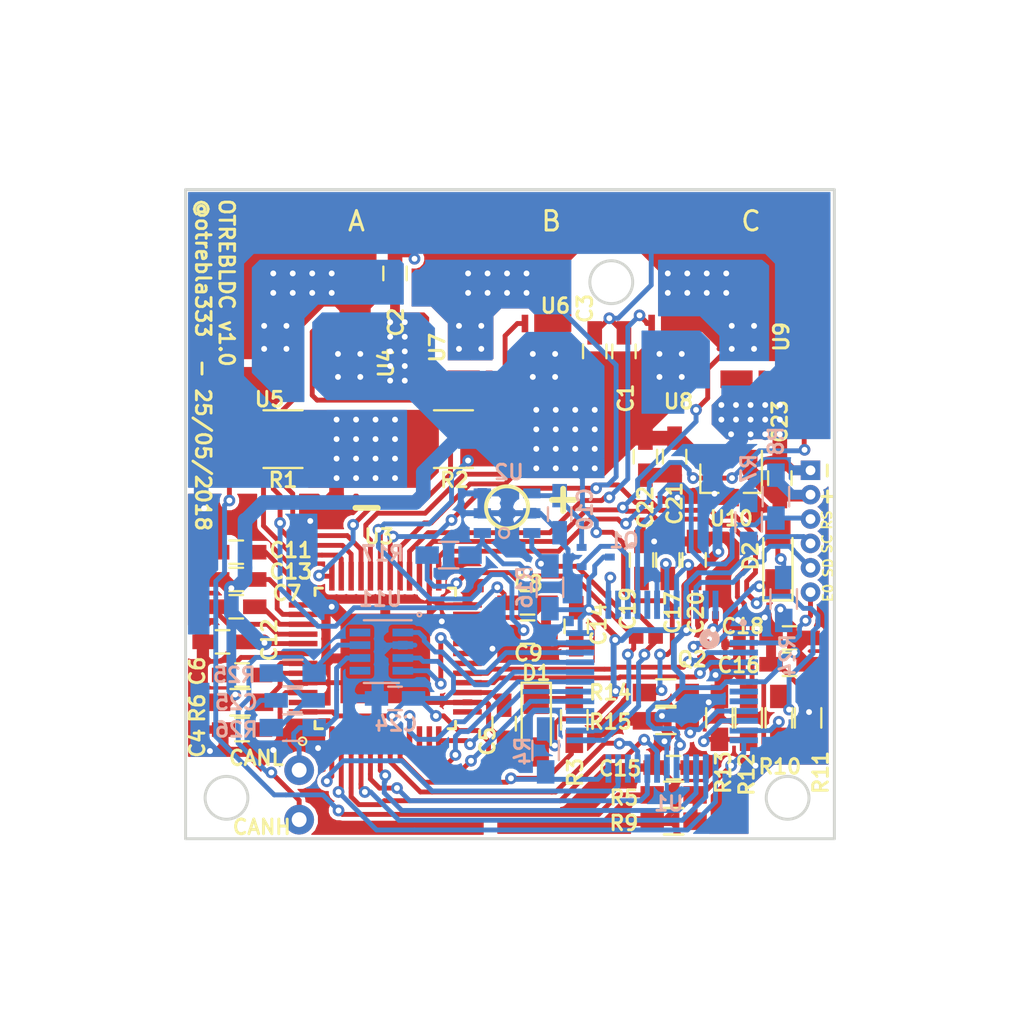
<source format=kicad_pcb>
(kicad_pcb (version 4) (host pcbnew 4.0.7)
  (layers (0 F.Cu signal hide) (31 B.Cu signal hide) (36 B.SilkS user) (37 F.SilkS user) (38 B.Mask user) (39 F.Mask user) (44 Edge.Cuts user))
  (net 0 "")
  (net 1 /DRV8305/nFAULT)
  (net 2 "Net-(R6-Pad2)")
  (net 3 "Net-(U1-Pad16)")
  (net 4 "Net-(U1-Pad22)")
  (net 5 "Net-(U1-Pad28)")
  (net 6 "Net-(U1-Pad37)")
  (net 7 "Net-(U1-Pad38)")
  (net 8 "Net-(U1-Pad41)")
  (net 9 /DRV8305/EN_GATE)
  (net 10 /DRV8305/INHA)
  (net 11 /DRV8305/INLA)
  (net 12 /DRV8305/INHB)
  (net 13 /DRV8305/INLB)
  (net 14 /DRV8305/INHC)
  (net 15 /DRV8305/INLC)
  (net 16 /DRV8305/SCLK)
  (net 17 "Net-(C5-Pad1)")
  (net 18 /DRV8305/SL_B)
  (net 19 /DRV8305/SL_A)
  (net 20 /POWER_MOS/GH_L)
  (net 21 /POWER_MOS/PHASE_C)
  (net 22 /DRV8305/GH_C)
  (net 23 /DRV8305/GH_B)
  (net 24 /POWER_MOS/PHASE_B)
  (net 25 /DRV8305/GL_B)
  (net 26 /DRV8305/GL_A)
  (net 27 /POWER_MOS/PHASE_A)
  (net 28 /DRV8305/GH_A)
  (net 29 "Net-(C11-Pad1)")
  (net 30 "Net-(C13-Pad2)")
  (net 31 "Net-(C7-Pad1)")
  (net 32 "Net-(C7-Pad2)")
  (net 33 "Net-(C6-Pad2)")
  (net 34 "Net-(C6-Pad1)")
  (net 35 "Net-(C4-Pad1)")
  (net 36 GNDA)
  (net 37 /TLV493D/TLV_POWER)
  (net 38 +BATT)
  (net 39 +3V3)
  (net 40 "Net-(C17-Pad1)")
  (net 41 "Net-(C25-Pad2)")
  (net 42 "Net-(D1-Pad1)")
  (net 43 "Net-(D2-Pad1)")
  (net 44 "Net-(D2-Pad2)")
  (net 45 /SAMC21/RESETN)
  (net 46 /SAMC21/SWDIO)
  (net 47 /SAMC21/SWCLK)
  (net 48 /CAN/CANL)
  (net 49 /CAN/CANH)
  (net 50 "Net-(Q1-Pad1)")
  (net 51 "Net-(Q2-Pad1)")
  (net 52 "Net-(R5-Pad2)")
  (net 53 "Net-(R10-Pad2)")
  (net 54 "Net-(R12-Pad2)")
  (net 55 "Net-(R14-Pad2)")
  (net 56 /SAMC21/SDA)
  (net 57 /SAMC21/SCL)
  (net 58 /SAMC21/ISENA)
  (net 59 /SAMC21/ISENB)
  (net 60 /SAMC21/MOSI)
  (net 61 /SAMC21/MISO)
  (net 62 /SAMC21/CS)
  (net 63 /SAMC21/CAN_TX)
  (net 64 /SAMC21/CAN_RX)
  (net 65 "Net-(U3-Pad13)")
  (net 66 "Net-(U3-Pad18)")
  (net 67 "Net-(U3-Pad19)")
  (net 68 "Net-(U3-Pad20)")
  (net 69 "Net-(U3-Pad47)")
  (net 70 "Net-(U11-Pad5)")
  (net 71 "Net-(U11-Pad8)")
  (net 72 "Net-(U1-Pad27)")
  (net 73 /SAMC21/ENDSTOP0)
  (net 74 "Net-(U1-Pad7)")
  (net 75 "Net-(U1-Pad8)")
  (net 76 "Net-(U1-Pad47)")
  (net 77 "Net-(U1-Pad48)")
  (module lib_fp:SC75 (layer F.Cu) (at 210.7 96.3 270)
    (fp_text reference Q2 (at 1.5 1.2 360) (layer F.SilkS) (effects (font (size 0.75 0.75))))
    (fp_text value DTC115E)
    (pad 2 smd rect (at 0.7239 -0.4953) (size 0.3556 0.508) (layers F.Cu F.Mask) (net 36 GNDA))
    (pad 3 smd rect (at -0.7239 0) (size 0.3556 0.508) (layers F.Cu F.Mask) (net 43 "Net-(D2-Pad1)"))
    (pad 1 smd rect (at 0.7239 0.4953) (size 0.3556 0.508) (layers F.Cu F.Mask) (net 51 "Net-(Q2-Pad1)"))
  )
  (module Resistors_SMD:R_0603_HandSoldering (layer B.Cu) (at 201.98 102.47 270)
    (fp_text reference R4 (at 0.03 1.18 270) (layer B.SilkS) (effects (font (size 0.75 0.75)) (justify mirror)))
    (fp_text value 10K)
    (pad 1 smd rect (at -1.1 0 270) (size 1.2 0.9) (layers B.Cu B.Mask) (net 39 +3V3))
    (pad 2 smd rect (at 1.1 0 270) (size 1.2 0.9) (layers B.Cu B.Mask) (net 1 /DRV8305/nFAULT))
  )
  (module Resistors_SMD:R_0603_HandSoldering (layer F.Cu) (at 208.55 104.75)
    (fp_text reference R5 (at -2.55 0.15) (layer F.SilkS) (effects (font (size 0.75 0.75))))
    (fp_text value 39K)
    (pad 1 smd rect (at -1.1 0) (size 1.2 0.9) (layers F.Cu F.Mask) (net 27 /POWER_MOS/PHASE_A))
    (pad 2 smd rect (at 1.1 0) (size 1.2 0.9) (layers F.Cu F.Mask) (net 52 "Net-(R5-Pad2)"))
  )
  (module Resistors_SMD:R_0603_HandSoldering (layer F.Cu) (at 186.3 100)
    (fp_text reference R6 (at -2.2 0.3 90) (layer F.SilkS) (effects (font (size 0.75 0.75))))
    (fp_text value 100)
    (pad 1 smd rect (at -1.1 0) (size 1.2 0.9) (layers F.Cu F.Mask) (net 38 +BATT))
    (pad 2 smd rect (at 1.1 0) (size 1.2 0.9) (layers F.Cu F.Mask) (net 2 "Net-(R6-Pad2)"))
  )
  (module lib_fp:QFP50P900X900X120-48N (layer B.Cu) (at 207.95 99.2 180)
    (fp_text reference U1 (at -0.35 -6 180) (layer B.SilkS) (effects (font (size 0.75 0.75)) (justify mirror)))
    (fp_text value ATSAMC21G hide)
    (pad 1 smd rect (at -4.2 2.75) (size 1.45 0.3) (layers B.Cu B.Mask) (net 51 "Net-(Q2-Pad1)"))
    (pad 2 smd rect (at -4.2 2.25) (size 1.45 0.3) (layers B.Cu B.Mask) (net 73 /SAMC21/ENDSTOP0))
    (pad 3 smd rect (at -4.2 1.75) (size 1.45 0.3) (layers B.Cu B.Mask) (net 59 /SAMC21/ISENB))
    (pad 4 smd rect (at -4.2 1.25) (size 1.45 0.3) (layers B.Cu B.Mask) (net 58 /SAMC21/ISENA))
    (pad 5 smd rect (at -4.2 0.75) (size 1.45 0.3) (layers B.Cu B.Mask) (net 36 GNDA))
    (pad 6 smd rect (at -4.2 0.25) (size 1.45 0.3) (layers B.Cu B.Mask) (net 39 +3V3))
    (pad 7 smd rect (at -4.2 -0.25) (size 1.45 0.3) (layers B.Cu B.Mask) (net 74 "Net-(U1-Pad7)"))
    (pad 8 smd rect (at -4.2 -0.75) (size 1.45 0.3) (layers B.Cu B.Mask) (net 75 "Net-(U1-Pad8)"))
    (pad 9 smd rect (at -4.2 -1.25) (size 1.45 0.3) (layers B.Cu B.Mask) (net 55 "Net-(R14-Pad2)"))
    (pad 11 smd rect (at -4.2 -2.25) (size 1.45 0.3) (layers B.Cu B.Mask) (net 53 "Net-(R10-Pad2)"))
    (pad 12 smd rect (at -4.2 -2.75) (size 1.45 0.3) (layers B.Cu B.Mask) (net 52 "Net-(R5-Pad2)"))
    (pad 13 smd rect (at -2.75 -4.2 270) (size 1.45 0.3) (layers B.Cu B.Mask) (net 10 /DRV8305/INHA))
    (pad 14 smd rect (at -2.25 -4.2 270) (size 1.45 0.3) (layers B.Cu B.Mask) (net 12 /DRV8305/INHB))
    (pad 15 smd rect (at -1.75 -4.2 270) (size 1.45 0.3) (layers B.Cu B.Mask) (net 14 /DRV8305/INHC))
    (pad 16 smd rect (at -1.25 -4.2 270) (size 1.45 0.3) (layers B.Cu B.Mask) (net 3 "Net-(U1-Pad16)"))
    (pad 17 smd rect (at -0.75 -4.2 90) (size 1.45 0.3) (layers B.Cu B.Mask) (net 39 +3V3))
    (pad 18 smd rect (at -0.25 -4.2 270) (size 1.45 0.3) (layers B.Cu B.Mask) (net 36 GNDA))
    (pad 19 smd rect (at 0.25 -4.2 90) (size 1.45 0.3) (layers B.Cu B.Mask) (net 11 /DRV8305/INLA))
    (pad 20 smd rect (at 0.75 -4.2 90) (size 1.45 0.3) (layers B.Cu B.Mask) (net 13 /DRV8305/INLB))
    (pad 21 smd rect (at 1.25 -4.2 90) (size 1.45 0.3) (layers B.Cu B.Mask) (net 15 /DRV8305/INLC))
    (pad 22 smd rect (at 1.75 -4.2 90) (size 1.45 0.3) (layers B.Cu B.Mask) (net 4 "Net-(U1-Pad22)"))
    (pad 23 smd rect (at 2.25 -4.2 90) (size 1.45 0.3) (layers B.Cu B.Mask) (net 9 /DRV8305/EN_GATE))
    (pad 24 smd rect (at 2.75 -4.2 90) (size 1.45 0.3) (layers B.Cu B.Mask) (net 1 /DRV8305/nFAULT))
    (pad 10 smd rect (at -4.2 -1.75) (size 1.45 0.3) (layers B.Cu B.Mask) (net 54 "Net-(R12-Pad2)"))
    (pad 25 smd rect (at 4.17 -2.75 180) (size 1.45 0.3) (layers B.Cu B.Mask) (net 56 /SAMC21/SDA))
    (pad 26 smd rect (at 4.2 -2.25 180) (size 1.45 0.3) (layers B.Cu B.Mask) (net 57 /SAMC21/SCL))
    (pad 27 smd rect (at 4.2 -1.75 180) (size 1.45 0.3) (layers B.Cu B.Mask) (net 72 "Net-(U1-Pad27)"))
    (pad 28 smd rect (at 4.2 -1.25 180) (size 1.45 0.3) (layers B.Cu B.Mask) (net 5 "Net-(U1-Pad28)"))
    (pad 29 smd rect (at 4.2 -0.75 180) (size 1.45 0.3) (layers B.Cu B.Mask) (net 60 /SAMC21/MOSI))
    (pad 30 smd rect (at 4.2 -0.25 180) (size 1.45 0.3) (layers B.Cu B.Mask) (net 16 /DRV8305/SCLK))
    (pad 31 smd rect (at 4.2 0.25 180) (size 1.45 0.3) (layers B.Cu B.Mask) (net 61 /SAMC21/MISO))
    (pad 32 smd rect (at 4.2 0.75 180) (size 1.45 0.3) (layers B.Cu B.Mask) (net 62 /SAMC21/CS))
    (pad 33 smd rect (at 4.2 1.25 180) (size 1.45 0.3) (layers B.Cu B.Mask) (net 63 /SAMC21/CAN_TX))
    (pad 35 smd rect (at 4.2 2.25 180) (size 1.45 0.3) (layers B.Cu B.Mask) (net 36 GNDA))
    (pad 36 smd rect (at 4.2 2.75 180) (size 1.45 0.3) (layers B.Cu B.Mask) (net 39 +3V3))
    (pad 34 smd rect (at 4.2 1.75 180) (size 1.45 0.3) (layers B.Cu B.Mask) (net 64 /SAMC21/CAN_RX))
    (pad 37 smd rect (at 2.75 4.2 90) (size 1.45 0.3) (layers B.Cu B.Mask) (net 6 "Net-(U1-Pad37)"))
    (pad 38 smd rect (at 2.25 4.2 90) (size 1.45 0.3) (layers B.Cu B.Mask) (net 7 "Net-(U1-Pad38)"))
    (pad 39 smd rect (at 1.75 4.2 90) (size 1.45 0.3) (layers B.Cu B.Mask) (net 50 "Net-(Q1-Pad1)"))
    (pad 40 smd rect (at 1.25 4.2 90) (size 1.45 0.3) (layers B.Cu B.Mask) (net 45 /SAMC21/RESETN))
    (pad 41 smd rect (at 0.75 4.2 90) (size 1.45 0.3) (layers B.Cu B.Mask) (net 8 "Net-(U1-Pad41)"))
    (pad 42 smd rect (at 0.25 4.2 90) (size 1.45 0.3) (layers B.Cu B.Mask) (net 36 GNDA))
    (pad 43 smd rect (at -0.25 4.2 270) (size 1.45 0.3) (layers B.Cu B.Mask) (net 40 "Net-(C17-Pad1)"))
    (pad 44 smd rect (at -0.75 4.2 270) (size 1.45 0.3) (layers B.Cu B.Mask) (net 39 +3V3))
    (pad 45 smd rect (at -1.25 4.2 270) (size 1.45 0.3) (layers B.Cu B.Mask) (net 47 /SAMC21/SWCLK))
    (pad 46 smd rect (at -1.75 4.2 270) (size 1.45 0.3) (layers B.Cu B.Mask) (net 46 /SAMC21/SWDIO))
    (pad 47 smd rect (at -2.25 4.2 270) (size 1.45 0.3) (layers B.Cu B.Mask) (net 76 "Net-(U1-Pad47)"))
    (pad 48 smd rect (at -2.75 4.2 270) (size 1.45 0.3) (layers B.Cu B.Mask) (net 77 "Net-(U1-Pad48)"))
  )
  (module lib_fp:TSOP-6 (layer B.Cu) (at 200 90.3 90)
    (fp_text reference U2 (at 2.1 0.1 180) (layer B.SilkS) (effects (font (size 0.75 0.75)) (justify mirror)))
    (fp_text value TLV493D)
    (pad 1 smd rect (at -1.016 -1.27 90) (size 0.508 0.889) (layers B.Cu B.Mask) (net 57 /SAMC21/SCL))
    (pad 2 smd rect (at 0 -1.27 90) (size 0.508 0.889) (layers B.Cu B.Mask) (net 36 GNDA))
    (pad 3 smd rect (at 1.016 -1.27 90) (size 0.508 0.889) (layers B.Cu B.Mask) (net 36 GNDA))
    (pad 4 smd rect (at 1.016 1.27 90) (size 0.508 0.889) (layers B.Cu B.Mask) (net 37 /TLV493D/TLV_POWER))
    (pad 5 smd rect (at 0 1.27 90) (size 0.508 0.889) (layers B.Cu B.Mask) (net 36 GNDA))
    (pad 6 smd rect (at -1.016 1.27 90) (size 0.508 0.889) (layers B.Cu B.Mask) (net 56 /SAMC21/SDA))
  )
  (module lib_fp:QFP50P900X900X120-49N (layer F.Cu) (at 193.75 97.75 90)
    (fp_text reference U3 (at 6.25 -0.32 180) (layer F.SilkS) (effects (font (size 0.75 0.75))))
    (fp_text value DRV8305N)
    (pad 1 smd rect (at -4.2164 -2.7432) (size 0.2794 1.4732) (layers F.Cu F.Mask) (net 9 /DRV8305/EN_GATE))
    (pad 2 smd rect (at -4.2164 -2.2606) (size 0.2794 1.4732) (layers F.Cu F.Mask) (net 10 /DRV8305/INHA))
    (pad 3 smd rect (at -4.2164 -1.7526) (size 0.2794 1.4732) (layers F.Cu F.Mask) (net 11 /DRV8305/INLA))
    (pad 4 smd rect (at -4.2164 -1.2446) (size 0.2794 1.4732) (layers F.Cu F.Mask) (net 12 /DRV8305/INHB))
    (pad 5 smd rect (at -4.2164 -0.762) (size 0.2794 1.4732) (layers F.Cu F.Mask) (net 13 /DRV8305/INLB))
    (pad 6 smd rect (at -4.2164 -0.254) (size 0.2794 1.4732) (layers F.Cu F.Mask) (net 14 /DRV8305/INHC))
    (pad 7 smd rect (at -4.2164 0.254) (size 0.2794 1.4732) (layers F.Cu F.Mask) (net 15 /DRV8305/INLC))
    (pad 8 smd rect (at -4.2164 0.762) (size 0.2794 1.4732) (layers F.Cu F.Mask) (net 1 /DRV8305/nFAULT))
    (pad 9 smd rect (at -4.2164 1.2446) (size 0.2794 1.4732) (layers F.Cu F.Mask) (net 62 /SAMC21/CS))
    (pad 10 smd rect (at -4.2164 1.7526) (size 0.2794 1.4732) (layers F.Cu F.Mask) (net 60 /SAMC21/MOSI))
    (pad 11 smd rect (at -4.2164 2.2606) (size 0.2794 1.4732) (layers F.Cu F.Mask) (net 61 /SAMC21/MISO))
    (pad 12 smd rect (at -4.2164 2.7432) (size 0.2794 1.4732) (layers F.Cu F.Mask) (net 16 /DRV8305/SCLK))
    (pad 13 smd rect (at -2.7432 4.2164 270) (size 0.2794 1.4732) (layers F.Cu F.Mask) (net 65 "Net-(U3-Pad13)"))
    (pad 14 smd rect (at -2.2606 4.2164 270) (size 0.2794 1.4732) (layers F.Cu F.Mask) (net 36 GNDA))
    (pad 15 smd rect (at -1.7526 4.2164 270) (size 0.2794 1.4732) (layers F.Cu F.Mask) (net 17 "Net-(C5-Pad1)"))
    (pad 16 smd rect (at -1.2446 4.2164 270) (size 0.2794 1.4732) (layers F.Cu F.Mask) (net 58 /SAMC21/ISENA))
    (pad 17 smd rect (at -0.762 4.2164 270) (size 0.2794 1.4732) (layers F.Cu F.Mask) (net 59 /SAMC21/ISENB))
    (pad 18 smd rect (at -0.254 4.2164 270) (size 0.2794 1.4732) (layers F.Cu F.Mask) (net 66 "Net-(U3-Pad18)"))
    (pad 19 smd rect (at 0.254 4.2164 270) (size 0.2794 1.4732) (layers F.Cu F.Mask) (net 67 "Net-(U3-Pad19)"))
    (pad 20 smd rect (at 0.762 4.2164 270) (size 0.2794 1.4732) (layers F.Cu F.Mask) (net 68 "Net-(U3-Pad20)"))
    (pad 21 smd rect (at 1.2446 4.2164 270) (size 0.2794 1.4732) (layers F.Cu F.Mask) (net 18 /DRV8305/SL_B))
    (pad 22 smd rect (at 1.7526 4.2164 270) (size 0.2794 1.4732) (layers F.Cu F.Mask) (net 36 GNDA))
    (pad 23 smd rect (at 2.2606 4.2164 270) (size 0.2794 1.4732) (layers F.Cu F.Mask) (net 19 /DRV8305/SL_A))
    (pad 24 smd rect (at 2.7432 4.2164 270) (size 0.2794 1.4732) (layers F.Cu F.Mask) (net 36 GNDA))
    (pad 25 smd rect (at 4.2164 2.7432) (size 0.2794 1.4732) (layers F.Cu F.Mask) (net 20 /POWER_MOS/GH_L))
    (pad 26 smd rect (at 4.2164 2.2606) (size 0.2794 1.4732) (layers F.Cu F.Mask) (net 36 GNDA))
    (pad 27 smd rect (at 4.2164 1.7526) (size 0.2794 1.4732) (layers F.Cu F.Mask) (net 21 /POWER_MOS/PHASE_C))
    (pad 28 smd rect (at 4.2164 1.2446) (size 0.2794 1.4732) (layers F.Cu F.Mask) (net 22 /DRV8305/GH_C))
    (pad 29 smd rect (at 4.2164 0.762) (size 0.2794 1.4732) (layers F.Cu F.Mask) (net 23 /DRV8305/GH_B))
    (pad 30 smd rect (at 4.2164 0.254) (size 0.2794 1.4732) (layers F.Cu F.Mask) (net 24 /POWER_MOS/PHASE_B))
    (pad 31 smd rect (at 4.2164 -0.254) (size 0.2794 1.4732) (layers F.Cu F.Mask) (net 18 /DRV8305/SL_B))
    (pad 32 smd rect (at 4.2164 -0.762) (size 0.2794 1.4732) (layers F.Cu F.Mask) (net 25 /DRV8305/GL_B))
    (pad 33 smd rect (at 4.2164 -1.2446) (size 0.2794 1.4732) (layers F.Cu F.Mask) (net 26 /DRV8305/GL_A))
    (pad 34 smd rect (at 4.2164 -1.7526) (size 0.2794 1.4732) (layers F.Cu F.Mask) (net 19 /DRV8305/SL_A))
    (pad 35 smd rect (at 4.2164 -2.2606) (size 0.2794 1.4732) (layers F.Cu F.Mask) (net 27 /POWER_MOS/PHASE_A))
    (pad 36 smd rect (at 4.2164 -2.7432) (size 0.2794 1.4732) (layers F.Cu F.Mask) (net 28 /DRV8305/GH_A))
    (pad 37 smd rect (at 2.7432 -4.2164 270) (size 0.2794 1.4732) (layers F.Cu F.Mask) (net 29 "Net-(C11-Pad1)"))
    (pad 38 smd rect (at 2.2606 -4.2164 270) (size 0.2794 1.4732) (layers F.Cu F.Mask) (net 30 "Net-(C13-Pad2)"))
    (pad 39 smd rect (at 1.7526 -4.2164 270) (size 0.2794 1.4732) (layers F.Cu F.Mask) (net 31 "Net-(C7-Pad1)"))
    (pad 40 smd rect (at 1.2446 -4.2164 270) (size 0.2794 1.4732) (layers F.Cu F.Mask) (net 32 "Net-(C7-Pad2)"))
    (pad 41 smd rect (at 0.762 -4.2164 270) (size 0.2794 1.4732) (layers F.Cu F.Mask) (net 38 +BATT))
    (pad 42 smd rect (at 0.254 -4.2164 270) (size 0.2794 1.4732) (layers F.Cu F.Mask) (net 33 "Net-(C6-Pad2)"))
    (pad 43 smd rect (at -0.254 -4.2164 270) (size 0.2794 1.4732) (layers F.Cu F.Mask) (net 34 "Net-(C6-Pad1)"))
    (pad 44 smd rect (at -0.762 -4.2164 270) (size 0.2794 1.4732) (layers F.Cu F.Mask) (net 2 "Net-(R6-Pad2)"))
    (pad 45 smd rect (at -1.2446 -4.2164 270) (size 0.2794 1.4732) (layers F.Cu F.Mask) (net 36 GNDA))
    (pad 46 smd rect (at -1.7526 -4.2164 270) (size 0.2794 1.4732) (layers F.Cu F.Mask) (net 35 "Net-(C4-Pad1)"))
    (pad 47 smd rect (at -2.2606 -4.2164 270) (size 0.2794 1.4732) (layers F.Cu F.Mask) (net 69 "Net-(U3-Pad47)"))
    (pad 48 smd rect (at -2.7432 -4.2164 270) (size 0.2794 1.4732) (layers F.Cu F.Mask) (net 39 +3V3))
    (pad 49 smd rect (at 0 0 90) (size 4.5974 4.5974) (layers F.Cu F.Mask) (net 36 GNDA))
  )
  (module Capacitors_SMD:C_0603_HandSoldering (layer F.Cu) (at 206 82 90)
    (fp_text reference C1 (at -2.4 0.1 90) (layer F.SilkS) (effects (font (size 0.75 0.75))))
    (fp_text value 22uF)
    (pad 1 smd rect (at -0.95 0 90) (size 1.2 0.75) (layers F.Cu F.Mask) (net 38 +BATT))
    (pad 2 smd rect (at 0.95 0 90) (size 1.2 0.75) (layers F.Cu F.Mask) (net 36 GNDA))
  )
  (module Capacitors_SMD:C_0603_HandSoldering (layer F.Cu) (at 194.25 78 90)
    (fp_text reference C2 (at -2.5 0.05 90) (layer F.SilkS) (effects (font (size 0.75 0.75))))
    (fp_text value 22uF)
    (pad 1 smd rect (at -0.95 0 90) (size 1.2 0.75) (layers F.Cu F.Mask) (net 38 +BATT))
    (pad 2 smd rect (at 0.95 0 90) (size 1.2 0.75) (layers F.Cu F.Mask) (net 36 GNDA))
  )
  (module Capacitors_SMD:C_0603_HandSoldering (layer F.Cu) (at 204.5 82 90)
    (fp_text reference C3 (at 2.2 -0.5 90) (layer F.SilkS) (effects (font (size 0.75 0.75))))
    (fp_text value 22uF)
    (pad 1 smd rect (at -0.95 0 90) (size 1.2 0.75) (layers F.Cu F.Mask) (net 38 +BATT))
    (pad 2 smd rect (at 0.95 0 90) (size 1.2 0.75) (layers F.Cu F.Mask) (net 36 GNDA))
  )
  (module Capacitors_SMD:C_0603_HandSoldering (layer F.Cu) (at 186.4 101.4 180)
    (fp_text reference C4 (at 2.3 -0.7 270) (layer F.SilkS) (effects (font (size 0.75 0.75))))
    (fp_text value 1uF)
    (pad 1 smd rect (at -0.95 0 180) (size 1.2 0.75) (layers F.Cu F.Mask) (net 35 "Net-(C4-Pad1)"))
    (pad 2 smd rect (at 0.95 0 180) (size 1.2 0.75) (layers F.Cu F.Mask) (net 36 GNDA))
  )
  (module Capacitors_SMD:C_0603_HandSoldering (layer F.Cu) (at 199.85 101.1 270)
    (fp_text reference C5 (at 0.9 0.85 270) (layer F.SilkS) (effects (font (size 0.75 0.75))))
    (fp_text value 1uF)
    (pad 1 smd rect (at -0.95 0 270) (size 1.2 0.75) (layers F.Cu F.Mask) (net 17 "Net-(C5-Pad1)"))
    (pad 2 smd rect (at 0.95 0 270) (size 1.2 0.75) (layers F.Cu F.Mask) (net 36 GNDA))
  )
  (module Capacitors_SMD:C_0603_HandSoldering (layer F.Cu) (at 186.4 98.6 180)
    (fp_text reference C6 (at 2.3 0.2 270) (layer F.SilkS) (effects (font (size 0.75 0.75))))
    (fp_text value 0.047uF)
    (pad 1 smd rect (at -0.95 0 180) (size 1.2 0.75) (layers F.Cu F.Mask) (net 34 "Net-(C6-Pad1)"))
    (pad 2 smd rect (at 0.95 0 180) (size 1.2 0.75) (layers F.Cu F.Mask) (net 33 "Net-(C6-Pad2)"))
  )
  (module Capacitors_SMD:C_0603_HandSoldering (layer F.Cu) (at 186.1 95.1 180)
    (fp_text reference C7 (at -2.6 0.7 180) (layer F.SilkS) (effects (font (size 0.75 0.75))))
    (fp_text value 0.047uF)
    (pad 1 smd rect (at -0.95 0 180) (size 1.2 0.75) (layers F.Cu F.Mask) (net 31 "Net-(C7-Pad1)"))
    (pad 2 smd rect (at 0.95 0 180) (size 1.2 0.75) (layers F.Cu F.Mask) (net 32 "Net-(C7-Pad2)"))
  )
  (module Capacitors_SMD:C_0603_HandSoldering (layer F.Cu) (at 201.05 94.9)
    (fp_text reference C8 (at 0.05 -1) (layer F.SilkS) (effects (font (size 0.75 0.75))))
    (fp_text value 1000pF)
    (pad 1 smd rect (at -0.95 0) (size 1.2 0.75) (layers F.Cu F.Mask) (net 19 /DRV8305/SL_A))
    (pad 2 smd rect (at 0.95 0) (size 1.2 0.75) (layers F.Cu F.Mask) (net 36 GNDA))
  )
  (module Capacitors_SMD:C_0603_HandSoldering (layer F.Cu) (at 201.05 96.4)
    (fp_text reference C9 (at 0.05 1.1) (layer F.SilkS) (effects (font (size 0.75 0.75))))
    (fp_text value 1000pF)
    (pad 1 smd rect (at -0.95 0) (size 1.2 0.75) (layers F.Cu F.Mask) (net 18 /DRV8305/SL_B))
    (pad 2 smd rect (at 0.95 0) (size 1.2 0.75) (layers F.Cu F.Mask) (net 36 GNDA))
  )
  (module Capacitors_SMD:C_0603_HandSoldering (layer B.Cu) (at 202.7 90.35 270)
    (fp_text reference C10 (at -0.25 -1.3 270) (layer B.SilkS) (effects (font (size 0.75 0.75)) (justify mirror)))
    (fp_text value 100n)
    (pad 1 smd rect (at -0.95 0 270) (size 1.2 0.75) (layers B.Cu B.Mask) (net 37 /TLV493D/TLV_POWER))
    (pad 2 smd rect (at 0.95 0 270) (size 1.2 0.75) (layers B.Cu B.Mask) (net 36 GNDA))
  )
  (module Capacitors_SMD:C_0603_HandSoldering (layer F.Cu) (at 186.1 92.3 180)
    (fp_text reference C11 (at -2.8 0.1 180) (layer F.SilkS) (effects (font (size 0.75 0.75))))
    (fp_text value 1uF)
    (pad 1 smd rect (at -0.95 0 180) (size 1.2 0.75) (layers F.Cu F.Mask) (net 29 "Net-(C11-Pad1)"))
    (pad 2 smd rect (at 0.95 0 180) (size 1.2 0.75) (layers F.Cu F.Mask) (net 36 GNDA))
  )
  (module Capacitors_SMD:C_0603_HandSoldering (layer F.Cu) (at 185.4 96.9 180)
    (fp_text reference C12 (at -2.4 0.1 270) (layer F.SilkS) (effects (font (size 0.75 0.75))))
    (fp_text value 4.7uF)
    (pad 1 smd rect (at -0.95 0 180) (size 1.2 0.75) (layers F.Cu F.Mask) (net 38 +BATT))
    (pad 2 smd rect (at 0.95 0 180) (size 1.2 0.75) (layers F.Cu F.Mask) (net 36 GNDA))
  )
  (module Capacitors_SMD:C_0603_HandSoldering (layer F.Cu) (at 186.1 93.7)
    (fp_text reference C13 (at 2.8 -0.4) (layer F.SilkS) (effects (font (size 0.75 0.75))))
    (fp_text value 2.2uF)
    (pad 1 smd rect (at -0.95 0) (size 1.2 0.75) (layers F.Cu F.Mask) (net 38 +BATT))
    (pad 2 smd rect (at 0.95 0) (size 1.2 0.75) (layers F.Cu F.Mask) (net 30 "Net-(C13-Pad2)"))
  )
  (module Capacitors_SMD:C_0603_HandSoldering (layer F.Cu) (at 203.55 96.1 270)
    (fp_text reference C14 (at -0.1 -1.15 270) (layer F.SilkS) (effects (font (size 0.75 0.75))))
    (fp_text value 100nF)
    (pad 1 smd rect (at -0.95 0 270) (size 1.2 0.75) (layers F.Cu F.Mask) (net 39 +3V3))
    (pad 2 smd rect (at 0.95 0 270) (size 1.2 0.75) (layers F.Cu F.Mask) (net 36 GNDA))
  )
  (module Capacitors_SMD:C_0603_HandSoldering (layer F.Cu) (at 208.55 103.35 180)
    (fp_text reference C15 (at 2.75 -0.05 180) (layer F.SilkS) (effects (font (size 0.75 0.75))))
    (fp_text value 100nF)
    (pad 1 smd rect (at -0.95 0 180) (size 1.2 0.75) (layers F.Cu F.Mask) (net 39 +3V3))
    (pad 2 smd rect (at 0.95 0 180) (size 1.2 0.75) (layers F.Cu F.Mask) (net 36 GNDA))
  )
  (module Capacitors_SMD:C_0603_HandSoldering (layer F.Cu) (at 214.5 98.05 180)
    (fp_text reference C16 (at 2.6 -0.05 180) (layer F.SilkS) (effects (font (size 0.75 0.75))))
    (fp_text value 100nF)
    (pad 1 smd rect (at -0.95 0 180) (size 1.2 0.75) (layers F.Cu F.Mask) (net 39 +3V3))
    (pad 2 smd rect (at 0.95 0 180) (size 1.2 0.75) (layers F.Cu F.Mask) (net 36 GNDA))
  )
  (module Capacitors_SMD:C_0603_HandSoldering (layer F.Cu) (at 208.25 92.7 90)
    (fp_text reference C17 (at -2.7 0.25 270) (layer F.SilkS) (effects (font (size 0.75 0.75))))
    (fp_text value 100nF)
    (pad 1 smd rect (at -0.95 0 90) (size 1.2 0.75) (layers F.Cu F.Mask) (net 40 "Net-(C17-Pad1)"))
    (pad 2 smd rect (at 0.95 0 90) (size 1.2 0.75) (layers F.Cu F.Mask) (net 36 GNDA))
  )
  (module Capacitors_SMD:C_0603_HandSoldering (layer F.Cu) (at 214.5 96.7 180)
    (fp_text reference C18 (at 2.4 0.6 180) (layer F.SilkS) (effects (font (size 0.75 0.75))))
    (fp_text value 10uF)
    (pad 1 smd rect (at -0.95 0 180) (size 1.2 0.75) (layers F.Cu F.Mask) (net 39 +3V3))
    (pad 2 smd rect (at 0.95 0 180) (size 1.2 0.75) (layers F.Cu F.Mask) (net 36 GNDA))
  )
  (module Capacitors_SMD:C_0603_HandSoldering (layer F.Cu) (at 206.9 92.7 90)
    (fp_text reference C19 (at -2.5 -0.7 90) (layer F.SilkS) (effects (font (size 0.75 0.75))))
    (fp_text value 1uf)
    (pad 1 smd rect (at -0.95 0 90) (size 1.2 0.75) (layers F.Cu F.Mask) (net 40 "Net-(C17-Pad1)"))
    (pad 2 smd rect (at 0.95 0 90) (size 1.2 0.75) (layers F.Cu F.Mask) (net 36 GNDA))
  )
  (module Capacitors_SMD:C_0603_HandSoldering (layer F.Cu) (at 209.6 92.7 90)
    (fp_text reference C20 (at -2.7 0.1 90) (layer F.SilkS) (effects (font (size 0.75 0.75))))
    (fp_text value 100nF)
    (pad 1 smd rect (at -0.95 0 90) (size 1.2 0.75) (layers F.Cu F.Mask) (net 39 +3V3))
    (pad 2 smd rect (at 0.95 0 90) (size 1.2 0.75) (layers F.Cu F.Mask) (net 36 GNDA))
  )
  (module Capacitors_SMD:C_0603_HandSoldering (layer F.Cu) (at 208.6 87.4 270)
    (fp_text reference C21 (at 2.4 0 270) (layer F.SilkS) (effects (font (size 0.75 0.75))))
    (fp_text value 10uF)
    (pad 1 smd rect (at -0.95 0 270) (size 1.2 0.75) (layers F.Cu F.Mask) (net 38 +BATT))
    (pad 2 smd rect (at 0.95 0 270) (size 1.2 0.75) (layers F.Cu F.Mask) (net 36 GNDA))
  )
  (module Capacitors_SMD:C_0603_HandSoldering (layer F.Cu) (at 207.1 87.4 270)
    (fp_text reference C22 (at 2.6 0 270) (layer F.SilkS) (effects (font (size 0.75 0.75))))
    (fp_text value 100nF)
    (pad 1 smd rect (at -0.95 0 270) (size 1.2 0.75) (layers F.Cu F.Mask) (net 38 +BATT))
    (pad 2 smd rect (at 0.95 0 270) (size 1.2 0.75) (layers F.Cu F.Mask) (net 36 GNDA))
  )
  (module Capacitors_SMD:C_0603_HandSoldering (layer F.Cu) (at 214 88.5 90)
    (fp_text reference C23 (at 2.9 0 90) (layer F.SilkS) (effects (font (size 0.75 0.75))))
    (fp_text value 100nF)
    (pad 1 smd rect (at -0.95 0 90) (size 1.2 0.75) (layers F.Cu F.Mask) (net 39 +3V3))
    (pad 2 smd rect (at 0.95 0 90) (size 1.2 0.75) (layers F.Cu F.Mask) (net 36 GNDA))
  )
  (module Capacitors_SMD:C_0603_HandSoldering (layer B.Cu) (at 194.25 99.8)
    (fp_text reference C24 (at 0.05 1.3) (layer B.SilkS) (effects (font (size 0.75 0.75)) (justify mirror)))
    (fp_text value 100nF)
    (pad 1 smd rect (at -0.95 0) (size 1.2 0.75) (layers B.Cu B.Mask) (net 36 GNDA))
    (pad 2 smd rect (at 0.95 0) (size 1.2 0.75) (layers B.Cu B.Mask) (net 39 +3V3))
  )
  (module Capacitors_SMD:C_0603_HandSoldering (layer B.Cu) (at 189.1 99.9)
    (fp_text reference C25 (at -3 0.1) (layer B.SilkS) (effects (font (size 0.75 0.75)) (justify mirror)))
    (fp_text value 4.7uF)
    (pad 1 smd rect (at -0.95 0) (size 1.2 0.75) (layers B.Cu B.Mask) (net 36 GNDA))
    (pad 2 smd rect (at 0.95 0) (size 1.2 0.75) (layers B.Cu B.Mask) (net 41 "Net-(C25-Pad2)"))
  )
  (module LEDs:LED_0805_HandSoldering (layer F.Cu) (at 201.5 101.2 270)
    (fp_text reference D1 (at -2.7 0 360) (layer F.SilkS) (effects (font (size 0.75 0.75))))
    (fp_text value LED_Small)
    (pad 1 smd rect (at -1.35 0 270) (size 1.5 1.3) (layers F.Cu F.Mask) (net 42 "Net-(D1-Pad1)"))
    (pad 2 smd rect (at 1.35 0 270) (size 1.5 1.3) (layers F.Cu F.Mask) (net 39 +3V3))
  )
  (module LEDs:LED_0805_HandSoldering (layer F.Cu) (at 213.9 92.575 90)
    (fp_text reference D2 (at 0.075 -1.4 90) (layer F.SilkS) (effects (font (size 0.75 0.75))))
    (fp_text value LED_Small)
    (pad 1 smd rect (at -1.35 0 90) (size 1.5 1.3) (layers F.Cu F.Mask) (net 43 "Net-(D2-Pad1)"))
    (pad 2 smd rect (at 1.35 0 90) (size 1.5 1.3) (layers F.Cu F.Mask) (net 44 "Net-(D2-Pad2)"))
  )
  (module lib_fp:6_pin_1.25mm_vias (layer B.Cu) (at 218.075 90.6 270)
    (fp_text reference J2 hide)
    (fp_text value Conn_01x06 hide)
    (pad 1 thru_hole rect (at -2.5 2.5 270) (size 1 1) (drill 0.5) (layers *.Cu *.Mask) (net 36 GNDA))
    (pad 2 thru_hole circle (at -1.25 2.5 270) (size 1 1) (drill 0.5) (layers *.Cu *.Mask) (net 39 +3V3))
    (pad 3 thru_hole circle (at 0 2.5 270) (size 1 1) (drill 0.5) (layers *.Cu *.Mask) (net 45 /SAMC21/RESETN))
    (pad 6 thru_hole circle (at 3.75 2.5 270) (size 1 1) (drill 0.5) (layers *.Cu *.Mask) (net 73 /SAMC21/ENDSTOP0))
    (pad 5 thru_hole circle (at 2.5 2.5 270) (size 1 1) (drill 0.5) (layers *.Cu *.Mask) (net 46 /SAMC21/SWDIO))
    (pad 4 thru_hole circle (at 1.25 2.5 270) (size 1 1) (drill 0.5) (layers *.Cu *.Mask) (net 47 /SAMC21/SWCLK))
  )
  (module lib_fp:MC34641 (layer F.Cu) (at 184.25 104.75 270)
    (fp_text reference J4 hide)
    (fp_text value Conn_01x02 hide)
    (pad 1 thru_hole circle (at -1.27 -5.08 270) (size 1.524 1.524) (drill 0.762) (layers *.Cu *.Mask) (net 48 /CAN/CANL))
    (pad 2 thru_hole circle (at 1.27 -5.08 270) (size 1.524 1.524) (drill 0.762) (layers *.Cu *.Mask) (net 49 /CAN/CANH))
  )
  (module lib_fp:SC75 (layer B.Cu) (at 204.55 92.55 180)
    (fp_text reference Q1 (at -1.45 0.85 180) (layer B.SilkS) (effects (font (size 0.75 0.75)) (justify mirror)))
    (fp_text value DTA144E)
    (pad 2 smd rect (at 0.7239 0.4953 90) (size 0.3556 0.508) (layers B.Cu B.Mask) (net 37 /TLV493D/TLV_POWER))
    (pad 3 smd rect (at -0.7239 0 90) (size 0.3556 0.508) (layers B.Cu B.Mask) (net 39 +3V3))
    (pad 1 smd rect (at 0.7239 -0.4953 90) (size 0.3556 0.508) (layers B.Cu B.Mask) (net 50 "Net-(Q1-Pad1)"))
  )
  (module Resistors_SMD:R_1210 (layer F.Cu) (at 188.5 86.5)
    (fp_text reference R1 (at 0 2.1) (layer F.SilkS) (effects (font (size 0.75 0.75))))
    (fp_text value 0.01)
    (pad 1 smd rect (at -1.45 0) (size 0.9 2.5) (layers F.Cu F.Mask) (net 19 /DRV8305/SL_A))
    (pad 2 smd rect (at 1.45 0) (size 0.9 2.5) (layers F.Cu F.Mask) (net 36 GNDA))
  )
  (module Resistors_SMD:R_1210 (layer F.Cu) (at 197.25 86.5 180)
    (fp_text reference R2 (at -0.05 -2.1 180) (layer F.SilkS) (effects (font (size 0.75 0.75))))
    (fp_text value 0.01)
    (pad 1 smd rect (at -1.45 0 180) (size 0.9 2.5) (layers F.Cu F.Mask) (net 18 /DRV8305/SL_B))
    (pad 2 smd rect (at 1.45 0 180) (size 0.9 2.5) (layers F.Cu F.Mask) (net 36 GNDA))
  )
  (module Resistors_SMD:R_0603_HandSoldering (layer F.Cu) (at 203.45 100.9 270)
    (fp_text reference R3 (at 2.7 -0.05 270) (layer F.SilkS) (effects (font (size 0.75 0.75))))
    (fp_text value 100)
    (pad 1 smd rect (at -1.1 0 270) (size 1.2 0.9) (layers F.Cu F.Mask) (net 42 "Net-(D1-Pad1)"))
    (pad 2 smd rect (at 1.1 0 270) (size 1.2 0.9) (layers F.Cu F.Mask) (net 1 /DRV8305/nFAULT))
  )
  (module Resistors_SMD:R_0603_HandSoldering (layer B.Cu) (at 212.4 90.75 270)
    (fp_text reference R7 (at -2.75 0 270) (layer B.SilkS) (effects (font (size 0.75 0.75)) (justify mirror)))
    (fp_text value 1K)
    (pad 1 smd rect (at -1.1 0 270) (size 1.2 0.9) (layers B.Cu B.Mask) (net 39 +3V3))
    (pad 2 smd rect (at 1.1 0 270) (size 1.2 0.9) (layers B.Cu B.Mask) (net 47 /SAMC21/SWCLK))
  )
  (module Resistors_SMD:R_0603_HandSoldering (layer B.Cu) (at 213.8 89.45 90)
    (fp_text reference R8 (at 2.85 0 90) (layer B.SilkS) (effects (font (size 0.75 0.75)) (justify mirror)))
    (fp_text value 10K)
    (pad 1 smd rect (at -1.1 0 90) (size 1.2 0.9) (layers B.Cu B.Mask) (net 45 /SAMC21/RESETN))
    (pad 2 smd rect (at 1.1 0 90) (size 1.2 0.9) (layers B.Cu B.Mask) (net 39 +3V3))
  )
  (module Resistors_SMD:R_0603_HandSoldering (layer F.Cu) (at 208.55 106.1)
    (fp_text reference R9 (at -2.55 0.1) (layer F.SilkS) (effects (font (size 0.75 0.75))))
    (fp_text value 2.2K)
    (pad 1 smd rect (at -1.1 0) (size 1.2 0.9) (layers F.Cu F.Mask) (net 36 GNDA))
    (pad 2 smd rect (at 1.1 0) (size 1.2 0.9) (layers F.Cu F.Mask) (net 52 "Net-(R5-Pad2)"))
  )
  (module Resistors_SMD:R_0603_HandSoldering (layer F.Cu) (at 213.95 100.8 270)
    (fp_text reference R10 (at 2.5 -0.05 540) (layer F.SilkS) (effects (font (size 0.75 0.75))))
    (fp_text value 39K)
    (pad 1 smd rect (at -1.1 0 270) (size 1.2 0.9) (layers F.Cu F.Mask) (net 24 /POWER_MOS/PHASE_B))
    (pad 2 smd rect (at 1.1 0 270) (size 1.2 0.9) (layers F.Cu F.Mask) (net 53 "Net-(R10-Pad2)"))
  )
  (module Resistors_SMD:R_0603_HandSoldering (layer F.Cu) (at 215.45 100.8 270)
    (fp_text reference R11 (at 2.8 -0.65 450) (layer F.SilkS) (effects (font (size 0.75 0.75))))
    (fp_text value 2.2K)
    (pad 1 smd rect (at -1.1 0 270) (size 1.2 0.9) (layers F.Cu F.Mask) (net 36 GNDA))
    (pad 2 smd rect (at 1.1 0 270) (size 1.2 0.9) (layers F.Cu F.Mask) (net 53 "Net-(R10-Pad2)"))
  )
  (module Resistors_SMD:R_0603_HandSoldering (layer F.Cu) (at 212.4 100.8 270)
    (fp_text reference R12 (at 2.9 0.1 270) (layer F.SilkS) (effects (font (size 0.75 0.75))))
    (fp_text value 39K)
    (pad 1 smd rect (at -1.1 0 270) (size 1.2 0.9) (layers F.Cu F.Mask) (net 21 /POWER_MOS/PHASE_C))
    (pad 2 smd rect (at 1.1 0 270) (size 1.2 0.9) (layers F.Cu F.Mask) (net 54 "Net-(R12-Pad2)"))
  )
  (module Resistors_SMD:R_0603_HandSoldering (layer F.Cu) (at 210.9 100.8 270)
    (fp_text reference R13 (at 2.8 -0.2 270) (layer F.SilkS) (effects (font (size 0.75 0.75))))
    (fp_text value 2.2K)
    (pad 1 smd rect (at -1.1 0 270) (size 1.2 0.9) (layers F.Cu F.Mask) (net 36 GNDA))
    (pad 2 smd rect (at 1.1 0 270) (size 1.2 0.9) (layers F.Cu F.Mask) (net 54 "Net-(R12-Pad2)"))
  )
  (module Resistors_SMD:R_0603_HandSoldering (layer F.Cu) (at 208.15 99.5)
    (fp_text reference R14 (at -2.85 0) (layer F.SilkS) (effects (font (size 0.75 0.75))))
    (fp_text value 39K)
    (pad 1 smd rect (at -1.1 0) (size 1.2 0.9) (layers F.Cu F.Mask) (net 38 +BATT))
    (pad 2 smd rect (at 1.1 0) (size 1.2 0.9) (layers F.Cu F.Mask) (net 55 "Net-(R14-Pad2)"))
  )
  (module Resistors_SMD:R_0603_HandSoldering (layer F.Cu) (at 208.15 100.95)
    (fp_text reference R15 (at -2.85 0.05) (layer F.SilkS) (effects (font (size 0.75 0.75))))
    (fp_text value 2.2K)
    (pad 1 smd rect (at -1.1 0) (size 1.2 0.9) (layers F.Cu F.Mask) (net 36 GNDA))
    (pad 2 smd rect (at 1.1 0) (size 1.2 0.9) (layers F.Cu F.Mask) (net 55 "Net-(R14-Pad2)"))
  )
  (module Resistors_SMD:R_0603_HandSoldering (layer B.Cu) (at 202.2 94.1 90)
    (fp_text reference R16 (at 0 -1.3 90) (layer B.SilkS) (effects (font (size 0.75 0.75)) (justify mirror)))
    (fp_text value 4.7K)
    (pad 1 smd rect (at -1.1 0 90) (size 1.2 0.9) (layers B.Cu B.Mask) (net 39 +3V3))
    (pad 2 smd rect (at 1.1 0 90) (size 1.2 0.9) (layers B.Cu B.Mask) (net 56 /SAMC21/SDA))
  )
  (module Resistors_SMD:R_0603_HandSoldering (layer B.Cu) (at 197 92.45)
    (fp_text reference R17 (at -3.39 -0.08) (layer B.SilkS) (effects (font (size 0.75 0.75)) (justify mirror)))
    (fp_text value 4.7K)
    (pad 1 smd rect (at -1.1 0) (size 1.2 0.9) (layers B.Cu B.Mask) (net 39 +3V3))
    (pad 2 smd rect (at 1.1 0) (size 1.2 0.9) (layers B.Cu B.Mask) (net 57 /SAMC21/SCL))
  )
  (module Resistors_SMD:R_0603_HandSoldering (layer B.Cu) (at 214.2 94.7 90)
    (fp_text reference R24 (at -2.9 0.2 90) (layer B.SilkS) (effects (font (size 0.75 0.75)) (justify mirror)))
    (fp_text value 100)
    (pad 1 smd rect (at -1.1 0 90) (size 1.2 0.9) (layers B.Cu B.Mask) (net 39 +3V3))
    (pad 2 smd rect (at 1.1 0 90) (size 1.2 0.9) (layers B.Cu B.Mask) (net 44 "Net-(D2-Pad2)"))
  )
  (module Resistors_SMD:R_0603_HandSoldering (layer B.Cu) (at 189 98.5 180)
    (fp_text reference R25 (at 3 -0.1 180) (layer B.SilkS) (effects (font (size 0.75 0.75)) (justify mirror)))
    (fp_text value 62)
    (pad 1 smd rect (at -1.1 0 180) (size 1.2 0.9) (layers B.Cu B.Mask) (net 49 /CAN/CANH))
    (pad 2 smd rect (at 1.1 0 180) (size 1.2 0.9) (layers B.Cu B.Mask) (net 41 "Net-(C25-Pad2)"))
  )
  (module Resistors_SMD:R_0603_HandSoldering (layer B.Cu) (at 189 101.3)
    (fp_text reference R26 (at -2.9 0.1) (layer B.SilkS) (effects (font (size 0.75 0.75)) (justify mirror)))
    (fp_text value 62)
    (pad 1 smd rect (at -1.1 0) (size 1.2 0.9) (layers B.Cu B.Mask) (net 41 "Net-(C25-Pad2)"))
    (pad 2 smd rect (at 1.1 0) (size 1.2 0.9) (layers B.Cu B.Mask) (net 48 /CAN/CANL))
  )
  (module TO_SOT_Packages_SMD:SOT-23 (layer F.Cu) (at 211.5 88.5 270)
    (fp_text reference U10 (at 2.07 -0.01 360) (layer F.SilkS) (effects (font (size 0.75 0.75))))
    (fp_text value TS3480C)
    (pad 1 smd rect (at -1 -0.95 270) (size 0.9 0.8) (layers F.Cu F.Mask) (net 39 +3V3))
    (pad 2 smd rect (at -1 0.95 270) (size 0.9 0.8) (layers F.Cu F.Mask) (net 38 +BATT))
    (pad 3 smd rect (at 1 0 270) (size 0.9 0.8) (layers F.Cu F.Mask) (net 36 GNDA))
  )
  (module TO_SOT_Packages_SMD:SOT-23-8 (layer B.Cu) (at 193.55 97.4 180)
    (fp_text reference U11 (at 0.05 2.7 180) (layer B.SilkS) (effects (font (size 0.75 0.75)) (justify mirror)))
    (fp_text value TCAN332D)
    (pad 1 smd rect (at -1.1 0.98 180) (size 1.06 0.4) (layers B.Cu B.Mask) (net 63 /SAMC21/CAN_TX))
    (pad 2 smd rect (at -1.1 0.33 180) (size 1.06 0.4) (layers B.Cu B.Mask) (net 36 GNDA))
    (pad 3 smd rect (at -1.1 -0.33 180) (size 1.06 0.4) (layers B.Cu B.Mask) (net 39 +3V3))
    (pad 4 smd rect (at -1.1 -0.98 180) (size 1.06 0.4) (layers B.Cu B.Mask) (net 64 /SAMC21/CAN_RX))
    (pad 5 smd rect (at 1.1 -0.98 180) (size 1.06 0.4) (layers B.Cu B.Mask) (net 70 "Net-(U11-Pad5)"))
    (pad 6 smd rect (at 1.1 -0.33 180) (size 1.06 0.4) (layers B.Cu B.Mask) (net 48 /CAN/CANL))
    (pad 7 smd rect (at 1.1 0.33 180) (size 1.06 0.4) (layers B.Cu B.Mask) (net 49 /CAN/CANH))
    (pad 8 smd rect (at 1.1 0.98 180) (size 1.06 0.4) (layers B.Cu B.Mask) (net 71 "Net-(U11-Pad8)"))
  )
  (module lib_fp:POWER_PAD_PHASE_MIX_5x4 (layer F.Cu) (at 192.5 81.5)
    (fp_text reference A (at -0.23 -6.18) (layer F.SilkS))
    (fp_text value POWER_PAD hide)
    (pad 1 smd rect (at -3 -5.5) (size 4 3) (layers F.Cu F.Mask) (net 27 /POWER_MOS/PHASE_A))
    (pad 1 thru_hole rect (at -4.5 -3.5) (size 1 1) (drill 0.3) (layers *.Cu F.Mask) (net 27 /POWER_MOS/PHASE_A))
    (pad 1 thru_hole rect (at -3.5 -3.5) (size 1 1) (drill 0.3) (layers *.Cu F.Mask) (net 27 /POWER_MOS/PHASE_A))
    (pad 1 thru_hole rect (at -2.5 -3.5) (size 1 1) (drill 0.3) (layers *.Cu F.Mask) (net 27 /POWER_MOS/PHASE_A))
    (pad 1 thru_hole rect (at -1.5 -3.5) (size 1 1) (drill 0.3) (layers *.Cu F.Mask) (net 27 /POWER_MOS/PHASE_A))
    (pad 1 thru_hole rect (at -1.5 -2.5) (size 1 1) (drill 0.3) (layers *.Cu F.Mask) (net 27 /POWER_MOS/PHASE_A))
    (pad 1 thru_hole rect (at -2.5 -2.5) (size 1 1) (drill 0.3) (layers *.Cu F.Mask) (net 27 /POWER_MOS/PHASE_A))
    (pad 1 thru_hole rect (at -3.5 -2.5) (size 1 1) (drill 0.3) (layers *.Cu F.Mask) (net 27 /POWER_MOS/PHASE_A))
    (pad 1 thru_hole rect (at -4.5 -2.5) (size 1 1) (drill 0.3) (layers *.Cu F.Mask) (net 27 /POWER_MOS/PHASE_A))
  )
  (module lib_fp:POWER_PAD_PHASE_MIX_5x4 (layer F.Cu) (at 202.5 81.5)
    (fp_text reference B (at -0.23 -6.18) (layer F.SilkS))
    (fp_text value POWER_PAD hide)
    (pad 1 smd rect (at -3 -5.5) (size 4 3) (layers F.Cu F.Mask) (net 24 /POWER_MOS/PHASE_B))
    (pad 1 thru_hole rect (at -4.5 -3.5) (size 1 1) (drill 0.3) (layers *.Cu F.Mask) (net 24 /POWER_MOS/PHASE_B))
    (pad 1 thru_hole rect (at -3.5 -3.5) (size 1 1) (drill 0.3) (layers *.Cu F.Mask) (net 24 /POWER_MOS/PHASE_B))
    (pad 1 thru_hole rect (at -2.5 -3.5) (size 1 1) (drill 0.3) (layers *.Cu F.Mask) (net 24 /POWER_MOS/PHASE_B))
    (pad 1 thru_hole rect (at -1.5 -3.5) (size 1 1) (drill 0.3) (layers *.Cu F.Mask) (net 24 /POWER_MOS/PHASE_B))
    (pad 1 thru_hole rect (at -1.5 -2.5) (size 1 1) (drill 0.3) (layers *.Cu F.Mask) (net 24 /POWER_MOS/PHASE_B))
    (pad 1 thru_hole rect (at -2.5 -2.5) (size 1 1) (drill 0.3) (layers *.Cu F.Mask) (net 24 /POWER_MOS/PHASE_B))
    (pad 1 thru_hole rect (at -3.5 -2.5) (size 1 1) (drill 0.3) (layers *.Cu F.Mask) (net 24 /POWER_MOS/PHASE_B))
    (pad 1 thru_hole rect (at -4.5 -2.5) (size 1 1) (drill 0.3) (layers *.Cu F.Mask) (net 24 /POWER_MOS/PHASE_B))
  )
  (module lib_fp:POWER_PAD_PHASE_MIX_5x4 (layer F.Cu) (at 212.75 81.5)
    (fp_text reference C (at -0.23 -6.18) (layer F.SilkS))
    (fp_text value POWER_PAD hide)
    (pad 1 smd rect (at -3 -5.5) (size 4 3) (layers F.Cu F.Mask) (net 21 /POWER_MOS/PHASE_C))
    (pad 1 thru_hole rect (at -4.5 -3.5) (size 1 1) (drill 0.3) (layers *.Cu F.Mask) (net 21 /POWER_MOS/PHASE_C))
    (pad 1 thru_hole rect (at -3.5 -3.5) (size 1 1) (drill 0.3) (layers *.Cu F.Mask) (net 21 /POWER_MOS/PHASE_C))
    (pad 1 thru_hole rect (at -2.5 -3.5) (size 1 1) (drill 0.3) (layers *.Cu F.Mask) (net 21 /POWER_MOS/PHASE_C))
    (pad 1 thru_hole rect (at -1.5 -3.5) (size 1 1) (drill 0.3) (layers *.Cu F.Mask) (net 21 /POWER_MOS/PHASE_C))
    (pad 1 thru_hole rect (at -1.5 -2.5) (size 1 1) (drill 0.3) (layers *.Cu F.Mask) (net 21 /POWER_MOS/PHASE_C))
    (pad 1 thru_hole rect (at -2.5 -2.5) (size 1 1) (drill 0.3) (layers *.Cu F.Mask) (net 21 /POWER_MOS/PHASE_C))
    (pad 1 thru_hole rect (at -3.5 -2.5) (size 1 1) (drill 0.3) (layers *.Cu F.Mask) (net 21 /POWER_MOS/PHASE_C))
    (pad 1 thru_hole rect (at -4.5 -2.5) (size 1 1) (drill 0.3) (layers *.Cu F.Mask) (net 21 /POWER_MOS/PHASE_C))
  )
  (module lib_fp:TSDSON_TH_Mask (layer F.Cu) (at 213.25 80 180)
    (fp_text reference U9 (at -0.83 -1.25 270) (layer F.SilkS) (effects (font (size 0.75 0.75))))
    (fp_text value IPZ40N04S5-3R1 hide)
    (pad 5 thru_hole rect (at 1.7175 -1.87 180) (size 1.145 1.18) (drill 0.3) (layers *.Cu F.Mask) (net 21 /POWER_MOS/PHASE_C))
    (pad 5 thru_hole rect (at 0.5725 -1.87 180) (size 1.145 1.18) (drill 0.3) (layers *.Cu F.Mask) (net 21 /POWER_MOS/PHASE_C))
    (pad 5 thru_hole rect (at 1.7175 -0.69 180) (size 1.145 1.18) (drill 0.3) (layers *.Cu F.Mask) (net 21 /POWER_MOS/PHASE_C))
    (pad 5 thru_hole rect (at 0.5725 -0.69 180) (size 1.145 1.18) (drill 0.3) (layers *.Cu F.Mask) (net 21 /POWER_MOS/PHASE_C))
    (pad 1 smd rect (at 1.47 -3.43 180) (size 1.64 0.9) (layers F.Cu F.Mask) (net 36 GNDA))
    (pad 4 smd rect (at 0.17 -3.43 180) (size 0.34 0.9) (layers F.Cu F.Mask) (net 20 /POWER_MOS/GH_L))
    (pad 1 smd rect (at 1.47 -3.43 180) (size 1.64 0.9) (layers F.Cu F.Mask) (net 36 GNDA))
  )
  (module lib_fp:TSDSON_TH_Mask (layer F.Cu) (at 207.25 84)
    (fp_text reference U8 (at 1.55 0.57) (layer F.SilkS) (effects (font (size 0.75 0.75))))
    (fp_text value IPZ40N04S5-3R1 hide)
    (pad 5 thru_hole rect (at 1.7175 -1.87) (size 1.145 1.18) (drill 0.3) (layers *.Cu F.Mask) (net 38 +BATT))
    (pad 5 thru_hole rect (at 0.5725 -1.87) (size 1.145 1.18) (drill 0.3) (layers *.Cu F.Mask) (net 38 +BATT))
    (pad 5 thru_hole rect (at 1.7175 -0.69) (size 1.145 1.18) (drill 0.3) (layers *.Cu F.Mask) (net 38 +BATT))
    (pad 5 thru_hole rect (at 0.5725 -0.69) (size 1.145 1.18) (drill 0.3) (layers *.Cu F.Mask) (net 38 +BATT))
    (pad 1 smd rect (at 1.47 -3.43) (size 1.64 0.9) (layers F.Cu F.Mask) (net 21 /POWER_MOS/PHASE_C))
    (pad 4 smd rect (at 0.17 -3.43) (size 0.34 0.9) (layers F.Cu F.Mask) (net 22 /DRV8305/GH_C))
    (pad 1 smd rect (at 1.47 -3.43) (size 1.64 0.9) (layers F.Cu F.Mask) (net 21 /POWER_MOS/PHASE_C))
  )
  (module lib_fp:TSDSON_TH_Mask (layer F.Cu) (at 199.25 80 180)
    (fp_text reference U7 (at 2.83 -1.81 270) (layer F.SilkS) (effects (font (size 0.75 0.75))))
    (fp_text value IPZ40N04S5-3R1 hide)
    (pad 5 thru_hole rect (at 1.7175 -1.87 180) (size 1.145 1.18) (drill 0.3) (layers *.Cu F.Mask) (net 24 /POWER_MOS/PHASE_B))
    (pad 5 thru_hole rect (at 0.5725 -1.87 180) (size 1.145 1.18) (drill 0.3) (layers *.Cu F.Mask) (net 24 /POWER_MOS/PHASE_B))
    (pad 5 thru_hole rect (at 1.7175 -0.69 180) (size 1.145 1.18) (drill 0.3) (layers *.Cu F.Mask) (net 24 /POWER_MOS/PHASE_B))
    (pad 5 thru_hole rect (at 0.5725 -0.69 180) (size 1.145 1.18) (drill 0.3) (layers *.Cu F.Mask) (net 24 /POWER_MOS/PHASE_B))
    (pad 1 smd rect (at 1.47 -3.43 180) (size 1.64 0.9) (layers F.Cu F.Mask) (net 18 /DRV8305/SL_B))
    (pad 4 smd rect (at 0.17 -3.43 180) (size 0.34 0.9) (layers F.Cu F.Mask) (net 25 /DRV8305/GL_B))
    (pad 1 smd rect (at 1.47 -3.43 180) (size 1.64 0.9) (layers F.Cu F.Mask) (net 18 /DRV8305/SL_B))
  )
  (module lib_fp:TSDSON_TH_Mask (layer F.Cu) (at 200.75 84)
    (fp_text reference U6 (at 1.73 -4.34) (layer F.SilkS) (effects (font (size 0.75 0.75))))
    (fp_text value IPZ40N04S5-3R1 hide)
    (pad 5 thru_hole rect (at 1.7175 -1.87) (size 1.145 1.18) (drill 0.3) (layers *.Cu F.Mask) (net 38 +BATT))
    (pad 5 thru_hole rect (at 0.5725 -1.87) (size 1.145 1.18) (drill 0.3) (layers *.Cu F.Mask) (net 38 +BATT))
    (pad 5 thru_hole rect (at 1.7175 -0.69) (size 1.145 1.18) (drill 0.3) (layers *.Cu F.Mask) (net 38 +BATT))
    (pad 5 thru_hole rect (at 0.5725 -0.69) (size 1.145 1.18) (drill 0.3) (layers *.Cu F.Mask) (net 38 +BATT))
    (pad 1 smd rect (at 1.47 -3.43) (size 1.64 0.9) (layers F.Cu F.Mask) (net 24 /POWER_MOS/PHASE_B))
    (pad 4 smd rect (at 0.17 -3.43) (size 0.34 0.9) (layers F.Cu F.Mask) (net 23 /DRV8305/GH_B))
    (pad 1 smd rect (at 1.47 -3.43) (size 1.64 0.9) (layers F.Cu F.Mask) (net 24 /POWER_MOS/PHASE_B))
  )
  (module lib_fp:TSDSON_TH_Mask (layer F.Cu) (at 189.25 80 180)
    (fp_text reference U5 (at 1.44 -4.46 180) (layer F.SilkS) (effects (font (size 0.75 0.75))))
    (fp_text value IPZ40N04S5-3R1 hide)
    (pad 5 thru_hole rect (at 1.7175 -1.87 180) (size 1.145 1.18) (drill 0.3) (layers *.Cu F.Mask) (net 27 /POWER_MOS/PHASE_A))
    (pad 5 thru_hole rect (at 0.5725 -1.87 180) (size 1.145 1.18) (drill 0.3) (layers *.Cu F.Mask) (net 27 /POWER_MOS/PHASE_A))
    (pad 5 thru_hole rect (at 1.7175 -0.69 180) (size 1.145 1.18) (drill 0.3) (layers *.Cu F.Mask) (net 27 /POWER_MOS/PHASE_A))
    (pad 5 thru_hole rect (at 0.5725 -0.69 180) (size 1.145 1.18) (drill 0.3) (layers *.Cu F.Mask) (net 27 /POWER_MOS/PHASE_A))
    (pad 1 smd rect (at 1.47 -3.43 180) (size 1.64 0.9) (layers F.Cu F.Mask) (net 19 /DRV8305/SL_A))
    (pad 4 smd rect (at 0.17 -3.43 180) (size 0.34 0.9) (layers F.Cu F.Mask) (net 26 /DRV8305/GL_A))
    (pad 1 smd rect (at 1.47 -3.43 180) (size 1.64 0.9) (layers F.Cu F.Mask) (net 19 /DRV8305/SL_A))
  )
  (module lib_fp:TSDSON_TH_Mask (layer F.Cu) (at 190.75 84)
    (fp_text reference U4 (at 3.04 -1.41 90) (layer F.SilkS) (effects (font (size 0.75 0.75))))
    (fp_text value IPZ40N04S5-3R1 hide)
    (pad 5 thru_hole rect (at 1.7175 -1.87) (size 1.145 1.18) (drill 0.3) (layers *.Cu F.Mask) (net 38 +BATT))
    (pad 5 thru_hole rect (at 0.5725 -1.87) (size 1.145 1.18) (drill 0.3) (layers *.Cu F.Mask) (net 38 +BATT))
    (pad 5 thru_hole rect (at 1.7175 -0.69) (size 1.145 1.18) (drill 0.3) (layers *.Cu F.Mask) (net 38 +BATT))
    (pad 5 thru_hole rect (at 0.5725 -0.69) (size 1.145 1.18) (drill 0.3) (layers *.Cu F.Mask) (net 38 +BATT))
    (pad 1 smd rect (at 1.47 -3.43) (size 1.64 0.9) (layers F.Cu F.Mask) (net 27 /POWER_MOS/PHASE_A))
    (pad 4 smd rect (at 0.17 -3.43) (size 0.34 0.9) (layers F.Cu F.Mask) (net 28 /DRV8305/GH_A))
    (pad 1 smd rect (at 1.47 -3.43) (size 1.64 0.9) (layers F.Cu F.Mask) (net 27 /POWER_MOS/PHASE_A))
  )
  (module lib_fp:POWER_PAD_TH_Mask (layer F.Cu) (at 192.75 91.5)
    (fp_text reference J5 hide)
    (fp_text value Conn_01x01 hide)
    (pad 1 thru_hole rect (at 1.5 -3) (size 1 1) (drill 0.3) (layers *.Cu F.Mask) (net 36 GNDA))
    (pad 1 thru_hole rect (at 1.5 -5) (size 1 1) (drill 0.3) (layers *.Cu F.Mask) (net 36 GNDA))
    (pad 1 thru_hole rect (at 1.5 -4) (size 1 1) (drill 0.3) (layers *.Cu F.Mask) (net 36 GNDA))
    (pad 1 thru_hole rect (at 1.5 -6) (size 1 1) (drill 0.3) (layers *.Cu F.Mask) (net 36 GNDA))
    (pad 1 thru_hole rect (at -1.5 -6) (size 1 1) (drill 0.3) (layers *.Cu F.Mask) (net 36 GNDA))
    (pad 1 thru_hole rect (at -0.5 -6) (size 1 1) (drill 0.3) (layers *.Cu F.Mask) (net 36 GNDA))
    (pad 1 thru_hole rect (at 0.5 -6) (size 1 1) (drill 0.3) (layers *.Cu F.Mask) (net 36 GNDA))
    (pad 1 thru_hole rect (at 0.5 -5) (size 1 1) (drill 0.3) (layers *.Cu F.Mask) (net 36 GNDA))
    (pad 1 thru_hole rect (at -0.5 -5) (size 1 1) (drill 0.3) (layers *.Cu F.Mask) (net 36 GNDA))
    (pad 1 thru_hole rect (at -1.5 -5) (size 1 1) (drill 0.3) (layers *.Cu F.Mask) (net 36 GNDA))
    (pad 1 thru_hole rect (at -1.5 -4) (size 1 1) (drill 0.3) (layers *.Cu F.Mask) (net 36 GNDA))
    (pad 1 thru_hole rect (at -0.5 -4) (size 1 1) (drill 0.3) (layers *.Cu F.Mask) (net 36 GNDA))
    (pad 1 thru_hole rect (at 0.5 -4) (size 1 1) (drill 0.3) (layers *.Cu F.Mask) (net 36 GNDA))
    (pad 1 thru_hole rect (at 0.5 -3) (size 1 1) (drill 0.3) (layers *.Cu F.Mask) (net 36 GNDA))
    (pad 1 thru_hole rect (at -0.5 -3) (size 1 1) (drill 0.3) (layers *.Cu F.Mask) (net 36 GNDA))
    (pad 1 thru_hole rect (at -1.5 -3) (size 1 1) (drill 0.3) (layers *.Cu F.Mask) (net 36 GNDA))
  )
  (module lib_fp:POWER_PAD_TH_Mask (layer F.Cu) (at 203 91)
    (fp_text reference J1 hide)
    (fp_text value Conn_01x01 hide)
    (pad 1 thru_hole rect (at 1.5 -3) (size 1 1) (drill 0.3) (layers *.Cu F.Mask) (net 38 +BATT))
    (pad 1 thru_hole rect (at 1.5 -5) (size 1 1) (drill 0.3) (layers *.Cu F.Mask) (net 38 +BATT))
    (pad 1 thru_hole rect (at 1.5 -4) (size 1 1) (drill 0.3) (layers *.Cu F.Mask) (net 38 +BATT))
    (pad 1 thru_hole rect (at 1.5 -6) (size 1 1) (drill 0.3) (layers *.Cu F.Mask) (net 38 +BATT))
    (pad 1 thru_hole rect (at -1.5 -6) (size 1 1) (drill 0.3) (layers *.Cu F.Mask) (net 38 +BATT))
    (pad 1 thru_hole rect (at -0.5 -6) (size 1 1) (drill 0.3) (layers *.Cu F.Mask) (net 38 +BATT))
    (pad 1 thru_hole rect (at 0.5 -6) (size 1 1) (drill 0.3) (layers *.Cu F.Mask) (net 38 +BATT))
    (pad 1 thru_hole rect (at 0.5 -5) (size 1 1) (drill 0.3) (layers *.Cu F.Mask) (net 38 +BATT))
    (pad 1 thru_hole rect (at -0.5 -5) (size 1 1) (drill 0.3) (layers *.Cu F.Mask) (net 38 +BATT))
    (pad 1 thru_hole rect (at -1.5 -5) (size 1 1) (drill 0.3) (layers *.Cu F.Mask) (net 38 +BATT))
    (pad 1 thru_hole rect (at -1.5 -4) (size 1 1) (drill 0.3) (layers *.Cu F.Mask) (net 38 +BATT))
    (pad 1 thru_hole rect (at -0.5 -4) (size 1 1) (drill 0.3) (layers *.Cu F.Mask) (net 38 +BATT))
    (pad 1 thru_hole rect (at 0.5 -4) (size 1 1) (drill 0.3) (layers *.Cu F.Mask) (net 38 +BATT))
    (pad 1 thru_hole rect (at 0.5 -3) (size 1 1) (drill 0.3) (layers *.Cu F.Mask) (net 38 +BATT))
    (pad 1 thru_hole rect (at -0.5 -3) (size 1 1) (drill 0.3) (layers *.Cu F.Mask) (net 38 +BATT))
    (pad 1 thru_hole rect (at -1.5 -3) (size 1 1) (drill 0.3) (layers *.Cu F.Mask) (net 38 +BATT))
  )
  (gr_circle (center 189.5 102) (end 189.7 102) (layer F.SilkS) (width 0.1))
  (gr_circle (center 195.5 95.5) (end 195.6 95.5) (layer B.SilkS) (width 0.1))
  (gr_circle (center 200 90) (end 201.06 89.79) (layer F.SilkS) (width 0.2))
  (gr_text CANH (at 187.41 106.4) (layer F.SilkS) (effects (font (size 0.75 0.75))))
  (gr_text CANL (at 187.13 102.86) (layer F.SilkS) (effects (font (size 0.75 0.75))))
  (gr_text E0 (at 216.48 94.39 90) (layer F.SilkS) (effects (font (size 0.5 0.5) (thickness 0.1))))
  (gr_text SD (at 216.48 93.1 90) (layer F.SilkS) (effects (font (size 0.5 0.5) (thickness 0.1))))
  (gr_text SC (at 216.43 91.87 90) (layer F.SilkS) (effects (font (size 0.5 0.5) (thickness 0.1))))
  (gr_text RS (at 216.42 90.65 90) (layer F.SilkS) (effects (font (size 0.5 0.5) (thickness 0.1))))
  (gr_text + (at 216.45 89.39) (layer F.SilkS) (effects (font (size 0.75 0.75)) (justify mirror)))
  (gr_text - (at 216.49 88.11 270) (layer F.SilkS) (effects (font (size 0.75 0.75)) (justify mirror)))
  (gr_text - (at 192.79 89.92) (layer F.SilkS) (effects (font (size 1.5 1.5) (thickness 0.3)) (justify mirror)))
  (gr_text + (at 202.88 89.51) (layer F.SilkS) (effects (font (size 1.5 1.5) (thickness 0.3)) (justify mirror)))
  (gr_text "OTREBLDC v1.0\n@otrebla333  - 25/05/2018" (at 185 74.1 270) (layer F.SilkS) (effects (font (size 0.75 0.75)) (justify left)))
  (gr_circle (center 205.35 78.45) (end 206.45 78.5) (layer Edge.Cuts) (width 0.15))
  (gr_circle (center 214.4 104.9) (end 215.5 104.9) (layer Edge.Cuts) (width 0.15))
  (gr_circle (center 185.6 104.9) (end 186.7 104.9) (layer Edge.Cuts) (width 0.15))
  (gr_line (start 183.5 107) (end 216.8 107) (angle 90) (layer Edge.Cuts) (width 0.15))
  (gr_line (start 216.8 107) (end 216.8 73.7) (angle 90) (layer Edge.Cuts) (width 0.15))
  (gr_line (start 183.5 73.7) (end 183.5 107) (angle 90) (layer Edge.Cuts) (width 0.15))
  (gr_line (start 216.8 73.7) (end 183.5 73.7) (angle 90) (layer Edge.Cuts) (width 0.15))
  (segment (start 200.2 103.9) (end 202.05 103.9) (width 0.25) (layer F.Cu) (net 1))
  (segment (start 203.05 102.9) (end 203.3 102.65) (width 0.25) (layer F.Cu) (net 1))
  (segment (start 203.3 102.65) (end 203.3 102.15) (width 0.25) (layer F.Cu) (net 1))
  (segment (start 202.05 103.9) (end 203.05 102.9) (width 0.25) (layer F.Cu) (net 1))
  (segment (start 198.15 104.1) (end 200 104.1) (width 0.25) (layer F.Cu) (net 1))
  (segment (start 205.2 103.4) (end 204.65 103.95) (width 0.25) (layer B.Cu) (net 1))
  (segment (start 195.95 104.1) (end 195.75 104.1) (width 0.25) (layer F.Cu) (net 1))
  (segment (start 195.95 104.1) (end 198.15 104.1) (width 0.25) (layer F.Cu) (net 1))
  (segment (start 194.512 102.862) (end 194.512 101.9664) (width 0.25) (layer F.Cu) (net 1))
  (segment (start 195.75 104.1) (end 194.512 102.862) (width 0.25) (layer F.Cu) (net 1))
  (segment (start 200.25 103.95) (end 201.65 103.95) (width 0.25) (layer B.Cu) (net 1))
  (segment (start 201.65 103.95) (end 204.65 103.95) (width 0.25) (layer B.Cu) (net 1))
  (segment (start 200.2 103.9) (end 200.25 103.95) (width 0.25) (layer B.Cu) (net 1))
  (via (at 200.2 103.9) (size 0.6) (drill 0.3) (layers F.Cu B.Cu) (net 1))
  (segment (start 200 104.1) (end 200.2 103.9) (width 0.25) (layer F.Cu) (net 1))
  (segment (start 203.3 102.15) (end 203.45 102) (width 0.25) (layer F.Cu) (net 1))
  (segment (start 188.35 99.1) (end 188.35 99.163602) (width 0.25) (layer F.Cu) (net 2))
  (segment (start 188.538 98.512) (end 188.35 98.7) (width 0.25) (layer F.Cu) (net 2))
  (segment (start 188.35 98.7) (end 188.35 99.1) (width 0.25) (layer F.Cu) (net 2))
  (segment (start 189.5336 98.512) (end 188.538 98.512) (width 0.25) (layer F.Cu) (net 2))
  (segment (start 188.35 99.163602) (end 187.513602 100) (width 0.25) (layer F.Cu) (net 2))
  (segment (start 187.513602 100) (end 187.4 100) (width 0.25) (layer F.Cu) (net 2))
  (segment (start 205.2 95) (end 205.2 93.7) (width 0.25) (layer B.Cu) (net 6))
  (via (at 205.3 93.6) (size 0.6) (drill 0.3) (layers F.Cu B.Cu) (net 6))
  (segment (start 205.2 93.7) (end 205.3 93.6) (width 0.25) (layer B.Cu) (net 6))
  (via (at 190.75 104.05) (size 0.6) (drill 0.3) (layers F.Cu B.Cu) (net 9))
  (segment (start 204.9 104.55) (end 196.15 104.55) (width 0.25) (layer B.Cu) (net 9))
  (segment (start 205.7 103.4) (end 205.7 104.3) (width 0.25) (layer B.Cu) (net 9))
  (segment (start 205.45 104.55) (end 205.7 104.3) (width 0.25) (layer B.Cu) (net 9))
  (segment (start 204.9 104.55) (end 205.45 104.55) (width 0.25) (layer B.Cu) (net 9))
  (segment (start 190.75 103.85) (end 191.6 103) (width 0.25) (layer B.Cu) (net 9))
  (segment (start 191.6 103) (end 194.6 103) (width 0.25) (layer B.Cu) (net 9))
  (segment (start 194.6 103) (end 196.15 104.55) (width 0.25) (layer B.Cu) (net 9))
  (segment (start 190.75 104.05) (end 191.0068 103.7932) (width 0.25) (layer F.Cu) (net 9))
  (segment (start 191.0068 103.7932) (end 191.0068 101.9664) (width 0.25) (layer F.Cu) (net 9))
  (segment (start 190.75 104.05) (end 190.75 103.85) (width 0.25) (layer B.Cu) (net 9))
  (segment (start 191 101.9732) (end 191.0068 101.9664) (width 0.25) (layer F.Cu) (net 9))
  (via (at 191.35 104.6) (size 0.6) (drill 0.3) (layers F.Cu B.Cu) (net 10))
  (segment (start 209.25 106.55) (end 210.7 105.1) (width 0.25) (layer B.Cu) (net 10))
  (segment (start 210.7 103.4) (end 210.7 105.1) (width 0.25) (layer B.Cu) (net 10))
  (segment (start 191.4894 104.4606) (end 191.4894 101.9664) (width 0.25) (layer F.Cu) (net 10))
  (segment (start 193.3 106.55) (end 195.25 106.55) (width 0.25) (layer B.Cu) (net 10))
  (segment (start 191.35 104.6) (end 193.3 106.55) (width 0.25) (layer B.Cu) (net 10))
  (segment (start 191.4894 104.4606) (end 191.35 104.6) (width 0.25) (layer F.Cu) (net 10))
  (segment (start 195.25 106.55) (end 209.25 106.55) (width 0.25) (layer B.Cu) (net 10))
  (segment (start 207.04 101.92) (end 206.98 101.92) (width 0.25) (layer F.Cu) (net 11))
  (segment (start 193.699998 105.050002) (end 202.699998 105.050002) (width 0.25) (layer F.Cu) (net 11))
  (segment (start 191.9974 104.8474) (end 192.4 105.25) (width 0.25) (layer F.Cu) (net 11))
  (segment (start 192.4 105.25) (end 193.5 105.25) (width 0.25) (layer F.Cu) (net 11))
  (segment (start 193.5 105.25) (end 193.699998 105.050002) (width 0.25) (layer F.Cu) (net 11))
  (segment (start 191.9974 104.3974) (end 191.9974 104.5974) (width 0.25) (layer F.Cu) (net 11))
  (segment (start 191.9974 101.9664) (end 191.9974 104.3974) (width 0.25) (layer F.Cu) (net 11))
  (segment (start 191.9974 104.5974) (end 191.9974 104.8474) (width 0.25) (layer F.Cu) (net 11))
  (segment (start 207.7 102.52) (end 207.1 101.92) (width 0.25) (layer B.Cu) (net 11))
  (segment (start 207.1 101.92) (end 207.04 101.92) (width 0.25) (layer B.Cu) (net 11))
  (via (at 207.04 101.92) (size 0.6) (drill 0.3) (layers F.Cu B.Cu) (net 11))
  (segment (start 207.7 102.52) (end 207.7 103.4) (width 0.25) (layer B.Cu) (net 11))
  (segment (start 202.739998 105.050002) (end 202.699998 105.050002) (width 0.25) (layer F.Cu) (net 11))
  (segment (start 205 102.79) (end 202.739998 105.050002) (width 0.25) (layer F.Cu) (net 11))
  (segment (start 206.11 102.79) (end 205 102.79) (width 0.25) (layer F.Cu) (net 11))
  (segment (start 206.98 101.92) (end 206.11 102.79) (width 0.25) (layer F.Cu) (net 11))
  (via (at 192.7 104.6) (size 0.6) (drill 0.3) (layers F.Cu B.Cu) (net 12))
  (segment (start 193 104.6) (end 194.45 106.05) (width 0.25) (layer B.Cu) (net 12))
  (segment (start 194.45 106.05) (end 209 106.05) (width 0.25) (layer B.Cu) (net 12))
  (segment (start 209 106.05) (end 210.2 104.85) (width 0.25) (layer B.Cu) (net 12))
  (segment (start 192.5054 104.2) (end 192.5054 104.4054) (width 0.25) (layer F.Cu) (net 12))
  (segment (start 192.5054 104.4054) (end 192.7 104.6) (width 0.25) (layer F.Cu) (net 12))
  (segment (start 192.7 104.6) (end 193 104.6) (width 0.25) (layer B.Cu) (net 12))
  (segment (start 210.2 104.85) (end 210.2 103.4) (width 0.25) (layer B.Cu) (net 12))
  (segment (start 192.5054 104.2054) (end 192.5054 104.2) (width 0.25) (layer F.Cu) (net 12))
  (segment (start 192.5054 104.2) (end 192.5054 101.9664) (width 0.25) (layer F.Cu) (net 12))
  (via (at 194.35 104.4) (size 0.6) (drill 0.3) (layers F.Cu B.Cu) (net 13))
  (segment (start 194.35 104.4) (end 194.375 104.425) (width 0.25) (layer B.Cu) (net 13))
  (segment (start 194.375 104.425) (end 194.35 104.4) (width 0.25) (layer B.Cu) (net 13))
  (segment (start 194.35 104.4) (end 195 105.05) (width 0.25) (layer B.Cu) (net 13))
  (segment (start 192.988 103.688) (end 192.988 103.938) (width 0.25) (layer F.Cu) (net 13))
  (segment (start 192.988 101.9664) (end 192.988 103.688) (width 0.25) (layer F.Cu) (net 13))
  (segment (start 193.45 104.4) (end 194.35 104.4) (width 0.25) (layer F.Cu) (net 13))
  (segment (start 192.988 103.938) (end 193.45 104.4) (width 0.25) (layer F.Cu) (net 13))
  (segment (start 206.85 105.05) (end 207.2 104.7) (width 0.25) (layer B.Cu) (net 13))
  (segment (start 207.2 103.4) (end 207.2 104.7) (width 0.25) (layer B.Cu) (net 13))
  (segment (start 195 105.05) (end 206.35 105.05) (width 0.25) (layer B.Cu) (net 13))
  (segment (start 206.35 105.05) (end 206.85 105.05) (width 0.25) (layer B.Cu) (net 13))
  (via (at 193.75 103.75) (size 0.6) (drill 0.3) (layers F.Cu B.Cu) (net 14))
  (segment (start 193.75 104.05) (end 193.7 104.1) (width 0.25) (layer B.Cu) (net 14))
  (segment (start 193.7 104.1) (end 193.7 104.65) (width 0.25) (layer B.Cu) (net 14))
  (segment (start 193.7 104.65) (end 194.6 105.55) (width 0.25) (layer B.Cu) (net 14))
  (segment (start 194.6 105.55) (end 208.8 105.55) (width 0.25) (layer B.Cu) (net 14))
  (segment (start 208.8 105.55) (end 209.7 104.65) (width 0.25) (layer B.Cu) (net 14))
  (segment (start 193.496 103.246) (end 193.496 103.496) (width 0.25) (layer F.Cu) (net 14))
  (segment (start 193.496 101.9664) (end 193.496 103.246) (width 0.25) (layer F.Cu) (net 14))
  (segment (start 193.496 103.496) (end 193.75 103.75) (width 0.25) (layer F.Cu) (net 14))
  (segment (start 209.7 104.65) (end 209.7 103.4) (width 0.25) (layer B.Cu) (net 14))
  (segment (start 193.75 103.75) (end 193.75 104.05) (width 0.25) (layer B.Cu) (net 14))
  (segment (start 206.7 103.4) (end 206.7 102.51) (width 0.25) (layer B.Cu) (net 15))
  (segment (start 206.7 102.51) (end 206.3 102.11) (width 0.25) (layer B.Cu) (net 15))
  (segment (start 205 102.1) (end 205.75 102.1) (width 0.25) (layer F.Cu) (net 15))
  (segment (start 202.5 104.6) (end 205 102.1) (width 0.25) (layer F.Cu) (net 15))
  (segment (start 202.29 104.6) (end 202.5 104.6) (width 0.25) (layer F.Cu) (net 15))
  (segment (start 205.78 102.11) (end 206.3 102.11) (width 0.25) (layer B.Cu) (net 15))
  (segment (start 205.77 102.12) (end 205.78 102.11) (width 0.25) (layer B.Cu) (net 15))
  (via (at 205.77 102.12) (size 0.6) (drill 0.3) (layers F.Cu B.Cu) (net 15))
  (segment (start 205.75 102.1) (end 205.77 102.12) (width 0.25) (layer F.Cu) (net 15))
  (segment (start 195.55 104.6) (end 194.004 103.054) (width 0.25) (layer F.Cu) (net 15))
  (segment (start 194.004 101.9664) (end 194.004 103.054) (width 0.25) (layer F.Cu) (net 15))
  (segment (start 196.15 104.6) (end 202.29 104.6) (width 0.25) (layer F.Cu) (net 15))
  (segment (start 202.29 104.6) (end 202.3 104.6) (width 0.25) (layer F.Cu) (net 15))
  (segment (start 196.15 104.6) (end 195.55 104.6) (width 0.25) (layer F.Cu) (net 15))
  (via (at 198.1 102.15) (size 0.6) (drill 0.3) (layers F.Cu B.Cu) (net 16))
  (segment (start 198.1 102.15) (end 198.075 102.125) (width 0.25) (layer F.Cu) (net 16))
  (segment (start 198.075 102.125) (end 198.1 102.15) (width 0.25) (layer F.Cu) (net 16))
  (segment (start 203.75 99.45) (end 200.8 99.45) (width 0.25) (layer B.Cu) (net 16))
  (segment (start 198.1 102.15) (end 200.8 99.45) (width 0.25) (layer B.Cu) (net 16))
  (segment (start 196.4932 101.9664) (end 197.9164 101.9664) (width 0.25) (layer F.Cu) (net 16))
  (segment (start 197.9164 101.9664) (end 198.1 102.15) (width 0.25) (layer F.Cu) (net 16))
  (segment (start 197.9664 99.5026) (end 199.2026 99.5026) (width 0.25) (layer F.Cu) (net 17))
  (segment (start 199.2026 99.5026) (end 199.85 100.15) (width 0.25) (layer F.Cu) (net 17))
  (via (at 198 87.6) (size 0.6) (drill 0.3) (layers F.Cu B.Cu) (net 18))
  (segment (start 193.4 91.15) (end 193.7 90.85) (width 0.25) (layer B.Cu) (net 18))
  (segment (start 193.7 90.85) (end 196 90.85) (width 0.25) (layer B.Cu) (net 18))
  (segment (start 196 90.85) (end 197.15 89.7) (width 0.25) (layer B.Cu) (net 18))
  (segment (start 197.15 89.7) (end 197.15 88.45) (width 0.25) (layer B.Cu) (net 18))
  (segment (start 197.15 88.45) (end 198 87.6) (width 0.25) (layer B.Cu) (net 18))
  (segment (start 198 87.6) (end 198.7 86.9) (width 0.25) (layer F.Cu) (net 18))
  (segment (start 200.85 96.3) (end 200.25 95.7) (width 0.25) (layer B.Cu) (net 18))
  (via (at 200.85 96.3) (size 0.6) (drill 0.3) (layers F.Cu B.Cu) (net 18))
  (segment (start 200.85 96.3) (end 200.75 96.4) (width 0.25) (layer F.Cu) (net 18))
  (segment (start 200.1 96.4) (end 200.75 96.4) (width 0.25) (layer F.Cu) (net 18))
  (segment (start 194.8 93.45) (end 194.05 92.7) (width 0.25) (layer B.Cu) (net 18))
  (segment (start 193.4 92.05) (end 194.05 92.7) (width 0.25) (layer B.Cu) (net 18))
  (segment (start 193.4 92.05) (end 193.4 91.15) (width 0.25) (layer B.Cu) (net 18))
  (segment (start 196.049998 94.699998) (end 194.8 93.45) (width 0.25) (layer B.Cu) (net 18))
  (segment (start 198.150002 94.699998) (end 196.049998 94.699998) (width 0.25) (layer B.Cu) (net 18))
  (segment (start 198.6 94.25) (end 198.150002 94.699998) (width 0.25) (layer B.Cu) (net 18))
  (segment (start 198.6 94.05) (end 198.6 94.25) (width 0.25) (layer B.Cu) (net 18))
  (segment (start 199.2 93.45) (end 198.6 94.05) (width 0.25) (layer B.Cu) (net 18))
  (segment (start 199.8 93.45) (end 199.2 93.45) (width 0.25) (layer B.Cu) (net 18))
  (segment (start 200.25 93.9) (end 199.8 93.45) (width 0.25) (layer B.Cu) (net 18))
  (segment (start 200.25 95.7) (end 200.25 93.9) (width 0.25) (layer B.Cu) (net 18))
  (segment (start 197.9664 96.5054) (end 199.9946 96.5054) (width 0.25) (layer F.Cu) (net 18))
  (segment (start 199.9946 96.5054) (end 200.1 96.4) (width 0.25) (layer F.Cu) (net 18))
  (segment (start 193.496 93.5336) (end 193.496 91.246) (width 0.25) (layer F.Cu) (net 18))
  (via (at 193.4 91.15) (size 0.6) (drill 0.3) (layers F.Cu B.Cu) (net 18))
  (segment (start 193.496 91.246) (end 193.4 91.15) (width 0.25) (layer F.Cu) (net 18))
  (segment (start 198.7 86.5) (end 198.7 86.9) (width 0.25) (layer F.Cu) (net 18))
  (segment (start 198.7 87.3) (end 198.7 86.5) (width 0.25) (layer F.Cu) (net 18))
  (segment (start 199.85 94.65) (end 199.85 94.45) (width 0.25) (layer F.Cu) (net 19))
  (segment (start 192.15 95.15) (end 191.2 96.1) (width 0.25) (layer B.Cu) (net 19))
  (segment (start 199.5 94.1) (end 199.45 94.1) (width 0.25) (layer B.Cu) (net 19))
  (via (at 199.5 94.1) (size 0.6) (drill 0.3) (layers F.Cu B.Cu) (net 19))
  (segment (start 199.5 94.1) (end 199.85 94.45) (width 0.25) (layer F.Cu) (net 19))
  (segment (start 198.4 95.15) (end 196.9 95.15) (width 0.25) (layer B.Cu) (net 19))
  (segment (start 199.45 94.1) (end 198.4 95.15) (width 0.25) (layer B.Cu) (net 19))
  (segment (start 190.3 96.1) (end 191.2 96.1) (width 0.25) (layer B.Cu) (net 19))
  (segment (start 188.35 94.15) (end 190.3 96.1) (width 0.25) (layer B.Cu) (net 19))
  (via (at 188.35 90.8) (size 0.6) (drill 0.3) (layers F.Cu B.Cu) (net 19))
  (segment (start 188.35 94.15) (end 188.35 90.8) (width 0.25) (layer B.Cu) (net 19))
  (segment (start 196.9 95.15) (end 192.15 95.15) (width 0.25) (layer B.Cu) (net 19))
  (segment (start 199.85 94.65) (end 200.1 94.9) (width 0.25) (layer F.Cu) (net 19))
  (segment (start 197.9664 95.4894) (end 198.8606 95.4894) (width 0.25) (layer F.Cu) (net 19))
  (segment (start 199.45 94.9) (end 200.1 94.9) (width 0.25) (layer F.Cu) (net 19))
  (segment (start 198.8606 95.4894) (end 199.45 94.9) (width 0.25) (layer F.Cu) (net 19))
  (segment (start 191.6 92) (end 191.9974 92.3974) (width 0.25) (layer F.Cu) (net 19))
  (segment (start 188.35 91.1) (end 188.35 90.8) (width 0.25) (layer F.Cu) (net 19))
  (segment (start 188.35 91.1) (end 189.2 91.95) (width 0.25) (layer F.Cu) (net 19))
  (segment (start 191.6 92) (end 191.55 91.95) (width 0.25) (layer F.Cu) (net 19))
  (segment (start 191.55 91.95) (end 190.25 91.95) (width 0.25) (layer F.Cu) (net 19))
  (segment (start 191.9974 93.5336) (end 191.9974 92.3974) (width 0.25) (layer F.Cu) (net 19))
  (segment (start 189.2 91.95) (end 190.25 91.95) (width 0.25) (layer F.Cu) (net 19))
  (segment (start 188 88.7) (end 188 89.05) (width 0.25) (layer F.Cu) (net 19))
  (segment (start 187.05 87.75) (end 187.8 88.5) (width 0.25) (layer F.Cu) (net 19))
  (segment (start 187.8 88.5) (end 188 88.7) (width 0.25) (layer F.Cu) (net 19))
  (segment (start 188.35 89.4) (end 188.35 90.8) (width 0.25) (layer F.Cu) (net 19))
  (segment (start 188 89.05) (end 188.35 89.4) (width 0.25) (layer F.Cu) (net 19))
  (segment (start 187.05 86.5) (end 187.05 87.75) (width 0.25) (layer F.Cu) (net 19))
  (segment (start 187.78 83.43) (end 187.78 83.47) (width 0.25) (layer F.Cu) (net 19))
  (segment (start 187.78 83.47) (end 187.05 84.2) (width 0.25) (layer F.Cu) (net 19))
  (segment (start 187.05 84.2) (end 187.05 86.5) (width 0.25) (layer F.Cu) (net 19))
  (segment (start 212.95 87.1) (end 215.22 87.1) (width 0.25) (layer B.Cu) (net 20))
  (segment (start 213.08 83.43) (end 214.43 83.43) (width 0.25) (layer F.Cu) (net 20))
  (segment (start 214.43 83.43) (end 215.25 84.25) (width 0.25) (layer F.Cu) (net 20))
  (via (at 209.55 88.5) (size 0.6) (drill 0.3) (layers F.Cu B.Cu) (net 20))
  (segment (start 211.55 88.5) (end 209.55 88.5) (width 0.25) (layer F.Cu) (net 20))
  (via (at 211.55 88.5) (size 0.6) (drill 0.3) (layers F.Cu B.Cu) (net 20))
  (segment (start 212.95 87.1) (end 211.55 88.5) (width 0.25) (layer B.Cu) (net 20))
  (segment (start 215.25 87.03) (end 215.25 84.25) (width 0.25) (layer F.Cu) (net 20))
  (segment (start 215.27 87.05) (end 215.25 87.03) (width 0.25) (layer F.Cu) (net 20))
  (via (at 215.27 87.05) (size 0.6) (drill 0.3) (layers F.Cu B.Cu) (net 20))
  (segment (start 215.22 87.1) (end 215.27 87.05) (width 0.25) (layer B.Cu) (net 20))
  (segment (start 203.55 91.35) (end 204.3 90.6) (width 0.25) (layer F.Cu) (net 20))
  (segment (start 208.35 87.7) (end 208.95 87.7) (width 0.25) (layer B.Cu) (net 20))
  (segment (start 208.95 87.7) (end 209.35 88.1) (width 0.25) (layer B.Cu) (net 20))
  (segment (start 209.35 88.1) (end 209.35 88.3) (width 0.25) (layer B.Cu) (net 20))
  (segment (start 209.55 88.5) (end 209.35 88.3) (width 0.25) (layer B.Cu) (net 20))
  (segment (start 196.4932 92.5568) (end 196.4932 93.5336) (width 0.25) (layer F.Cu) (net 20))
  (segment (start 196.8 92.25) (end 196.4932 92.5568) (width 0.25) (layer F.Cu) (net 20))
  (segment (start 202.65 92.25) (end 196.8 92.25) (width 0.25) (layer F.Cu) (net 20))
  (segment (start 203.55 91.35) (end 202.65 92.25) (width 0.25) (layer F.Cu) (net 20))
  (segment (start 207.3 88.75) (end 207.3 89.55) (width 0.25) (layer B.Cu) (net 20))
  (segment (start 207.6 88.45) (end 207.3 88.75) (width 0.25) (layer B.Cu) (net 20))
  (segment (start 207.6 88.45) (end 208.35 87.7) (width 0.25) (layer B.Cu) (net 20))
  (segment (start 207.3 89.64) (end 207.3 89.55) (width 0.25) (layer B.Cu) (net 20))
  (segment (start 206.1 90.84) (end 207.3 89.64) (width 0.25) (layer B.Cu) (net 20))
  (via (at 206.1 90.84) (size 0.6) (drill 0.3) (layers F.Cu B.Cu) (net 20))
  (segment (start 205.93 90.84) (end 206.1 90.84) (width 0.25) (layer F.Cu) (net 20))
  (segment (start 205.69 90.6) (end 205.93 90.84) (width 0.25) (layer F.Cu) (net 20))
  (segment (start 204.3 90.6) (end 205.69 90.6) (width 0.25) (layer F.Cu) (net 20))
  (segment (start 209.55 88.5) (end 209.5 88.45) (width 0.25) (layer B.Cu) (net 20))
  (segment (start 196.4932 93.5336) (end 196.5164 93.5336) (width 0.25) (layer F.Cu) (net 20))
  (via (at 209.7 85) (size 0.6) (drill 0.3) (layers F.Cu B.Cu) (net 21))
  (segment (start 209.7 85) (end 209.7 85.6) (width 0.25) (layer B.Cu) (net 21))
  (segment (start 210.3 82.9) (end 210.3 84.4) (width 0.25) (layer F.Cu) (net 21))
  (segment (start 210.3 84.4) (end 209.7 85) (width 0.25) (layer F.Cu) (net 21))
  (segment (start 211.33 81.87) (end 210.3 82.9) (width 0.25) (layer F.Cu) (net 21))
  (segment (start 209.7 85.6) (end 206.9 88.4) (width 0.25) (layer B.Cu) (net 21))
  (segment (start 206.9 88.4) (end 206.7 88.6) (width 0.25) (layer B.Cu) (net 21))
  (segment (start 206.7 89.25) (end 206.7 89.15) (width 0.25) (layer B.Cu) (net 21))
  (segment (start 206.7 89.25) (end 205.94 90.01) (width 0.25) (layer B.Cu) (net 21))
  (via (at 205.94 90.01) (size 0.6) (drill 0.3) (layers F.Cu B.Cu) (net 21))
  (segment (start 206.7 88.6) (end 206.7 89.15) (width 0.25) (layer B.Cu) (net 21))
  (segment (start 207.26 90.200002) (end 206.130002 90.200002) (width 0.25) (layer F.Cu) (net 21))
  (segment (start 206.130002 90.200002) (end 205.94 90.01) (width 0.25) (layer F.Cu) (net 21))
  (segment (start 210.255 90.605) (end 207.664998 90.605) (width 0.25) (layer F.Cu) (net 21))
  (segment (start 207.664998 90.605) (end 207.26 90.200002) (width 0.25) (layer F.Cu) (net 21))
  (segment (start 212.1 94.875) (end 211.825 94.6) (width 0.25) (layer F.Cu) (net 21))
  (segment (start 211.825 94.6) (end 211.825 93.6) (width 0.25) (layer F.Cu) (net 21))
  (segment (start 211.825 93.6) (end 212.25 93.175) (width 0.25) (layer F.Cu) (net 21))
  (segment (start 212.25 93.175) (end 212.25 93.05) (width 0.25) (layer F.Cu) (net 21))
  (segment (start 211.493199 90.918199) (end 212.25 91.675) (width 0.25) (layer F.Cu) (net 21))
  (segment (start 212.25 91.675) (end 212.25 93.05) (width 0.25) (layer F.Cu) (net 21))
  (segment (start 210.250002 90.600002) (end 210.255 90.605) (width 0.25) (layer F.Cu) (net 21))
  (segment (start 210.255 90.605) (end 210.568199 90.918199) (width 0.25) (layer F.Cu) (net 21))
  (segment (start 210.568199 90.918199) (end 211.493199 90.918199) (width 0.25) (layer F.Cu) (net 21))
  (segment (start 212.175 94.95) (end 212.1 94.875) (width 0.25) (layer F.Cu) (net 21))
  (segment (start 212.175 95.175) (end 212.175 94.95) (width 0.25) (layer F.Cu) (net 21))
  (segment (start 212.575 95.575) (end 212.175 95.175) (width 0.25) (layer F.Cu) (net 21))
  (segment (start 212.575 98.95) (end 212.575 95.575) (width 0.25) (layer F.Cu) (net 21))
  (segment (start 212.4 99.125) (end 212.575 98.95) (width 0.25) (layer F.Cu) (net 21))
  (segment (start 203.5 90.7) (end 203.86 90.34) (width 0.25) (layer F.Cu) (net 21))
  (segment (start 195.5026 92.45) (end 195.5026 92.4474) (width 0.25) (layer F.Cu) (net 21))
  (segment (start 195.5026 93.5336) (end 195.5026 92.45) (width 0.25) (layer F.Cu) (net 21))
  (segment (start 196.2 91.75) (end 202.45 91.75) (width 0.25) (layer F.Cu) (net 21))
  (segment (start 195.5026 92.4474) (end 196.2 91.75) (width 0.25) (layer F.Cu) (net 21))
  (segment (start 203.5 90.7) (end 202.45 91.75) (width 0.25) (layer F.Cu) (net 21))
  (segment (start 205.82 90.13) (end 205.94 90.01) (width 0.25) (layer F.Cu) (net 21))
  (segment (start 204.07 90.13) (end 205.82 90.13) (width 0.25) (layer F.Cu) (net 21))
  (segment (start 203.86 90.34) (end 204.07 90.13) (width 0.25) (layer F.Cu) (net 21))
  (segment (start 212.4 99.7) (end 212.4 99.125) (width 0.25) (layer F.Cu) (net 21))
  (segment (start 211.5325 81.87) (end 211.33 81.87) (width 0.25) (layer F.Cu) (net 21))
  (segment (start 211.5325 81.87) (end 210.88 81.87) (width 0.25) (layer F.Cu) (net 21))
  (segment (start 212.105 81.28) (end 212.105 79.355) (width 0.25) (layer F.Cu) (net 21))
  (segment (start 212.105 79.355) (end 210.25 77.5) (width 0.25) (layer F.Cu) (net 21))
  (segment (start 208.72 80.57) (end 208.72 79.03) (width 0.25) (layer F.Cu) (net 21))
  (segment (start 208.72 79.03) (end 210.25 77.5) (width 0.25) (layer F.Cu) (net 21))
  (segment (start 203.5 90) (end 203.85 89.65) (width 0.25) (layer F.Cu) (net 22))
  (segment (start 202.200002 91.299998) (end 202.2 91.299998) (width 0.25) (layer F.Cu) (net 22))
  (segment (start 203.5 90) (end 202.200002 91.299998) (width 0.25) (layer F.Cu) (net 22))
  (segment (start 194.9946 93.5336) (end 194.9946 92.2554) (width 0.25) (layer F.Cu) (net 22))
  (segment (start 195.950002 91.299998) (end 202.2 91.299998) (width 0.25) (layer F.Cu) (net 22))
  (segment (start 194.9946 92.2554) (end 195.950002 91.299998) (width 0.25) (layer F.Cu) (net 22))
  (segment (start 205.25 89.49) (end 206.2 88.54) (width 0.25) (layer B.Cu) (net 22))
  (via (at 205.25 89.49) (size 0.6) (drill 0.3) (layers F.Cu B.Cu) (net 22))
  (segment (start 205.02 89.49) (end 205.25 89.49) (width 0.25) (layer F.Cu) (net 22))
  (segment (start 204.86 89.65) (end 205.02 89.49) (width 0.25) (layer F.Cu) (net 22))
  (segment (start 204.8 89.65) (end 204.86 89.65) (width 0.25) (layer F.Cu) (net 22))
  (segment (start 203.85 89.65) (end 204.8 89.65) (width 0.25) (layer F.Cu) (net 22))
  (segment (start 207.17 80.57) (end 207.17 80.52) (width 0.25) (layer F.Cu) (net 22))
  (segment (start 207.17 80.57) (end 207.42 80.57) (width 0.25) (layer F.Cu) (net 22))
  (segment (start 206.2 80.75) (end 206.2 88.54) (width 0.25) (layer B.Cu) (net 22))
  (segment (start 206.8 80.15) (end 206.2 80.75) (width 0.25) (layer B.Cu) (net 22))
  (via (at 206.8 80.15) (size 0.6) (drill 0.3) (layers F.Cu B.Cu) (net 22))
  (segment (start 207.17 80.52) (end 206.8 80.15) (width 0.25) (layer F.Cu) (net 22))
  (segment (start 196.4 90.5) (end 196.1 90.8) (width 0.25) (layer F.Cu) (net 23))
  (segment (start 200.92 80.57) (end 200.53 80.57) (width 0.25) (layer F.Cu) (net 23))
  (segment (start 198.1 88.8) (end 196.6 90.3) (width 0.25) (layer F.Cu) (net 23))
  (segment (start 199.9 88.8) (end 198.1 88.8) (width 0.25) (layer F.Cu) (net 23))
  (segment (start 200.4 88.3) (end 199.9 88.8) (width 0.25) (layer F.Cu) (net 23))
  (segment (start 196.6 90.3) (end 196.4 90.5) (width 0.25) (layer F.Cu) (net 23))
  (segment (start 194.512 92.05) (end 194.512 93.5336) (width 0.25) (layer F.Cu) (net 23))
  (segment (start 194.512 92.038) (end 195.7 90.85) (width 0.25) (layer F.Cu) (net 23))
  (segment (start 194.512 92.05) (end 194.512 92.038) (width 0.25) (layer F.Cu) (net 23))
  (segment (start 195.75 90.8) (end 195.7 90.85) (width 0.25) (layer F.Cu) (net 23))
  (segment (start 196.1 90.8) (end 195.75 90.8) (width 0.25) (layer F.Cu) (net 23))
  (segment (start 200.92 80.57) (end 200.92 80.58) (width 0.25) (layer F.Cu) (net 23))
  (segment (start 200.4 84.5) (end 200.4 88.3) (width 0.25) (layer F.Cu) (net 23))
  (segment (start 199.9 84) (end 200.4 84.5) (width 0.25) (layer F.Cu) (net 23))
  (segment (start 199.9 81.2) (end 199.9 84) (width 0.25) (layer F.Cu) (net 23))
  (segment (start 200.53 80.57) (end 199.9 81.2) (width 0.25) (layer F.Cu) (net 23))
  (via (at 197.15 90.65) (size 0.6) (drill 0.3) (layers F.Cu B.Cu) (net 24))
  (segment (start 200.41 89.02) (end 200.13 89.3) (width 0.25) (layer F.Cu) (net 24))
  (segment (start 200.13 89.3) (end 198.5 89.3) (width 0.25) (layer F.Cu) (net 24))
  (segment (start 197.15 90.65) (end 196.3 91.5) (width 0.25) (layer B.Cu) (net 24))
  (via (at 194.15 91.5) (size 0.6) (drill 0.3) (layers F.Cu B.Cu) (net 24))
  (segment (start 194.15 91.5) (end 194.004 91.646) (width 0.25) (layer F.Cu) (net 24))
  (segment (start 194.004 93.5336) (end 194.004 91.646) (width 0.25) (layer F.Cu) (net 24))
  (segment (start 197.15 90.65) (end 198.5 89.3) (width 0.25) (layer F.Cu) (net 24))
  (segment (start 196.3 91.5) (end 194.15 91.5) (width 0.25) (layer B.Cu) (net 24))
  (segment (start 200.41 89.02) (end 204.57 89.02) (width 0.25) (layer F.Cu) (net 24))
  (via (at 214.475 100.375) (size 0.6) (drill 0.3) (layers F.Cu B.Cu) (net 24))
  (segment (start 215.7 97.5) (end 214.475 98.725) (width 0.25) (layer B.Cu) (net 24))
  (segment (start 213.95 99.85) (end 214.475 100.375) (width 0.25) (layer F.Cu) (net 24))
  (segment (start 214.475 98.725) (end 214.475 100.375) (width 0.25) (layer B.Cu) (net 24))
  (segment (start 215.7 97.5) (end 215.7 96.53) (width 0.25) (layer B.Cu) (net 24))
  (segment (start 206.15 89.3) (end 205.7 88.85) (width 0.25) (layer F.Cu) (net 24))
  (segment (start 205.7 88.85) (end 204.74 88.85) (width 0.25) (layer F.Cu) (net 24))
  (segment (start 215.59 95.18) (end 215.96 95.55) (width 0.25) (layer B.Cu) (net 24))
  (segment (start 215.96 95.55) (end 215.96 96.1) (width 0.25) (layer B.Cu) (net 24))
  (segment (start 215.96 96.1) (end 215.7 96.36) (width 0.25) (layer B.Cu) (net 24))
  (segment (start 215.7 96.53) (end 215.7 96.36) (width 0.25) (layer B.Cu) (net 24))
  (segment (start 214.53 94.56) (end 214.59 94.56) (width 0.25) (layer B.Cu) (net 24))
  (segment (start 212.76 94.86) (end 212.76 94.87) (width 0.25) (layer F.Cu) (net 24))
  (segment (start 212.76 94.87) (end 212.81 94.92) (width 0.25) (layer F.Cu) (net 24))
  (via (at 212.81 94.92) (size 0.6) (drill 0.3) (layers F.Cu B.Cu) (net 24))
  (segment (start 212.81 94.92) (end 213.05 94.68) (width 0.25) (layer B.Cu) (net 24))
  (segment (start 213.05 94.68) (end 213.48 94.68) (width 0.25) (layer B.Cu) (net 24))
  (segment (start 213.48 94.68) (end 213.6 94.56) (width 0.25) (layer B.Cu) (net 24))
  (segment (start 213.6 94.56) (end 214.53 94.56) (width 0.25) (layer B.Cu) (net 24))
  (segment (start 212.3 94.4) (end 212.3 93.8) (width 0.25) (layer F.Cu) (net 24))
  (segment (start 212.3 93.8) (end 212.75 93.35) (width 0.25) (layer F.Cu) (net 24))
  (segment (start 212.75 93.35) (end 212.75 93.2) (width 0.25) (layer F.Cu) (net 24))
  (segment (start 211.725 90.45) (end 211.743197 90.468197) (width 0.25) (layer F.Cu) (net 24))
  (segment (start 212.75 91.475) (end 211.743197 90.468197) (width 0.25) (layer F.Cu) (net 24))
  (segment (start 212.75 93.2) (end 212.75 91.475) (width 0.25) (layer F.Cu) (net 24))
  (segment (start 210.5 90.15) (end 210.5 90.2) (width 0.25) (layer F.Cu) (net 24))
  (segment (start 210.5 90.2) (end 210.75 90.45) (width 0.25) (layer F.Cu) (net 24))
  (segment (start 207.45 89.75) (end 207.85 90.15) (width 0.25) (layer F.Cu) (net 24))
  (segment (start 206.6 89.75) (end 207.45 89.75) (width 0.25) (layer F.Cu) (net 24))
  (segment (start 206.15 89.3) (end 206.6 89.75) (width 0.25) (layer F.Cu) (net 24))
  (segment (start 207.85 90.15) (end 210.5 90.15) (width 0.25) (layer F.Cu) (net 24))
  (segment (start 210.75 90.45) (end 211.725 90.45) (width 0.25) (layer F.Cu) (net 24))
  (segment (start 212.3 94.4) (end 212.76 94.86) (width 0.25) (layer F.Cu) (net 24))
  (segment (start 214.59 94.56) (end 215.21 95.18) (width 0.25) (layer B.Cu) (net 24))
  (segment (start 215.21 95.18) (end 215.59 95.18) (width 0.25) (layer B.Cu) (net 24))
  (segment (start 204.74 88.85) (end 204.57 89.02) (width 0.25) (layer F.Cu) (net 24))
  (segment (start 205.6 88.43) (end 205.18 88.85) (width 0.25) (layer B.Cu) (net 24))
  (segment (start 205.6 82.7) (end 205.6 88.43) (width 0.25) (layer B.Cu) (net 24))
  (segment (start 205.6 82.7) (end 202.6 79.7) (width 0.25) (layer B.Cu) (net 24))
  (segment (start 202.6 79.7) (end 201.7 79.7) (width 0.25) (layer B.Cu) (net 24))
  (segment (start 201.7 79.7) (end 201 79) (width 0.25) (layer B.Cu) (net 24))
  (segment (start 205.18 88.85) (end 204.74 88.85) (width 0.25) (layer B.Cu) (net 24))
  (segment (start 204.74 88.85) (end 204.57 89.02) (width 0.25) (layer B.Cu) (net 24))
  (via (at 204.57 89.02) (size 0.6) (drill 0.3) (layers F.Cu B.Cu) (net 24))
  (segment (start 215.7 96.53) (end 215.7 96.55) (width 0.25) (layer B.Cu) (net 24))
  (segment (start 213.95 99.85) (end 213.95 99.7) (width 0.25) (layer F.Cu) (net 24))
  (segment (start 213.95 99.7) (end 213.95 99.35) (width 0.25) (layer F.Cu) (net 24))
  (segment (start 201.75 79.25) (end 200 77.5) (width 0.25) (layer F.Cu) (net 24))
  (segment (start 198.105 81.28) (end 197.72 81.28) (width 0.25) (layer F.Cu) (net 24))
  (segment (start 198.105 81.28) (end 198.105 79.395) (width 0.25) (layer F.Cu) (net 24))
  (segment (start 198.105 79.395) (end 200 77.5) (width 0.25) (layer F.Cu) (net 24))
  (segment (start 202.22 80.57) (end 202.22 79.72) (width 0.25) (layer F.Cu) (net 24))
  (segment (start 202.22 79.72) (end 200 77.5) (width 0.25) (layer F.Cu) (net 24))
  (segment (start 196.149998 89.950002) (end 195.8 90.3) (width 0.25) (layer F.Cu) (net 25))
  (segment (start 199.5 84.5) (end 199.9 84.9) (width 0.25) (layer F.Cu) (net 25))
  (segment (start 199.9 88.1) (end 199.7 88.3) (width 0.25) (layer F.Cu) (net 25))
  (segment (start 199.7 88.3) (end 197.8 88.3) (width 0.25) (layer F.Cu) (net 25))
  (segment (start 197.8 88.3) (end 196.149998 89.950002) (width 0.25) (layer F.Cu) (net 25))
  (segment (start 192.988 93.5336) (end 192.988 91.688) (width 0.25) (layer F.Cu) (net 25))
  (segment (start 199.08 84) (end 199.08 84.08) (width 0.25) (layer F.Cu) (net 25))
  (segment (start 199.08 84.08) (end 199.5 84.5) (width 0.25) (layer F.Cu) (net 25))
  (segment (start 199.08 84) (end 199.08 83.43) (width 0.25) (layer F.Cu) (net 25))
  (segment (start 199.9 88) (end 199.9 88.1) (width 0.25) (layer F.Cu) (net 25))
  (segment (start 199.9 84.9) (end 199.9 88) (width 0.25) (layer F.Cu) (net 25))
  (segment (start 192.75 91.45) (end 192.988 91.688) (width 0.25) (layer F.Cu) (net 25))
  (segment (start 192.75 90.9) (end 192.75 91.45) (width 0.25) (layer F.Cu) (net 25))
  (segment (start 193.35 90.3) (end 192.75 90.9) (width 0.25) (layer F.Cu) (net 25))
  (segment (start 195.8 90.3) (end 193.35 90.3) (width 0.25) (layer F.Cu) (net 25))
  (segment (start 189.85 91.45) (end 189.45 91.45) (width 0.25) (layer F.Cu) (net 26))
  (segment (start 192.5054 92.1554) (end 191.8 91.45) (width 0.25) (layer F.Cu) (net 26))
  (segment (start 191.8 91.45) (end 189.85 91.45) (width 0.25) (layer F.Cu) (net 26))
  (segment (start 192.5054 93.5336) (end 192.5054 92.2054) (width 0.25) (layer F.Cu) (net 26))
  (segment (start 192.5054 92.2054) (end 192.5054 92.1554) (width 0.25) (layer F.Cu) (net 26))
  (segment (start 189 89.3) (end 188.5 88.8) (width 0.25) (layer F.Cu) (net 26))
  (segment (start 189 91) (end 189 89.3) (width 0.25) (layer F.Cu) (net 26))
  (segment (start 189.45 91.45) (end 189 91) (width 0.25) (layer F.Cu) (net 26))
  (segment (start 189.08 84.42) (end 188.5 85) (width 0.25) (layer F.Cu) (net 26))
  (segment (start 189.08 83.43) (end 189.08 84.42) (width 0.25) (layer F.Cu) (net 26))
  (segment (start 188.5 85) (end 188.5 88.8) (width 0.25) (layer F.Cu) (net 26))
  (segment (start 189.08 83.43) (end 189.08 83.92) (width 0.25) (layer F.Cu) (net 26))
  (segment (start 185.05 93.8) (end 185.05 101.75) (width 0.25) (layer B.Cu) (net 27))
  (segment (start 204.7 105.75) (end 205.7 104.75) (width 0.25) (layer F.Cu) (net 27))
  (segment (start 191.55 105.75) (end 204.7 105.75) (width 0.25) (layer F.Cu) (net 27))
  (segment (start 191.35 105.55) (end 191.55 105.75) (width 0.25) (layer F.Cu) (net 27))
  (via (at 191.35 105.55) (size 0.6) (drill 0.3) (layers F.Cu B.Cu) (net 27))
  (segment (start 190.55 104.75) (end 191.35 105.55) (width 0.25) (layer B.Cu) (net 27))
  (segment (start 188.65 104.75) (end 190.55 104.75) (width 0.25) (layer B.Cu) (net 27))
  (segment (start 207.45 104.75) (end 205.7 104.75) (width 0.25) (layer F.Cu) (net 27))
  (segment (start 185.3 102) (end 188.05 104.75) (width 0.25) (layer B.Cu) (net 27))
  (segment (start 188.05 104.75) (end 188.65 104.75) (width 0.25) (layer B.Cu) (net 27))
  (segment (start 185.75 89.65) (end 185.75 88.5) (width 0.25) (layer F.Cu) (net 27))
  (segment (start 185.5 93.35) (end 185.05 93.8) (width 0.25) (layer B.Cu) (net 27))
  (segment (start 185.5 89.9) (end 185.5 93.35) (width 0.25) (layer B.Cu) (net 27))
  (segment (start 185.75 89.65) (end 185.5 89.9) (width 0.25) (layer B.Cu) (net 27))
  (via (at 185.75 89.65) (size 0.6) (drill 0.3) (layers F.Cu B.Cu) (net 27))
  (segment (start 185.05 101.75) (end 185.3 102) (width 0.25) (layer B.Cu) (net 27))
  (segment (start 187.5 88.836398) (end 187.5 90.95) (width 0.25) (layer F.Cu) (net 27))
  (segment (start 187.163602 88.5) (end 187.5 88.836398) (width 0.25) (layer F.Cu) (net 27))
  (segment (start 189 92.45) (end 190.5 92.45) (width 0.25) (layer F.Cu) (net 27))
  (segment (start 191.4894 92.6394) (end 191.3 92.45) (width 0.25) (layer F.Cu) (net 27))
  (segment (start 191.4894 93.5336) (end 191.4894 92.6394) (width 0.25) (layer F.Cu) (net 27))
  (segment (start 191.3 92.45) (end 190.5 92.45) (width 0.25) (layer F.Cu) (net 27))
  (segment (start 185.25 83.25) (end 187.22 81.28) (width 0.25) (layer F.Cu) (net 27))
  (segment (start 185.75 88.5) (end 187 88.5) (width 0.25) (layer F.Cu) (net 27))
  (segment (start 185.25 88) (end 185.75 88.5) (width 0.25) (layer F.Cu) (net 27))
  (segment (start 185.25 83.25) (end 185.25 88) (width 0.25) (layer F.Cu) (net 27))
  (segment (start 187 88.5) (end 187.163602 88.5) (width 0.25) (layer F.Cu) (net 27))
  (segment (start 187.5 90.95) (end 189 92.45) (width 0.25) (layer F.Cu) (net 27))
  (segment (start 188.105 81.28) (end 187.22 81.28) (width 0.25) (layer F.Cu) (net 27))
  (segment (start 189.75 77.5) (end 189.75 78.1) (width 0.25) (layer F.Cu) (net 27))
  (segment (start 189.75 78.1) (end 192.22 80.57) (width 0.25) (layer F.Cu) (net 27))
  (segment (start 188.105 81.28) (end 188.105 79.145) (width 0.25) (layer F.Cu) (net 27))
  (segment (start 188.105 79.145) (end 189.75 77.5) (width 0.25) (layer F.Cu) (net 27))
  (segment (start 192.1 91.75) (end 192.1 90.9) (width 0.25) (layer B.Cu) (net 28))
  (segment (start 190.35 93.5) (end 192.1 91.75) (width 0.25) (layer B.Cu) (net 28))
  (via (at 192.1 90.9) (size 0.6) (drill 0.3) (layers F.Cu B.Cu) (net 28))
  (segment (start 191.0068 93.5336) (end 190.3836 93.5336) (width 0.25) (layer F.Cu) (net 28))
  (segment (start 193.2 89.8) (end 193.05 89.95) (width 0.25) (layer F.Cu) (net 28))
  (segment (start 195.6 89.8) (end 195.925 89.475) (width 0.25) (layer F.Cu) (net 28))
  (segment (start 192.1 90.9) (end 193.05 89.95) (width 0.25) (layer F.Cu) (net 28))
  (segment (start 195.6 89.8) (end 193.2 89.8) (width 0.25) (layer F.Cu) (net 28))
  (via (at 190.35 93.5) (size 0.6) (drill 0.3) (layers F.Cu B.Cu) (net 28))
  (segment (start 190.3836 93.5336) (end 190.35 93.5) (width 0.25) (layer F.Cu) (net 28))
  (segment (start 197.1 88.3) (end 195.925 89.475) (width 0.25) (layer F.Cu) (net 28))
  (segment (start 196.25 84.5) (end 196.3 84.5) (width 0.25) (layer F.Cu) (net 28))
  (segment (start 190.25 84.5) (end 196.25 84.5) (width 0.25) (layer F.Cu) (net 28))
  (segment (start 190.43 80.57) (end 190 81) (width 0.25) (layer F.Cu) (net 28))
  (segment (start 190 81) (end 190 84.25) (width 0.25) (layer F.Cu) (net 28))
  (segment (start 190 84.25) (end 190.25 84.5) (width 0.25) (layer F.Cu) (net 28))
  (segment (start 190.92 80.57) (end 190.43 80.57) (width 0.25) (layer F.Cu) (net 28))
  (segment (start 197.1 85.3) (end 197.1 87.2) (width 0.25) (layer F.Cu) (net 28))
  (segment (start 196.3 84.5) (end 197.1 85.3) (width 0.25) (layer F.Cu) (net 28))
  (segment (start 197.1 87.2) (end 197.1 88.3) (width 0.25) (layer F.Cu) (net 28))
  (segment (start 195.925 89.475) (end 195.9 89.5) (width 0.25) (layer F.Cu) (net 28))
  (segment (start 191.0068 93.1068) (end 191.0068 93.5336) (width 0.25) (layer F.Cu) (net 28))
  (segment (start 187.05 92.3) (end 187.6 92.3) (width 0.25) (layer F.Cu) (net 29))
  (segment (start 187.6 92.3) (end 188.8 93.5) (width 0.25) (layer F.Cu) (net 29))
  (segment (start 188.8 93.5) (end 188.8 94.6) (width 0.25) (layer F.Cu) (net 29))
  (segment (start 188.8 94.6) (end 189.2068 95.0068) (width 0.25) (layer F.Cu) (net 29))
  (segment (start 189.2068 95.0068) (end 189.5336 95.0068) (width 0.25) (layer F.Cu) (net 29))
  (segment (start 189.1568 95.0068) (end 189.5336 95.0068) (width 0.25) (layer F.Cu) (net 29))
  (segment (start 189.5336 95.4894) (end 188.4894 95.4894) (width 0.25) (layer F.Cu) (net 30))
  (segment (start 187.8 93.7) (end 187.05 93.7) (width 0.25) (layer F.Cu) (net 30))
  (segment (start 188.2 94.1) (end 187.8 93.7) (width 0.25) (layer F.Cu) (net 30))
  (segment (start 188.2 95.2) (end 188.2 94.1) (width 0.25) (layer F.Cu) (net 30))
  (segment (start 188.4894 95.4894) (end 188.2 95.2) (width 0.25) (layer F.Cu) (net 30))
  (segment (start 189.5336 95.9974) (end 188.333798 95.9974) (width 0.25) (layer F.Cu) (net 31))
  (segment (start 188.333798 95.9974) (end 187.436398 95.1) (width 0.25) (layer F.Cu) (net 31))
  (segment (start 187.436398 95.1) (end 187.05 95.1) (width 0.25) (layer F.Cu) (net 31))
  (segment (start 185.9 96) (end 185.7 96) (width 0.25) (layer F.Cu) (net 32))
  (segment (start 189.5336 96.5054) (end 188.2054 96.5054) (width 0.25) (layer F.Cu) (net 32))
  (segment (start 187.7 96) (end 185.9 96) (width 0.25) (layer F.Cu) (net 32))
  (segment (start 188.2054 96.5054) (end 187.7 96) (width 0.25) (layer F.Cu) (net 32))
  (segment (start 185.7 96) (end 185.15 95.45) (width 0.25) (layer F.Cu) (net 32))
  (segment (start 185.15 95.45) (end 185.15 95.1) (width 0.25) (layer F.Cu) (net 32))
  (segment (start 189.5336 97.496) (end 188.104 97.496) (width 0.25) (layer F.Cu) (net 33))
  (segment (start 186.35 97.7) (end 185.45 98.6) (width 0.25) (layer F.Cu) (net 33))
  (segment (start 188.104 97.496) (end 187.9 97.7) (width 0.25) (layer F.Cu) (net 33))
  (segment (start 185.5 98.3) (end 185.75 98.3) (width 0.25) (layer F.Cu) (net 33))
  (segment (start 187.9 97.7) (end 186.35 97.7) (width 0.25) (layer F.Cu) (net 33))
  (segment (start 187.35 98.6) (end 187.8 98.6) (width 0.25) (layer F.Cu) (net 34))
  (segment (start 187.8 98.6) (end 188.396 98.004) (width 0.25) (layer F.Cu) (net 34))
  (segment (start 188.396 98.004) (end 189.5336 98.004) (width 0.25) (layer F.Cu) (net 34))
  (segment (start 188.35 100.5) (end 188.35 101.05) (width 0.25) (layer F.Cu) (net 35))
  (segment (start 188.35 100.5) (end 188.35 99.8) (width 0.25) (layer F.Cu) (net 35))
  (segment (start 188.6474 99.5026) (end 188.35 99.8) (width 0.25) (layer F.Cu) (net 35))
  (segment (start 189.5336 99.5026) (end 188.6474 99.5026) (width 0.25) (layer F.Cu) (net 35))
  (segment (start 188 101.4) (end 187.35 101.4) (width 0.25) (layer F.Cu) (net 35))
  (segment (start 188.35 101.05) (end 188 101.4) (width 0.25) (layer F.Cu) (net 35))
  (segment (start 195.25 76.5) (end 205.25 76.5) (width 0.25) (layer B.Cu) (net 36))
  (segment (start 195.25 77.25) (end 195.25 76.5) (width 0.25) (layer B.Cu) (net 36))
  (via (at 195.25 77.25) (size 0.6) (drill 0.3) (layers F.Cu B.Cu) (net 36))
  (segment (start 195.05 77.05) (end 195.25 77.25) (width 0.25) (layer F.Cu) (net 36))
  (segment (start 185.15 92.3) (end 184.1 92.3) (width 0.25) (layer F.Cu) (net 36))
  (segment (start 184.1 92.3) (end 184.2 92.3) (width 0.25) (layer F.Cu) (net 36))
  (segment (start 184.2 92.3) (end 184.1 92.3) (width 0.25) (layer F.Cu) (net 36))
  (segment (start 184.45 90.05) (end 184.15 90.05) (width 0.25) (layer F.Cu) (net 36))
  (segment (start 184.1 90.1) (end 184.1 90.4) (width 0.25) (layer F.Cu) (net 36))
  (segment (start 184.15 90.05) (end 184.1 90.1) (width 0.25) (layer F.Cu) (net 36))
  (via (at 184.45 90.05) (size 0.6) (drill 0.3) (layers F.Cu B.Cu) (net 36))
  (via (at 191 95.1) (size 0.6) (drill 0.3) (layers F.Cu B.Cu) (net 36))
  (segment (start 189.9 92.6) (end 189.4 93.1) (width 0.75) (layer B.Cu) (net 36))
  (segment (start 189.4 93.1) (end 189.4 93.9) (width 0.75) (layer B.Cu) (net 36))
  (segment (start 189.4 93.9) (end 190.6 95.1) (width 0.75) (layer B.Cu) (net 36))
  (segment (start 190.6 95.1) (end 191 95.1) (width 0.75) (layer B.Cu) (net 36))
  (segment (start 193.65 97.75) (end 191 95.1) (width 0.75) (layer F.Cu) (net 36))
  (segment (start 191.25 89.35) (end 191.25 88.5) (width 0.75) (layer F.Cu) (net 36))
  (via (at 189.9 90.7) (size 0.6) (drill 0.3) (layers F.Cu B.Cu) (net 36))
  (segment (start 191.25 89.35) (end 189.9 90.7) (width 0.75) (layer F.Cu) (net 36))
  (segment (start 189.9 90.7) (end 189.9 92.6) (width 0.75) (layer B.Cu) (net 36))
  (segment (start 199.3 97.25) (end 199.25 97.25) (width 0.25) (layer F.Cu) (net 36))
  (via (at 199.25 97.25) (size 0.6) (drill 0.3) (layers F.Cu B.Cu) (net 36))
  (segment (start 199.25 97.25) (end 199.2 97.25) (width 0.25) (layer B.Cu) (net 36))
  (segment (start 199.2 97.25) (end 199.25 97.25) (width 0.25) (layer B.Cu) (net 36))
  (via (at 196.65 95.85) (size 0.6) (drill 0.3) (layers F.Cu B.Cu) (net 36))
  (segment (start 196.65 95.85) (end 196.7 95.85) (width 0.25) (layer B.Cu) (net 36))
  (via (at 190.3 102.35) (size 0.6) (drill 0.3) (layers F.Cu B.Cu) (net 36))
  (segment (start 193.3 101.55) (end 192.5 102.35) (width 0.25) (layer B.Cu) (net 36))
  (segment (start 192.5 102.35) (end 190.3 102.35) (width 0.25) (layer B.Cu) (net 36))
  (segment (start 190.3 102.35) (end 190.15 102.2) (width 0.25) (layer F.Cu) (net 36))
  (segment (start 190.15 102.2) (end 188.25 102.2) (width 0.25) (layer F.Cu) (net 36))
  (segment (start 188 102.45) (end 188.25 102.2) (width 0.25) (layer F.Cu) (net 36))
  (segment (start 193.3 101.55) (end 193.3 99.8) (width 0.25) (layer B.Cu) (net 36))
  (via (at 208.75 89.5) (size 0.6) (drill 0.3) (layers F.Cu B.Cu) (net 36))
  (segment (start 208.75 89.5) (end 208.85 89.4) (width 0.25) (layer F.Cu) (net 36))
  (segment (start 208.85 89.4) (end 209 89.4) (width 0.25) (layer F.Cu) (net 36))
  (via (at 207.55 91.75) (size 0.6) (drill 0.3) (layers F.Cu B.Cu) (net 36))
  (via (at 207.95 100.7) (size 0.6) (drill 0.3) (layers F.Cu B.Cu) (net 36))
  (segment (start 207.95 100.7) (end 207.925 100.725) (width 0.25) (layer F.Cu) (net 36))
  (segment (start 207.925 100.725) (end 207.95 100.7) (width 0.25) (layer F.Cu) (net 36))
  (via (at 210.35 100) (size 0.6) (drill 0.3) (layers F.Cu B.Cu) (net 36))
  (segment (start 210.35 100) (end 210.325 100.025) (width 0.25) (layer B.Cu) (net 36))
  (segment (start 210.325 100.025) (end 210.35 100) (width 0.25) (layer B.Cu) (net 36))
  (segment (start 211 84.75) (end 211.75 84.75) (width 0.25) (layer B.Cu) (net 36))
  (segment (start 211.78 83.43) (end 211.78 83.97) (width 0.25) (layer F.Cu) (net 36))
  (segment (start 211.78 83.97) (end 211 84.75) (width 0.25) (layer F.Cu) (net 36))
  (via (at 211 84.75) (size 0.6) (drill 0.3) (layers F.Cu B.Cu) (net 36))
  (segment (start 214 84.75) (end 213.25 85.5) (width 0.25) (layer B.Cu) (net 36))
  (via (at 214 84.75) (size 0.6) (drill 0.3) (layers F.Cu B.Cu) (net 36))
  (segment (start 213.25 84.75) (end 214 84.75) (width 0.25) (layer F.Cu) (net 36))
  (via (at 213.25 84.75) (size 0.6) (drill 0.3) (layers F.Cu B.Cu) (net 36))
  (segment (start 212.5 84.75) (end 213.25 84.75) (width 0.25) (layer B.Cu) (net 36))
  (via (at 212.5 84.75) (size 0.6) (drill 0.3) (layers F.Cu B.Cu) (net 36))
  (segment (start 211.75 84.75) (end 212.5 84.75) (width 0.25) (layer F.Cu) (net 36))
  (via (at 211.75 84.75) (size 0.6) (drill 0.3) (layers F.Cu B.Cu) (net 36))
  (segment (start 213.25 85.5) (end 211 85.5) (width 0.25) (layer B.Cu) (net 36))
  (via (at 211 85.5) (size 0.6) (drill 0.3) (layers F.Cu B.Cu) (net 36))
  (segment (start 211 85.5) (end 211.75 85.5) (width 0.25) (layer F.Cu) (net 36))
  (via (at 211.75 85.5) (size 0.6) (drill 0.3) (layers F.Cu B.Cu) (net 36))
  (segment (start 211.75 85.5) (end 212.5 85.5) (width 0.25) (layer B.Cu) (net 36))
  (via (at 212.5 85.5) (size 0.6) (drill 0.3) (layers F.Cu B.Cu) (net 36))
  (segment (start 212.5 85.5) (end 213.25 85.5) (width 0.25) (layer F.Cu) (net 36))
  (via (at 213.25 85.5) (size 0.6) (drill 0.3) (layers F.Cu B.Cu) (net 36))
  (segment (start 213.25 85.5) (end 214 85.5) (width 0.25) (layer B.Cu) (net 36))
  (via (at 211.5 86.25) (size 0.6) (drill 0.3) (layers F.Cu B.Cu) (net 36))
  (segment (start 212.5 86.25) (end 211.5 86.25) (width 0.25) (layer B.Cu) (net 36))
  (via (at 212.5 86.25) (size 0.6) (drill 0.3) (layers F.Cu B.Cu) (net 36))
  (segment (start 213.25 86.25) (end 212.5 86.25) (width 0.25) (layer F.Cu) (net 36))
  (via (at 213.25 86.25) (size 0.6) (drill 0.3) (layers F.Cu B.Cu) (net 36))
  (segment (start 214 86.25) (end 213.25 86.25) (width 0.25) (layer B.Cu) (net 36))
  (via (at 214 86.25) (size 0.6) (drill 0.3) (layers F.Cu B.Cu) (net 36))
  (segment (start 214 85.5) (end 214 86.25) (width 0.25) (layer F.Cu) (net 36))
  (via (at 214 85.5) (size 0.6) (drill 0.3) (layers F.Cu B.Cu) (net 36))
  (segment (start 215.45 99.7) (end 215.45 100.45) (width 0.25) (layer F.Cu) (net 36))
  (via (at 212.75 103.25) (size 0.6) (drill 0.3) (layers F.Cu B.Cu) (net 36))
  (segment (start 215.5 100.5) (end 212.75 103.25) (width 0.25) (layer B.Cu) (net 36))
  (via (at 215.5 100.5) (size 0.6) (drill 0.3) (layers F.Cu B.Cu) (net 36))
  (segment (start 215.45 100.45) (end 215.5 100.5) (width 0.25) (layer F.Cu) (net 36))
  (segment (start 188 102.45) (end 184.8 102.45) (width 0.25) (layer F.Cu) (net 36))
  (via (at 184.75 102.5) (size 0.6) (drill 0.3) (layers F.Cu B.Cu) (net 36))
  (segment (start 184.8 102.45) (end 184.75 102.5) (width 0.25) (layer F.Cu) (net 36))
  (segment (start 208.2 103.4) (end 208.2 102.12) (width 0.25) (layer B.Cu) (net 36))
  (via (at 208.08 102) (size 0.6) (drill 0.3) (layers F.Cu B.Cu) (net 36))
  (segment (start 208.2 102.12) (end 208.08 102) (width 0.25) (layer B.Cu) (net 36))
  (segment (start 208.08 102) (end 208.08 101.48) (width 0.25) (layer F.Cu) (net 36))
  (segment (start 207.55 100.95) (end 208.05 101.45) (width 0.25) (layer F.Cu) (net 36))
  (segment (start 207.6 102.48) (end 208.08 102) (width 0.25) (layer F.Cu) (net 36))
  (segment (start 207.6 102.8) (end 207.6 103.35) (width 0.25) (layer F.Cu) (net 36))
  (segment (start 207.6 102.8) (end 207.6 102.48) (width 0.25) (layer F.Cu) (net 36))
  (segment (start 208.08 101.48) (end 208.05 101.45) (width 0.25) (layer F.Cu) (net 36))
  (segment (start 199.0526 95.9974) (end 199.4 95.65) (width 0.25) (layer F.Cu) (net 36))
  (segment (start 197.9664 95.9974) (end 199.0526 95.9974) (width 0.25) (layer F.Cu) (net 36))
  (segment (start 199.4 95.65) (end 201.25 95.65) (width 0.25) (layer F.Cu) (net 36))
  (segment (start 201.25 95.65) (end 202 94.9) (width 0.25) (layer F.Cu) (net 36))
  (segment (start 201.25 95.65) (end 202 96.4) (width 0.25) (layer F.Cu) (net 36))
  (segment (start 196.65 95.85) (end 195.65 95.85) (width 0.3) (layer F.Cu) (net 36))
  (segment (start 195.65 95.85) (end 193.75 97.75) (width 0.3) (layer F.Cu) (net 36))
  (segment (start 194.25 85.5) (end 193.25 85.5) (width 0.3) (layer F.Cu) (net 36))
  (segment (start 193.25 85.5) (end 192.25 85.5) (width 0.3) (layer F.Cu) (net 36))
  (segment (start 192.25 85.5) (end 191.25 85.5) (width 0.3) (layer F.Cu) (net 36))
  (segment (start 191.25 85.5) (end 191.25 86.5) (width 0.3) (layer F.Cu) (net 36))
  (segment (start 191.25 86.5) (end 192.25 86.5) (width 0.3) (layer F.Cu) (net 36))
  (segment (start 192.25 86.5) (end 193.25 86.5) (width 0.3) (layer F.Cu) (net 36))
  (segment (start 193.25 86.5) (end 194.25 86.5) (width 0.3) (layer F.Cu) (net 36))
  (segment (start 194.25 86.5) (end 194.25 87.5) (width 0.3) (layer F.Cu) (net 36))
  (segment (start 194.25 87.5) (end 193.25 87.5) (width 0.3) (layer F.Cu) (net 36))
  (segment (start 193.25 87.5) (end 192.25 87.5) (width 0.3) (layer F.Cu) (net 36))
  (segment (start 192.25 87.5) (end 191.25 87.5) (width 0.3) (layer F.Cu) (net 36))
  (segment (start 191.25 87.5) (end 191.25 88.5) (width 0.3) (layer F.Cu) (net 36))
  (segment (start 191.25 88.5) (end 192.25 88.5) (width 0.3) (layer F.Cu) (net 36))
  (segment (start 192.25 88.5) (end 193.25 88.5) (width 0.3) (layer F.Cu) (net 36))
  (segment (start 193.25 88.5) (end 194.25 88.5) (width 0.3) (layer F.Cu) (net 36))
  (segment (start 212 84.75) (end 212 83.65) (width 0.3) (layer F.Cu) (net 36))
  (segment (start 212 83.65) (end 211.78 83.43) (width 0.3) (layer F.Cu) (net 36))
  (segment (start 211.1953 97.0239) (end 211.7461 97.0239) (width 0.25) (layer F.Cu) (net 36))
  (segment (start 211.7461 97.0239) (end 211.78 96.99) (width 0.25) (layer F.Cu) (net 36))
  (segment (start 211.85 97.0239) (end 211.8161 96.99) (width 0.5) (layer F.Cu) (net 36))
  (segment (start 211.85 95.775) (end 211.85 96.99) (width 0.5) (layer F.Cu) (net 36))
  (segment (start 211.85 96.99) (end 211.85 98.13) (width 0.5) (layer F.Cu) (net 36))
  (segment (start 211.85 98.13) (end 211.38 98.6) (width 0.5) (layer F.Cu) (net 36))
  (segment (start 211.38 98.6) (end 210.7 98.6) (width 0.5) (layer F.Cu) (net 36))
  (segment (start 211.45 95.1) (end 211.45 95.375) (width 0.5) (layer F.Cu) (net 36))
  (segment (start 211.65 92.775) (end 211.65 92.925) (width 0.5) (layer F.Cu) (net 36))
  (segment (start 210 91.75) (end 210.25 91.5) (width 0.5) (layer F.Cu) (net 36))
  (segment (start 209.6 91.75) (end 210 91.75) (width 0.5) (layer F.Cu) (net 36))
  (segment (start 211.2 91.5) (end 210.25 91.5) (width 0.5) (layer F.Cu) (net 36))
  (segment (start 211.65 91.95) (end 211.2 91.5) (width 0.5) (layer F.Cu) (net 36))
  (segment (start 211.65 92.775) (end 211.65 91.95) (width 0.5) (layer F.Cu) (net 36))
  (segment (start 211.225 94.875) (end 211.45 95.1) (width 0.5) (layer F.Cu) (net 36))
  (segment (start 211.225 93.35) (end 211.225 94.875) (width 0.5) (layer F.Cu) (net 36))
  (segment (start 211.65 92.925) (end 211.225 93.35) (width 0.5) (layer F.Cu) (net 36))
  (segment (start 213.225 96.25) (end 213.225 95.65) (width 0.25) (layer F.Cu) (net 36))
  (via (at 213.225 95.65) (size 0.6) (drill 0.3) (layers F.Cu B.Cu) (net 36))
  (segment (start 213.225 96.25) (end 213.55 96.575) (width 0.25) (layer F.Cu) (net 36))
  (segment (start 213.15 95.725) (end 213.225 95.65) (width 0.5) (layer B.Cu) (net 36))
  (segment (start 211.9 95.725) (end 213.15 95.725) (width 0.5) (layer B.Cu) (net 36))
  (segment (start 211.85 95.775) (end 211.9 95.725) (width 0.5) (layer B.Cu) (net 36))
  (via (at 211.85 95.775) (size 0.6) (drill 0.3) (layers F.Cu B.Cu) (net 36))
  (segment (start 211.45 95.375) (end 211.85 95.775) (width 0.5) (layer F.Cu) (net 36))
  (segment (start 213.55 96.7) (end 213.55 96.575) (width 0.25) (layer F.Cu) (net 36))
  (segment (start 214 87.55) (end 214.075 87.55) (width 0.5) (layer F.Cu) (net 36))
  (segment (start 214.075 87.55) (end 214.625 88.1) (width 0.5) (layer F.Cu) (net 36))
  (segment (start 214.625 88.1) (end 215.575 88.1) (width 0.5) (layer F.Cu) (net 36))
  (segment (start 213.55 98.05) (end 213.9 98.05) (width 0.25) (layer F.Cu) (net 36))
  (segment (start 213.9 98.05) (end 215.45 99.6) (width 0.25) (layer F.Cu) (net 36))
  (segment (start 215.45 99.6) (end 215.45 99.7) (width 0.25) (layer F.Cu) (net 36))
  (segment (start 202.7 91.3) (end 202.7 91.73) (width 0.25) (layer B.Cu) (net 36))
  (segment (start 202.7 91.73) (end 203.13 92.16) (width 0.25) (layer B.Cu) (net 36))
  (segment (start 201.54 96.67) (end 201.26 96.95) (width 0.25) (layer B.Cu) (net 36))
  (segment (start 201.54 96.08) (end 201.54 96.67) (width 0.25) (layer B.Cu) (net 36))
  (segment (start 201.22 95.76) (end 201.54 96.08) (width 0.25) (layer B.Cu) (net 36))
  (segment (start 201.22 94.53) (end 201.22 95.76) (width 0.25) (layer B.Cu) (net 36))
  (segment (start 201.67 94.08) (end 201.22 94.53) (width 0.25) (layer B.Cu) (net 36))
  (segment (start 202.73 94.08) (end 201.67 94.08) (width 0.25) (layer B.Cu) (net 36))
  (segment (start 203.13 93.68) (end 202.73 94.08) (width 0.25) (layer B.Cu) (net 36))
  (segment (start 203.13 92.16) (end 203.13 93.68) (width 0.25) (layer B.Cu) (net 36))
  (segment (start 209.65 89.4) (end 209 89.4) (width 0.75) (layer F.Cu) (net 36))
  (segment (start 210.4 89.4) (end 209.65 89.4) (width 0.75) (layer F.Cu) (net 36))
  (segment (start 211.4 89.4) (end 210.4 89.4) (width 0.75) (layer F.Cu) (net 36))
  (segment (start 208.6 89) (end 208.6 88.35) (width 0.75) (layer F.Cu) (net 36))
  (segment (start 209 89.4) (end 208.6 89) (width 0.75) (layer F.Cu) (net 36))
  (segment (start 208.4 90.9) (end 208.75 90.55) (width 0.5) (layer B.Cu) (net 36))
  (segment (start 208.75 90.55) (end 208.75 89.5) (width 0.5) (layer B.Cu) (net 36))
  (segment (start 208.75 89.5) (end 208.95 89.3) (width 0.5) (layer F.Cu) (net 36))
  (segment (start 208.95 89.3) (end 210.65 89.3) (width 0.5) (layer F.Cu) (net 36))
  (segment (start 207.55 91.75) (end 208.4 90.9) (width 0.5) (layer B.Cu) (net 36))
  (segment (start 207.55 91.75) (end 207.55 92.6) (width 0.25) (layer B.Cu) (net 36))
  (segment (start 207.7 93.35) (end 207.7 95) (width 0.25) (layer B.Cu) (net 36))
  (segment (start 207.5 93.15) (end 207.7 93.35) (width 0.25) (layer B.Cu) (net 36))
  (segment (start 207.5 92.65) (end 207.5 93.15) (width 0.25) (layer B.Cu) (net 36))
  (segment (start 207.55 92.6) (end 207.5 92.65) (width 0.25) (layer B.Cu) (net 36))
  (segment (start 196.65 95.85) (end 196.7 95.85) (width 0.25) (layer B.Cu) (net 36))
  (segment (start 198.15 97.25) (end 199.25 97.25) (width 0.25) (layer B.Cu) (net 36))
  (segment (start 196.7 95.85) (end 198.1 97.25) (width 0.25) (layer B.Cu) (net 36))
  (segment (start 198.1 97.25) (end 198.15 97.25) (width 0.25) (layer B.Cu) (net 36))
  (segment (start 197.9664 95.9974) (end 196.7974 95.9974) (width 0.25) (layer F.Cu) (net 36))
  (segment (start 193.77 97.07) (end 194.65 97.07) (width 0.25) (layer B.Cu) (net 36))
  (segment (start 193.55 96.85) (end 193.77 97.07) (width 0.25) (layer B.Cu) (net 36))
  (segment (start 193.55 96.05) (end 193.55 96.85) (width 0.25) (layer B.Cu) (net 36))
  (segment (start 193.9 95.7) (end 193.55 96.05) (width 0.25) (layer B.Cu) (net 36))
  (segment (start 196.5 95.7) (end 193.9 95.7) (width 0.25) (layer B.Cu) (net 36))
  (segment (start 196.65 95.85) (end 196.5 95.7) (width 0.25) (layer B.Cu) (net 36))
  (segment (start 196.7974 95.9974) (end 196.65 95.85) (width 0.25) (layer F.Cu) (net 36))
  (segment (start 203.55 97.05) (end 202.65 97.05) (width 0.25) (layer F.Cu) (net 36))
  (segment (start 202.65 97.05) (end 202 96.4) (width 0.25) (layer F.Cu) (net 36))
  (segment (start 203.75 96.95) (end 201.26 96.95) (width 0.25) (layer B.Cu) (net 36))
  (segment (start 201.26 96.95) (end 199.55 96.95) (width 0.25) (layer B.Cu) (net 36))
  (segment (start 199.55 96.95) (end 199.25 97.25) (width 0.25) (layer B.Cu) (net 36))
  (segment (start 202.45 97.25) (end 202.65 97.05) (width 0.25) (layer F.Cu) (net 36))
  (segment (start 199.3 97.25) (end 202.45 97.25) (width 0.25) (layer F.Cu) (net 36))
  (segment (start 208.25 91.75) (end 209.6 91.75) (width 0.5) (layer F.Cu) (net 36))
  (segment (start 207.55 91.75) (end 208.25 91.75) (width 0.5) (layer F.Cu) (net 36))
  (segment (start 207.55 91.75) (end 206.9 91.75) (width 0.5) (layer F.Cu) (net 36))
  (segment (start 210.9 99.7) (end 210.65 99.7) (width 0.25) (layer F.Cu) (net 36))
  (segment (start 210.65 99.7) (end 210.35 100) (width 0.25) (layer F.Cu) (net 36))
  (segment (start 207.7 100.95) (end 207.05 100.95) (width 0.25) (layer F.Cu) (net 36))
  (segment (start 207.95 100.7) (end 207.7 100.95) (width 0.25) (layer F.Cu) (net 36))
  (segment (start 209.65 100.7) (end 207.95 100.7) (width 0.25) (layer B.Cu) (net 36))
  (segment (start 210.35 100) (end 209.65 100.7) (width 0.25) (layer B.Cu) (net 36))
  (segment (start 207.55 100.95) (end 207.05 100.95) (width 0.25) (layer F.Cu) (net 36))
  (segment (start 207.45 106.1) (end 208 106.1) (width 0.25) (layer F.Cu) (net 36))
  (segment (start 208 106.1) (end 208.55 105.55) (width 0.25) (layer F.Cu) (net 36))
  (segment (start 208.55 105.55) (end 208.55 104.1) (width 0.25) (layer F.Cu) (net 36))
  (segment (start 208.55 104.1) (end 207.8 103.35) (width 0.25) (layer F.Cu) (net 36))
  (segment (start 207.8 103.35) (end 207.6 103.35) (width 0.25) (layer F.Cu) (net 36))
  (via (at 188 102.45) (size 0.6) (drill 0.3) (layers F.Cu B.Cu) (net 36))
  (segment (start 187.35 99.9) (end 186.75 100.5) (width 0.25) (layer B.Cu) (net 36))
  (segment (start 187.35 99.9) (end 188.15 99.9) (width 0.25) (layer B.Cu) (net 36))
  (segment (start 186.75 101.9) (end 187.3 102.45) (width 0.25) (layer B.Cu) (net 36))
  (segment (start 186.75 100.5) (end 186.75 101.9) (width 0.25) (layer B.Cu) (net 36))
  (segment (start 188 102.45) (end 187.3 102.45) (width 0.25) (layer B.Cu) (net 36))
  (segment (start 193.3 99.8) (end 192.85 99.8) (width 0.25) (layer B.Cu) (net 36))
  (segment (start 194.65 97.07) (end 194.03 97.07) (width 0.25) (layer B.Cu) (net 36))
  (segment (start 193.55 97.55) (end 193.55 99.55) (width 0.25) (layer B.Cu) (net 36))
  (segment (start 194.03 97.07) (end 193.55 97.55) (width 0.25) (layer B.Cu) (net 36))
  (segment (start 193.55 99.55) (end 193.3 99.8) (width 0.25) (layer B.Cu) (net 36))
  (segment (start 193.65 97.75) (end 193.75 97.75) (width 0.75) (layer F.Cu) (net 36))
  (segment (start 195.5026 95.9974) (end 193.75 97.75) (width 0.25) (layer F.Cu) (net 36))
  (segment (start 196.4932 95.0068) (end 193.75 97.75) (width 0.25) (layer F.Cu) (net 36))
  (segment (start 194.65 97.07) (end 195.27 97.07) (width 0.25) (layer B.Cu) (net 36))
  (segment (start 201.27 90.3) (end 201.7 90.3) (width 0.25) (layer B.Cu) (net 36))
  (segment (start 201.7 90.3) (end 202.7 91.3) (width 0.25) (layer B.Cu) (net 36))
  (segment (start 198.73 90.3) (end 198.95 90.3) (width 0.25) (layer B.Cu) (net 36))
  (segment (start 198.95 90.3) (end 199.65 91) (width 0.25) (layer B.Cu) (net 36))
  (segment (start 200.35 91) (end 201.05 90.3) (width 0.25) (layer B.Cu) (net 36))
  (segment (start 199.65 91) (end 200.35 91) (width 0.25) (layer B.Cu) (net 36))
  (segment (start 201.05 90.3) (end 201.27 90.3) (width 0.25) (layer B.Cu) (net 36))
  (segment (start 198.73 89.284) (end 198.73 90.3) (width 0.25) (layer B.Cu) (net 36))
  (segment (start 210.9 99.7) (end 210.9 98.8) (width 0.25) (layer F.Cu) (net 36))
  (segment (start 210.9 98.8) (end 210.7 98.6) (width 0.25) (layer F.Cu) (net 36))
  (segment (start 210.85 98.45) (end 212.15 98.45) (width 0.25) (layer B.Cu) (net 36))
  (segment (start 210.7 98.6) (end 210.85 98.45) (width 0.25) (layer B.Cu) (net 36))
  (via (at 210.7 98.6) (size 0.6) (drill 0.3) (layers F.Cu B.Cu) (net 36))
  (segment (start 212 85.75) (end 212 86.5) (width 0.75) (layer B.Cu) (net 36))
  (segment (start 210.65 87.85) (end 210.65 89.3) (width 0.75) (layer B.Cu) (net 36))
  (segment (start 212 86.5) (end 210.65 87.85) (width 0.75) (layer B.Cu) (net 36))
  (via (at 210.65 89.3) (size 0.6) (drill 0.3) (layers F.Cu B.Cu) (net 36))
  (segment (start 210.85 89.5) (end 211.5 89.5) (width 0.75) (layer F.Cu) (net 36))
  (segment (start 210.65 89.3) (end 210.85 89.5) (width 0.75) (layer F.Cu) (net 36))
  (segment (start 213.55 98.05) (end 213.55 96.7) (width 0.25) (layer F.Cu) (net 36))
  (segment (start 213.55 96.7) (end 213.5 96.7) (width 0.25) (layer F.Cu) (net 36))
  (segment (start 197.9664 95.0068) (end 196.4932 95.0068) (width 0.25) (layer F.Cu) (net 36))
  (segment (start 196.0106 93.5336) (end 196.0106 95.4894) (width 0.25) (layer F.Cu) (net 36))
  (segment (start 196.0106 95.4894) (end 193.75 97.75) (width 0.25) (layer F.Cu) (net 36))
  (segment (start 184.25 91.4) (end 184.25 90.25) (width 0.25) (layer F.Cu) (net 36))
  (segment (start 184.25 90.25) (end 184.45 90.05) (width 0.25) (layer F.Cu) (net 36))
  (segment (start 184.1 91.2) (end 184.1 90.4) (width 0.25) (layer F.Cu) (net 36))
  (segment (start 184.45 96.85) (end 184.1 96.5) (width 0.25) (layer F.Cu) (net 36))
  (segment (start 184.1 96.5) (end 184.1 92.3) (width 0.25) (layer F.Cu) (net 36))
  (segment (start 184.1 92.3) (end 184.1 91.35) (width 0.25) (layer F.Cu) (net 36))
  (segment (start 184.1 91.35) (end 184.1 91.2) (width 0.25) (layer F.Cu) (net 36))
  (segment (start 184.3 89.9) (end 184.45 90.05) (width 0.75) (layer B.Cu) (net 36))
  (segment (start 184.3 89.9) (end 184.3 88.75) (width 0.75) (layer B.Cu) (net 36))
  (segment (start 186.8 88.5) (end 192.25 88.5) (width 0.75) (layer B.Cu) (net 36))
  (segment (start 185.2 88.5) (end 186.8 88.5) (width 0.75) (layer B.Cu) (net 36))
  (segment (start 185.15 88.55) (end 185.2 88.5) (width 0.75) (layer B.Cu) (net 36))
  (segment (start 205.25 80.3) (end 206 81.05) (width 0.25) (layer F.Cu) (net 36))
  (segment (start 207.4 76.75) (end 207.4 78.6) (width 0.25) (layer B.Cu) (net 36))
  (segment (start 205.25 80.3) (end 204.5 81.05) (width 0.25) (layer F.Cu) (net 36))
  (via (at 205.25 80.3) (size 0.6) (drill 0.3) (layers F.Cu B.Cu) (net 36))
  (segment (start 205.7 80.3) (end 205.25 80.3) (width 0.25) (layer B.Cu) (net 36))
  (segment (start 207.4 78.6) (end 205.7 80.3) (width 0.25) (layer B.Cu) (net 36))
  (segment (start 193.55 97.75) (end 193.75 97.75) (width 0.75) (layer F.Cu) (net 36))
  (segment (start 193.75 97.75) (end 193.65 97.75) (width 0.25) (layer F.Cu) (net 36))
  (segment (start 184.2 100.85) (end 184.2 100.9) (width 0.25) (layer F.Cu) (net 36))
  (segment (start 184.2 97.2) (end 184.2 100.85) (width 0.25) (layer F.Cu) (net 36))
  (segment (start 184.7 101.4) (end 185.45 101.4) (width 0.25) (layer F.Cu) (net 36))
  (segment (start 184.2 100.9) (end 184.7 101.4) (width 0.25) (layer F.Cu) (net 36))
  (segment (start 184.45 96.9) (end 184.45 96.85) (width 0.25) (layer F.Cu) (net 36))
  (segment (start 184.45 96.9) (end 184.45 96.95) (width 0.25) (layer F.Cu) (net 36))
  (segment (start 184.45 96.95) (end 184.2 97.2) (width 0.25) (layer F.Cu) (net 36))
  (segment (start 190.2 88.5) (end 191.25 88.5) (width 0.25) (layer F.Cu) (net 36))
  (segment (start 211.4 89.4) (end 211.5 89.5) (width 0.75) (layer F.Cu) (net 36))
  (segment (start 197.9664 95.0068) (end 196.9932 95.0068) (width 0.25) (layer F.Cu) (net 36))
  (segment (start 199.05 101.25) (end 199.85 102.05) (width 0.25) (layer F.Cu) (net 36))
  (segment (start 199.05 100.1) (end 199.05 101.25) (width 0.25) (layer F.Cu) (net 36))
  (segment (start 189.95 86.5) (end 189.95 87.8) (width 0.25) (layer F.Cu) (net 36))
  (segment (start 197.9664 95.0068) (end 198.3432 95.0068) (width 0.25) (layer F.Cu) (net 36))
  (segment (start 197.9664 100.0106) (end 198.9606 100.0106) (width 0.25) (layer F.Cu) (net 36))
  (segment (start 198.9606 100.0106) (end 199.05 100.1) (width 0.25) (layer F.Cu) (net 36))
  (segment (start 197.9664 100.0106) (end 196.0106 100.0106) (width 0.25) (layer F.Cu) (net 36))
  (segment (start 196.0106 100.0106) (end 193.75 97.75) (width 0.25) (layer F.Cu) (net 36))
  (segment (start 192.5054 98.9946) (end 193.75 97.75) (width 0.25) (layer F.Cu) (net 36))
  (segment (start 189.5336 98.9946) (end 192.5054 98.9946) (width 0.25) (layer F.Cu) (net 36))
  (segment (start 207.1 88.35) (end 208.6 88.35) (width 0.75) (layer F.Cu) (net 36))
  (segment (start 214 87.55) (end 214 85.75) (width 0.75) (layer F.Cu) (net 36))
  (segment (start 194.25 77.05) (end 195.05 77.05) (width 0.25) (layer F.Cu) (net 36))
  (segment (start 187.75 86.5) (end 185.5 84.25) (width 0.25) (layer B.Cu) (net 36))
  (segment (start 192.25 86.5) (end 187.75 86.5) (width 0.25) (layer B.Cu) (net 36))
  (segment (start 189.95 86.5) (end 190.25 86.5) (width 0.25) (layer F.Cu) (net 36))
  (segment (start 190.25 86.5) (end 191.25 85.5) (width 0.25) (layer F.Cu) (net 36))
  (segment (start 195.8 86.5) (end 194.25 86.5) (width 0.25) (layer F.Cu) (net 36))
  (segment (start 202.7 89.4) (end 201.386 89.4) (width 0.25) (layer B.Cu) (net 37))
  (segment (start 201.386 89.4) (end 201.27 89.284) (width 0.25) (layer B.Cu) (net 37))
  (segment (start 203.8261 92.0547) (end 203.8261 90.7261) (width 0.25) (layer B.Cu) (net 37))
  (segment (start 203.8261 90.7261) (end 202.7 89.6) (width 0.25) (layer B.Cu) (net 37))
  (segment (start 202.7 89.6) (end 202.7 89.4) (width 0.25) (layer B.Cu) (net 37))
  (via (at 187.55 96.95) (size 0.6) (drill 0.3) (layers F.Cu B.Cu) (net 38))
  (segment (start 187.55 96.95) (end 187.588 96.988) (width 0.25) (layer F.Cu) (net 38))
  (via (at 185.85 94.15) (size 0.6) (drill 0.3) (layers F.Cu B.Cu) (net 38))
  (segment (start 194.75 81.25) (end 194.75 82) (width 0.5) (layer B.Cu) (net 38))
  (via (at 194 80.5) (size 0.6) (drill 0.3) (layers F.Cu B.Cu) (net 38))
  (segment (start 194 81.25) (end 194 80.5) (width 0.5) (layer F.Cu) (net 38))
  (via (at 194 81.25) (size 0.6) (drill 0.3) (layers F.Cu B.Cu) (net 38))
  (segment (start 194 82) (end 194 81.25) (width 0.5) (layer B.Cu) (net 38))
  (via (at 194 82) (size 0.6) (drill 0.3) (layers F.Cu B.Cu) (net 38))
  (segment (start 194 82.75) (end 194 82) (width 0.5) (layer F.Cu) (net 38))
  (via (at 194 82.75) (size 0.6) (drill 0.3) (layers F.Cu B.Cu) (net 38))
  (segment (start 194 83.5) (end 194 82.75) (width 0.5) (layer B.Cu) (net 38))
  (via (at 194 83.5) (size 0.6) (drill 0.3) (layers F.Cu B.Cu) (net 38))
  (segment (start 194.75 83.5) (end 194 83.5) (width 0.5) (layer F.Cu) (net 38))
  (via (at 194.75 83.5) (size 0.6) (drill 0.3) (layers F.Cu B.Cu) (net 38))
  (segment (start 194.75 82.75) (end 194.75 83.5) (width 0.5) (layer B.Cu) (net 38))
  (via (at 194.75 82.75) (size 0.6) (drill 0.3) (layers F.Cu B.Cu) (net 38))
  (segment (start 194.75 82) (end 194.75 82.75) (width 0.5) (layer F.Cu) (net 38))
  (via (at 194.75 82) (size 0.6) (drill 0.3) (layers F.Cu B.Cu) (net 38))
  (via (at 194.75 80.5) (size 0.6) (drill 0.3) (layers F.Cu B.Cu) (net 38))
  (via (at 194.75 81.25) (size 0.6) (drill 0.3) (layers F.Cu B.Cu) (net 38))
  (segment (start 194.75 80.5) (end 194.75 81.25) (width 0.25) (layer B.Cu) (net 38))
  (segment (start 194.25 78.95) (end 194.25 80.75) (width 0.5) (layer F.Cu) (net 38))
  (segment (start 194.25 80.75) (end 194.75 81.25) (width 0.5) (layer F.Cu) (net 38))
  (segment (start 204.58 91.28) (end 205.41 91.28) (width 0.25) (layer F.Cu) (net 38))
  (segment (start 207.85 99.3) (end 207.93 99.38) (width 0.25) (layer B.Cu) (net 38))
  (via (at 207.93 99.38) (size 0.6) (drill 0.3) (layers F.Cu B.Cu) (net 38))
  (segment (start 207.93 99.38) (end 207.81 99.5) (width 0.25) (layer F.Cu) (net 38))
  (segment (start 207.05 99.5) (end 207.81 99.5) (width 0.25) (layer F.Cu) (net 38))
  (via (at 207.85 97.55) (size 0.6) (drill 0.3) (layers F.Cu B.Cu) (net 38))
  (segment (start 203.87 88.51) (end 203.87 90.01) (width 0.25) (layer B.Cu) (net 38))
  (segment (start 203.87 90.01) (end 204.58 90.72) (width 0.25) (layer B.Cu) (net 38))
  (segment (start 204.58 90.72) (end 204.58 91.28) (width 0.25) (layer B.Cu) (net 38))
  (via (at 204.58 91.28) (size 0.6) (drill 0.3) (layers F.Cu B.Cu) (net 38))
  (segment (start 203.87 88.51) (end 203.5 88.14) (width 0.25) (layer B.Cu) (net 38))
  (segment (start 207.85 97.55) (end 207.85 99.3) (width 0.25) (layer B.Cu) (net 38))
  (segment (start 208.23 97.55) (end 207.85 97.55) (width 0.25) (layer F.Cu) (net 38))
  (segment (start 208.48 97.3) (end 208.23 97.55) (width 0.25) (layer F.Cu) (net 38))
  (segment (start 208.48 95.08) (end 208.48 97.3) (width 0.25) (layer F.Cu) (net 38))
  (segment (start 208.19 94.79) (end 208.48 95.08) (width 0.25) (layer F.Cu) (net 38))
  (segment (start 206.48 94.79) (end 208.19 94.79) (width 0.25) (layer F.Cu) (net 38))
  (segment (start 205.98 94.29) (end 206.48 94.79) (width 0.25) (layer F.Cu) (net 38))
  (segment (start 205.98 91.85) (end 205.98 94.29) (width 0.25) (layer F.Cu) (net 38))
  (segment (start 205.41 91.28) (end 205.98 91.85) (width 0.25) (layer F.Cu) (net 38))
  (segment (start 203.5 88) (end 203.5 88.14) (width 0.25) (layer B.Cu) (net 38))
  (segment (start 204.5 85) (end 203.5 85) (width 0.3) (layer F.Cu) (net 38))
  (segment (start 203.5 85) (end 202.5 85) (width 0.3) (layer F.Cu) (net 38))
  (segment (start 202.5 85) (end 201.5 85) (width 0.3) (layer F.Cu) (net 38))
  (segment (start 201.5 85) (end 201.5 86) (width 0.3) (layer F.Cu) (net 38))
  (segment (start 201.5 86) (end 202.5 86) (width 0.3) (layer F.Cu) (net 38))
  (segment (start 202.5 86) (end 203.5 86) (width 0.3) (layer F.Cu) (net 38))
  (segment (start 203.5 86) (end 204.5 86) (width 0.3) (layer F.Cu) (net 38))
  (segment (start 204.5 86) (end 204.5 87) (width 0.3) (layer F.Cu) (net 38))
  (segment (start 204.5 87) (end 203.5 87) (width 0.3) (layer F.Cu) (net 38))
  (segment (start 203.5 87) (end 202.5 87) (width 0.3) (layer F.Cu) (net 38))
  (segment (start 202.5 87) (end 201.5 87) (width 0.3) (layer F.Cu) (net 38))
  (segment (start 201.5 87) (end 201.5 88) (width 0.3) (layer F.Cu) (net 38))
  (segment (start 201.5 88) (end 202.5 88) (width 0.3) (layer F.Cu) (net 38))
  (segment (start 202.5 88) (end 203.5 88) (width 0.3) (layer F.Cu) (net 38))
  (segment (start 203.5 88) (end 204.5 88) (width 0.3) (layer F.Cu) (net 38))
  (segment (start 185.85 94.15) (end 185.85 99.4) (width 0.5) (layer B.Cu) (net 38))
  (segment (start 186.05 99.6) (end 185.65 100) (width 0.5) (layer F.Cu) (net 38))
  (via (at 186.05 99.6) (size 0.6) (drill 0.3) (layers F.Cu B.Cu) (net 38))
  (segment (start 185.85 99.4) (end 186.05 99.6) (width 0.5) (layer B.Cu) (net 38))
  (segment (start 185.65 100) (end 185.2 100) (width 0.5) (layer F.Cu) (net 38))
  (segment (start 187.55 96.95) (end 187.35 96.95) (width 0.75) (layer B.Cu) (net 38))
  (segment (start 187.35 96.95) (end 185.85 95.45) (width 0.75) (layer B.Cu) (net 38))
  (segment (start 185.85 94.15) (end 185.85 95.45) (width 0.75) (layer B.Cu) (net 38))
  (segment (start 185.85 94.15) (end 186.1 94.15) (width 0.75) (layer B.Cu) (net 38))
  (segment (start 185.4 93.7) (end 185.85 94.15) (width 0.75) (layer F.Cu) (net 38))
  (segment (start 186.1 94.15) (end 186.55 93.7) (width 0.75) (layer B.Cu) (net 38))
  (segment (start 185.4 93.7) (end 185.15 93.7) (width 0.75) (layer F.Cu) (net 38))
  (segment (start 186.55 92.5) (end 186.55 92.65) (width 0.75) (layer B.Cu) (net 38))
  (segment (start 201.5 86) (end 197.9 86) (width 0.75) (layer B.Cu) (net 38))
  (segment (start 187.5 89.75) (end 186.55 90.7) (width 0.75) (layer B.Cu) (net 38))
  (segment (start 195.3 89.75) (end 187.5 89.75) (width 0.75) (layer B.Cu) (net 38))
  (segment (start 195.7 89.35) (end 195.3 89.75) (width 0.75) (layer B.Cu) (net 38))
  (segment (start 195.7 88.2) (end 195.7 89.35) (width 0.75) (layer B.Cu) (net 38))
  (segment (start 197.9 86) (end 195.7 88.2) (width 0.75) (layer B.Cu) (net 38))
  (segment (start 189.5336 96.988) (end 187.588 96.988) (width 0.25) (layer F.Cu) (net 38))
  (segment (start 186.55 90.65) (end 186.55 90.7) (width 0.75) (layer B.Cu) (net 38))
  (segment (start 186.55 90.7) (end 186.55 92.5) (width 0.75) (layer B.Cu) (net 38))
  (segment (start 186.55 92.5) (end 186.55 93.1) (width 0.75) (layer B.Cu) (net 38))
  (segment (start 186.55 93.1) (end 186.55 93.7) (width 0.75) (layer B.Cu) (net 38))
  (segment (start 187.5 96.9) (end 186.35 96.9) (width 0.75) (layer F.Cu) (net 38))
  (segment (start 187.55 96.95) (end 187.5 96.9) (width 0.75) (layer F.Cu) (net 38))
  (segment (start 207.1 86.45) (end 204.95 86.45) (width 0.75) (layer F.Cu) (net 38))
  (segment (start 204.95 86.45) (end 204.5 86) (width 0.75) (layer F.Cu) (net 38))
  (segment (start 207.1 86.45) (end 208.6 86.45) (width 0.75) (layer F.Cu) (net 38))
  (segment (start 208.6 86.45) (end 208.75 86.45) (width 0.75) (layer F.Cu) (net 38))
  (segment (start 208.75 86.45) (end 209.8 87.5) (width 0.75) (layer F.Cu) (net 38))
  (segment (start 209.8 87.5) (end 210.55 87.5) (width 0.75) (layer F.Cu) (net 38))
  (segment (start 201.5 85) (end 201.5 83.115) (width 0.25) (layer F.Cu) (net 38))
  (segment (start 201.5 83.115) (end 201.895 82.72) (width 0.25) (layer F.Cu) (net 38))
  (segment (start 204.5 85) (end 206.115 85) (width 0.25) (layer F.Cu) (net 38))
  (segment (start 206.115 85) (end 208.395 82.72) (width 0.25) (layer F.Cu) (net 38))
  (segment (start 206 82.95) (end 208.165 82.95) (width 0.25) (layer F.Cu) (net 38))
  (segment (start 208.165 82.95) (end 208.395 82.72) (width 0.25) (layer F.Cu) (net 38))
  (segment (start 204.5 82.95) (end 202.125 82.95) (width 0.25) (layer F.Cu) (net 38))
  (segment (start 202.125 82.95) (end 201.895 82.72) (width 0.25) (layer F.Cu) (net 38))
  (segment (start 201.25 82.5) (end 202.5 83.75) (width 0.25) (layer B.Cu) (net 38))
  (segment (start 205.2739 92.55) (end 204.95 92.55) (width 0.25) (layer B.Cu) (net 39))
  (segment (start 204.2 94.15) (end 204.2 95.25) (width 0.25) (layer B.Cu) (net 39))
  (segment (start 204.2 93.7) (end 204.2 94.15) (width 0.25) (layer B.Cu) (net 39))
  (segment (start 204.5 93.4) (end 204.2 93.7) (width 0.25) (layer B.Cu) (net 39))
  (segment (start 204.5 93) (end 204.5 93.4) (width 0.25) (layer B.Cu) (net 39))
  (segment (start 204.95 92.55) (end 204.5 93) (width 0.25) (layer B.Cu) (net 39))
  (via (at 197.4 93.9) (size 0.6) (drill 0.3) (layers F.Cu B.Cu) (net 39))
  (segment (start 197.95 93.35) (end 197.4 93.9) (width 0.25) (layer F.Cu) (net 39))
  (segment (start 197.4 93.9) (end 197.25 94.05) (width 0.25) (layer B.Cu) (net 39))
  (segment (start 197.25 94.05) (end 196.25 94.05) (width 0.25) (layer B.Cu) (net 39))
  (segment (start 196.25 94.05) (end 195.9 93.7) (width 0.25) (layer B.Cu) (net 39))
  (segment (start 195.9 92.45) (end 195.9 93.7) (width 0.25) (layer B.Cu) (net 39))
  (segment (start 202.8 94) (end 203.55 94.75) (width 0.25) (layer F.Cu) (net 39))
  (segment (start 200.8 94) (end 200.15 93.35) (width 0.25) (layer F.Cu) (net 39))
  (segment (start 202.8 94) (end 200.8 94) (width 0.25) (layer F.Cu) (net 39))
  (segment (start 200.15 93.35) (end 197.95 93.35) (width 0.25) (layer F.Cu) (net 39))
  (via (at 194.1 100.7) (size 0.6) (drill 0.3) (layers F.Cu B.Cu) (net 39))
  (segment (start 194.1 100.7) (end 194.1 100.6) (width 0.25) (layer B.Cu) (net 39))
  (via (at 209.3 92.95) (size 0.6) (drill 0.3) (layers F.Cu B.Cu) (net 39))
  (segment (start 208.7 93.55) (end 209.3 92.95) (width 0.25) (layer B.Cu) (net 39))
  (segment (start 209.6 93.25) (end 209.3 92.95) (width 0.25) (layer F.Cu) (net 39))
  (segment (start 208.7 93.55) (end 208.7 95) (width 0.25) (layer B.Cu) (net 39))
  (via (at 210.85 92.275) (size 0.6) (drill 0.3) (layers F.Cu B.Cu) (net 39))
  (segment (start 210.85 92.275) (end 210.8 92.225) (width 0.25) (layer B.Cu) (net 39))
  (via (at 214.75 97.45) (size 0.6) (drill 0.3) (layers F.Cu B.Cu) (net 39))
  (via (at 209.2 96.3) (size 0.6) (drill 0.3) (layers F.Cu B.Cu) (net 39))
  (via (at 205.575 99.425) (size 0.6) (drill 0.3) (layers F.Cu B.Cu) (net 39))
  (segment (start 205.55 99.5) (end 205.55 99.45) (width 0.25) (layer F.Cu) (net 39))
  (segment (start 205.55 99.45) (end 205.575 99.425) (width 0.25) (layer F.Cu) (net 39))
  (segment (start 205.54 96.8) (end 205.55 96.8) (width 0.5) (layer B.Cu) (net 39))
  (segment (start 205.54 96.8) (end 205.47 96.87) (width 0.3) (layer B.Cu) (net 39))
  (segment (start 205.47 96.87) (end 205.47 99.32) (width 0.3) (layer B.Cu) (net 39))
  (segment (start 205.47 99.32) (end 205.575 99.425) (width 0.3) (layer B.Cu) (net 39))
  (via (at 205.55 96.8) (size 0.6) (drill 0.3) (layers F.Cu B.Cu) (net 39))
  (segment (start 205.55 96.8) (end 205.55 96.75) (width 0.5) (layer F.Cu) (net 39))
  (segment (start 205.55 96.75) (end 205.55 96.8) (width 0.5) (layer F.Cu) (net 39))
  (via (at 204.2 95.25) (size 0.6) (drill 0.3) (layers F.Cu B.Cu) (net 39))
  (segment (start 204.2 95.25) (end 204.225 95.275) (width 0.5) (layer F.Cu) (net 39))
  (segment (start 204.225 95.275) (end 204.2 95.25) (width 0.5) (layer F.Cu) (net 39))
  (segment (start 208.7 103.4) (end 208.7 102.37) (width 0.25) (layer B.Cu) (net 39))
  (segment (start 208.7 102.37) (end 208.88 102.19) (width 0.25) (layer B.Cu) (net 39))
  (segment (start 208.88 102.19) (end 208.88 101.96) (width 0.25) (layer B.Cu) (net 39))
  (segment (start 207.25 100.5) (end 207.25 100.46) (width 0.25) (layer B.Cu) (net 39))
  (segment (start 207.25 101.05) (end 207.25 100.5) (width 0.25) (layer B.Cu) (net 39))
  (segment (start 208.21 100.04) (end 209 99.25) (width 0.25) (layer B.Cu) (net 39))
  (segment (start 207.67 100.04) (end 208.21 100.04) (width 0.25) (layer B.Cu) (net 39))
  (segment (start 207.25 100.46) (end 207.67 100.04) (width 0.25) (layer B.Cu) (net 39))
  (segment (start 207.55 101.35) (end 207.25 101.05) (width 0.25) (layer B.Cu) (net 39))
  (segment (start 208.56 101.35) (end 207.55 101.35) (width 0.25) (layer B.Cu) (net 39))
  (segment (start 208.75 101.54) (end 208.56 101.35) (width 0.25) (layer B.Cu) (net 39))
  (segment (start 208.75 101.83) (end 208.75 101.54) (width 0.25) (layer B.Cu) (net 39))
  (segment (start 208.88 101.96) (end 208.75 101.83) (width 0.25) (layer B.Cu) (net 39))
  (segment (start 208.7 103.15) (end 208.7 102.37) (width 0.25) (layer F.Cu) (net 39))
  (segment (start 208.9 103.35) (end 208.7 103.15) (width 0.25) (layer F.Cu) (net 39))
  (segment (start 208.88 102.19) (end 208.88 102.05) (width 0.25) (layer B.Cu) (net 39))
  (via (at 208.88 102.19) (size 0.6) (drill 0.3) (layers F.Cu B.Cu) (net 39))
  (segment (start 208.7 102.37) (end 208.88 102.19) (width 0.25) (layer F.Cu) (net 39))
  (segment (start 205.55 96.8) (end 205.55 96.6) (width 0.3) (layer F.Cu) (net 39))
  (segment (start 205.55 96.6) (end 204.2 95.25) (width 0.3) (layer F.Cu) (net 39))
  (segment (start 205.575 99.425) (end 205.6 99.45) (width 0.3) (layer B.Cu) (net 39))
  (segment (start 205.55 96.8) (end 205.9 96.8) (width 0.3) (layer B.Cu) (net 39))
  (segment (start 206.4 96.3) (end 205.9 96.8) (width 0.3) (layer B.Cu) (net 39))
  (segment (start 206.4 96.3) (end 209.2 96.3) (width 0.3) (layer B.Cu) (net 39))
  (segment (start 209 99.25) (end 209 98.66) (width 0.3) (layer B.Cu) (net 39))
  (segment (start 209 98.66) (end 208.56 98.22) (width 0.3) (layer B.Cu) (net 39))
  (segment (start 208.56 98.22) (end 208.56 96.94) (width 0.3) (layer B.Cu) (net 39))
  (segment (start 208.56 96.94) (end 209.2 96.3) (width 0.3) (layer B.Cu) (net 39))
  (segment (start 209.2 94.05) (end 209.6 93.65) (width 0.5) (layer F.Cu) (net 39))
  (segment (start 209.2 96.3) (end 209.2 94.05) (width 0.5) (layer F.Cu) (net 39))
  (segment (start 209 99.25) (end 210.4 99.25) (width 0.25) (layer B.Cu) (net 39))
  (segment (start 210.95 99.25) (end 210.4 99.25) (width 0.25) (layer B.Cu) (net 39))
  (segment (start 211.25 98.95) (end 212.15 98.95) (width 0.25) (layer B.Cu) (net 39))
  (segment (start 211.25 98.95) (end 210.95 99.25) (width 0.25) (layer B.Cu) (net 39))
  (segment (start 214.03 95.47) (end 214.03 95.56) (width 0.5) (layer F.Cu) (net 39))
  (segment (start 214.03 95.47) (end 214.03 95.24) (width 0.5) (layer F.Cu) (net 39))
  (via (at 214.03 95.24) (size 0.6) (drill 0.3) (layers F.Cu B.Cu) (net 39))
  (segment (start 214.2 95.41) (end 214.03 95.24) (width 0.5) (layer B.Cu) (net 39))
  (segment (start 214.62 97.32) (end 214.75 97.45) (width 0.5) (layer F.Cu) (net 39))
  (segment (start 214.62 96.15) (end 214.62 97.32) (width 0.5) (layer F.Cu) (net 39))
  (segment (start 214.03 95.56) (end 214.62 96.15) (width 0.5) (layer F.Cu) (net 39))
  (segment (start 215.45 96.7) (end 215.26 96.7) (width 0.5) (layer F.Cu) (net 39))
  (segment (start 214.2 95.41) (end 214.2 95.8) (width 0.5) (layer B.Cu) (net 39))
  (segment (start 214.75 97.45) (end 214.85 97.45) (width 0.5) (layer F.Cu) (net 39))
  (segment (start 214.85 97.45) (end 215.45 98.05) (width 0.5) (layer F.Cu) (net 39))
  (segment (start 214.75 97.45) (end 214.75 97.4) (width 0.5) (layer F.Cu) (net 39))
  (segment (start 214.75 97.4) (end 215.45 96.7) (width 0.5) (layer F.Cu) (net 39))
  (segment (start 214 97.85) (end 214.4 97.45) (width 0.25) (layer B.Cu) (net 39))
  (segment (start 214 98.2) (end 214 97.85) (width 0.25) (layer B.Cu) (net 39))
  (segment (start 213.25 98.95) (end 214 98.2) (width 0.25) (layer B.Cu) (net 39))
  (segment (start 212.15 98.95) (end 213.25 98.95) (width 0.25) (layer B.Cu) (net 39))
  (segment (start 214.4 97.45) (end 214.75 97.45) (width 0.25) (layer B.Cu) (net 39))
  (segment (start 202.45 102.22) (end 201.83 102.22) (width 0.25) (layer F.Cu) (net 39))
  (segment (start 201.83 102.22) (end 201.5 102.55) (width 0.25) (layer F.Cu) (net 39))
  (segment (start 202.85 100.85) (end 202.71 100.85) (width 0.25) (layer F.Cu) (net 39))
  (segment (start 202.71 100.85) (end 202.45 101.11) (width 0.25) (layer F.Cu) (net 39))
  (segment (start 202.45 101.11) (end 202.45 102.22) (width 0.25) (layer F.Cu) (net 39))
  (segment (start 204.45 100.85) (end 205.55 99.75) (width 0.25) (layer F.Cu) (net 39))
  (segment (start 202.85 100.85) (end 204.45 100.85) (width 0.25) (layer F.Cu) (net 39))
  (segment (start 205.55 99.5) (end 205.6 99.45) (width 0.25) (layer F.Cu) (net 39))
  (segment (start 205.55 99.75) (end 205.55 99.5) (width 0.25) (layer F.Cu) (net 39))
  (segment (start 205.6 99.45) (end 205.55 99.4) (width 0.25) (layer B.Cu) (net 39))
  (segment (start 202.45 102.22) (end 201.98 101.75) (width 0.25) (layer B.Cu) (net 39))
  (via (at 202.45 102.22) (size 0.6) (drill 0.3) (layers F.Cu B.Cu) (net 39))
  (segment (start 201.98 101.75) (end 201.98 101.37) (width 0.25) (layer B.Cu) (net 39))
  (segment (start 212.4 88.975) (end 212.375 88.975) (width 0.5) (layer B.Cu) (net 39))
  (segment (start 210.85 92.275) (end 209.6 93.525) (width 0.5) (layer F.Cu) (net 39))
  (segment (start 210.8 90.75) (end 210.8 92.225) (width 0.5) (layer B.Cu) (net 39))
  (segment (start 210.8 90.55) (end 210.8 90.75) (width 0.5) (layer B.Cu) (net 39))
  (segment (start 212.375 88.975) (end 210.8 90.55) (width 0.5) (layer B.Cu) (net 39))
  (segment (start 213.8 88.35) (end 213.8 88.525) (width 0.5) (layer B.Cu) (net 39))
  (segment (start 213.8 88.525) (end 214.625 89.35) (width 0.5) (layer B.Cu) (net 39))
  (segment (start 214.625 89.35) (end 215.575 89.35) (width 0.5) (layer B.Cu) (net 39))
  (segment (start 215.475 89.45) (end 214.5 89.45) (width 0.5) (layer F.Cu) (net 39))
  (segment (start 214.5 89.45) (end 214 89.45) (width 0.5) (layer F.Cu) (net 39))
  (segment (start 215.475 89.45) (end 215.575 89.35) (width 0.5) (layer F.Cu) (net 39))
  (segment (start 209.6 93.525) (end 209.6 93.65) (width 0.5) (layer F.Cu) (net 39))
  (segment (start 213.8 88.35) (end 213 88.35) (width 0.5) (layer B.Cu) (net 39))
  (segment (start 212.4 88.95) (end 212.4 88.975) (width 0.5) (layer B.Cu) (net 39))
  (segment (start 212.4 88.975) (end 212.4 89.65) (width 0.5) (layer B.Cu) (net 39))
  (segment (start 213 88.35) (end 212.4 88.95) (width 0.5) (layer B.Cu) (net 39))
  (segment (start 213.8 88.65) (end 213.8 88.35) (width 0.5) (layer B.Cu) (net 39))
  (segment (start 203.55 95.15) (end 203.55 94.75) (width 0.25) (layer F.Cu) (net 39))
  (segment (start 209.5 103.35) (end 208.9 103.35) (width 0.25) (layer F.Cu) (net 39))
  (segment (start 195.2 99.8) (end 194.9 99.8) (width 0.25) (layer B.Cu) (net 39))
  (segment (start 194.9 99.8) (end 194.1 100.6) (width 0.25) (layer B.Cu) (net 39))
  (segment (start 191.0432 100.4932) (end 189.5336 100.4932) (width 0.25) (layer F.Cu) (net 39))
  (segment (start 191.25 100.7) (end 191.0432 100.4932) (width 0.25) (layer F.Cu) (net 39))
  (segment (start 194.1 100.7) (end 191.25 100.7) (width 0.25) (layer F.Cu) (net 39))
  (segment (start 201.5 102.55) (end 201.6 102.55) (width 0.25) (layer F.Cu) (net 39))
  (segment (start 201.9 101.45) (end 201.9 101.1) (width 0.25) (layer B.Cu) (net 39))
  (segment (start 196.35 100.7) (end 196.75 100.7) (width 0.25) (layer F.Cu) (net 39))
  (via (at 196.35 100.7) (size 0.6) (drill 0.3) (layers F.Cu B.Cu) (net 39))
  (segment (start 195.45 99.8) (end 196.35 100.7) (width 0.25) (layer B.Cu) (net 39))
  (segment (start 199.35 103.2) (end 200.85 103.2) (width 0.25) (layer F.Cu) (net 39))
  (segment (start 199.05 102.9) (end 199.35 103.2) (width 0.25) (layer F.Cu) (net 39))
  (segment (start 199.05 102) (end 199.05 102.9) (width 0.25) (layer F.Cu) (net 39))
  (segment (start 198.5 101.45) (end 199.05 102) (width 0.25) (layer F.Cu) (net 39))
  (segment (start 197.5 101.45) (end 198.5 101.45) (width 0.25) (layer F.Cu) (net 39))
  (segment (start 196.75 100.7) (end 197.5 101.45) (width 0.25) (layer F.Cu) (net 39))
  (segment (start 200.85 103.2) (end 201.5 102.55) (width 0.25) (layer F.Cu) (net 39))
  (segment (start 195.2 99.8) (end 195.45 99.8) (width 0.25) (layer B.Cu) (net 39))
  (segment (start 195.2 99.8) (end 196.85 99.8) (width 0.25) (layer B.Cu) (net 39))
  (segment (start 195.53 97.73) (end 194.65 97.73) (width 0.25) (layer B.Cu) (net 39))
  (segment (start 195.7 97.9) (end 195.53 97.73) (width 0.25) (layer B.Cu) (net 39))
  (segment (start 196.45 97.9) (end 195.7 97.9) (width 0.25) (layer B.Cu) (net 39))
  (segment (start 197.25 98.7) (end 196.45 97.9) (width 0.25) (layer B.Cu) (net 39))
  (segment (start 197.25 99.4) (end 197.25 98.7) (width 0.25) (layer B.Cu) (net 39))
  (segment (start 196.85 99.8) (end 197.25 99.4) (width 0.25) (layer B.Cu) (net 39))
  (segment (start 195.25 99.8) (end 194.85 99.8) (width 0.25) (layer B.Cu) (net 39))
  (segment (start 204.2 95.25) (end 202.25 95.25) (width 0.25) (layer B.Cu) (net 39))
  (segment (start 202.25 95.25) (end 202.2 95.2) (width 0.25) (layer B.Cu) (net 39))
  (segment (start 215.45 96.7) (end 215.45 96.75) (width 0.25) (layer F.Cu) (net 39))
  (segment (start 215.35 98.05) (end 215.45 98.05) (width 0.25) (layer F.Cu) (net 39))
  (segment (start 203.75 96.45) (end 203.75 95.7) (width 0.25) (layer B.Cu) (net 39))
  (segment (start 203.75 95.7) (end 204.2 95.25) (width 0.25) (layer B.Cu) (net 39))
  (segment (start 204.1 95.15) (end 203.55 95.15) (width 0.25) (layer F.Cu) (net 39))
  (segment (start 204.2 95.25) (end 204.1 95.15) (width 0.25) (layer F.Cu) (net 39))
  (segment (start 209.6 93.25) (end 209.6 93.65) (width 0.25) (layer F.Cu) (net 39))
  (segment (start 212.45 87.5) (end 212.45 88.15) (width 0.75) (layer F.Cu) (net 39))
  (segment (start 212.45 88.15) (end 213.75 89.45) (width 0.75) (layer F.Cu) (net 39))
  (segment (start 213.75 89.45) (end 214 89.45) (width 0.75) (layer F.Cu) (net 39))
  (via (at 208.15 92.9) (size 0.6) (drill 0.3) (layers F.Cu B.Cu) (net 40))
  (segment (start 208.15 92.9) (end 208.175 92.925) (width 0.25) (layer F.Cu) (net 40))
  (segment (start 208.175 92.925) (end 208.25 93) (width 0.25) (layer F.Cu) (net 40))
  (segment (start 206.9 93.65) (end 208.25 93.65) (width 0.25) (layer F.Cu) (net 40))
  (segment (start 208.2 95) (end 208.2 92.95) (width 0.25) (layer B.Cu) (net 40))
  (segment (start 208.25 93) (end 208.25 93.65) (width 0.25) (layer F.Cu) (net 40))
  (segment (start 208.2 92.95) (end 208.15 92.9) (width 0.25) (layer B.Cu) (net 40))
  (segment (start 187.9 101.3) (end 188.3 101.3) (width 0.25) (layer B.Cu) (net 41))
  (segment (start 188.3 101.3) (end 189.7 99.9) (width 0.25) (layer B.Cu) (net 41))
  (segment (start 189.7 99.9) (end 190.05 99.9) (width 0.25) (layer B.Cu) (net 41))
  (segment (start 187.9 98.5) (end 188.3 98.5) (width 0.25) (layer B.Cu) (net 41))
  (segment (start 188.3 98.5) (end 189.7 99.9) (width 0.25) (layer B.Cu) (net 41))
  (segment (start 189.7 99.9) (end 190.05 99.9) (width 0.25) (layer B.Cu) (net 41))
  (segment (start 203.45 99.8) (end 201.55 99.8) (width 0.25) (layer F.Cu) (net 42))
  (segment (start 201.55 99.8) (end 201.5 99.85) (width 0.25) (layer F.Cu) (net 42))
  (segment (start 210.575 96.25) (end 210.81 96.25) (width 0.25) (layer B.Cu) (net 43))
  (segment (start 210.7 96.125) (end 210.575 96.25) (width 0.25) (layer F.Cu) (net 43))
  (via (at 210.575 96.25) (size 0.6) (drill 0.3) (layers F.Cu B.Cu) (net 43))
  (segment (start 210.7 95.5761) (end 210.7 96.125) (width 0.25) (layer F.Cu) (net 43))
  (segment (start 213.075 93.925) (end 212.95 94.05) (width 0.25) (layer F.Cu) (net 43))
  (via (at 212.95 94.05) (size 0.6) (drill 0.3) (layers F.Cu B.Cu) (net 43))
  (segment (start 213.075 93.925) (end 213.9 93.925) (width 0.25) (layer F.Cu) (net 43))
  (segment (start 212.67 94.05) (end 212.95 94.05) (width 0.25) (layer B.Cu) (net 43))
  (segment (start 211.2 95.52) (end 212.67 94.05) (width 0.25) (layer B.Cu) (net 43))
  (segment (start 211.2 95.86) (end 211.2 95.52) (width 0.25) (layer B.Cu) (net 43))
  (segment (start 210.81 96.25) (end 211.2 95.86) (width 0.25) (layer B.Cu) (net 43))
  (segment (start 214.2 93.6) (end 214.2 92.8) (width 0.25) (layer B.Cu) (net 44))
  (segment (start 213.9 92.5) (end 213.9 91.225) (width 0.25) (layer F.Cu) (net 44))
  (segment (start 214.05 92.65) (end 213.9 92.5) (width 0.25) (layer F.Cu) (net 44))
  (via (at 214.05 92.65) (size 0.6) (drill 0.3) (layers F.Cu B.Cu) (net 44))
  (segment (start 214.2 92.8) (end 214.05 92.65) (width 0.25) (layer B.Cu) (net 44))
  (segment (start 215.525 90.55) (end 214.45 90.55) (width 0.25) (layer B.Cu) (net 45))
  (segment (start 214.45 90.55) (end 213.8 90.55) (width 0.25) (layer B.Cu) (net 45))
  (segment (start 215.525 90.55) (end 215.575 90.6) (width 0.25) (layer B.Cu) (net 45))
  (segment (start 207.750002 90.049998) (end 207.85 89.95) (width 0.25) (layer B.Cu) (net 45))
  (segment (start 211.2 92.906799) (end 211.2 92.9) (width 0.25) (layer B.Cu) (net 45))
  (segment (start 210.156799 92.906799) (end 211.2 92.906799) (width 0.25) (layer B.Cu) (net 45))
  (segment (start 209.45 92.2) (end 210.156799 92.906799) (width 0.25) (layer B.Cu) (net 45))
  (segment (start 209.45 89.3) (end 209.45 92.2) (width 0.25) (layer B.Cu) (net 45))
  (segment (start 209 88.85) (end 209.45 89.3) (width 0.25) (layer B.Cu) (net 45))
  (segment (start 208.3 88.85) (end 209 88.85) (width 0.25) (layer B.Cu) (net 45))
  (segment (start 207.85 89.3) (end 208.3 88.85) (width 0.25) (layer B.Cu) (net 45))
  (segment (start 207.85 89.95) (end 207.85 89.3) (width 0.25) (layer B.Cu) (net 45))
  (segment (start 206.7 95) (end 206.7 91.1) (width 0.25) (layer B.Cu) (net 45))
  (segment (start 207.750002 90.049998) (end 207.75 90.05) (width 0.25) (layer B.Cu) (net 45))
  (segment (start 206.7 91.1) (end 207.750002 90.049998) (width 0.25) (layer B.Cu) (net 45))
  (segment (start 213.8 90.55) (end 213.1 90.55) (width 0.25) (layer B.Cu) (net 45))
  (segment (start 211.55 92.55) (end 211.2 92.9) (width 0.25) (layer B.Cu) (net 45))
  (segment (start 211.55 91.15) (end 211.55 92.55) (width 0.25) (layer B.Cu) (net 45))
  (segment (start 211.8 90.9) (end 211.55 91.15) (width 0.25) (layer B.Cu) (net 45))
  (segment (start 212.75 90.9) (end 211.8 90.9) (width 0.25) (layer B.Cu) (net 45))
  (segment (start 213.1 90.55) (end 212.75 90.9) (width 0.25) (layer B.Cu) (net 45))
  (segment (start 211.2 92.9) (end 211.2 92.9) (width 0.25) (layer B.Cu) (net 45))
  (segment (start 214.7 92.2) (end 214.7 92.225) (width 0.25) (layer B.Cu) (net 46))
  (segment (start 212.1 93.4) (end 212.7 92.8) (width 0.25) (layer B.Cu) (net 46))
  (segment (start 212.7 92.8) (end 213.1 92.8) (width 0.25) (layer B.Cu) (net 46))
  (segment (start 213.1 92.8) (end 213.2 92.7) (width 0.25) (layer B.Cu) (net 46))
  (segment (start 213.2 92.7) (end 213.2 92.3) (width 0.25) (layer B.Cu) (net 46))
  (segment (start 213.2 92.3) (end 213.5 92) (width 0.25) (layer B.Cu) (net 46))
  (segment (start 213.5 92) (end 214.5 92) (width 0.25) (layer B.Cu) (net 46))
  (segment (start 214.5 92) (end 214.7 92.2) (width 0.25) (layer B.Cu) (net 46))
  (segment (start 209.7 95) (end 209.7 94.1) (width 0.25) (layer B.Cu) (net 46))
  (segment (start 211.6 93.85) (end 212.05 93.4) (width 0.25) (layer B.Cu) (net 46))
  (segment (start 209.95 93.85) (end 211.6 93.85) (width 0.25) (layer B.Cu) (net 46))
  (segment (start 209.7 94.1) (end 209.95 93.85) (width 0.25) (layer B.Cu) (net 46))
  (segment (start 212.05 93.4) (end 212.1 93.4) (width 0.25) (layer B.Cu) (net 46))
  (segment (start 214.7 92.225) (end 215.575 93.1) (width 0.25) (layer B.Cu) (net 46))
  (segment (start 215.225 91.5) (end 214.9 91.5) (width 0.25) (layer B.Cu) (net 47))
  (segment (start 212.95 91.85) (end 213.3 91.5) (width 0.25) (layer B.Cu) (net 47))
  (segment (start 213.3 91.5) (end 214.9 91.5) (width 0.25) (layer B.Cu) (net 47))
  (segment (start 212.95 91.85) (end 212.4 91.85) (width 0.25) (layer B.Cu) (net 47))
  (segment (start 215.225 91.5) (end 215.575 91.85) (width 0.25) (layer B.Cu) (net 47))
  (segment (start 211.9 92.9) (end 211.9 92.89) (width 0.25) (layer B.Cu) (net 47))
  (segment (start 209.2 93.95) (end 209.793199 93.356801) (width 0.25) (layer B.Cu) (net 47))
  (segment (start 209.793199 93.356801) (end 211.443199 93.356801) (width 0.25) (layer B.Cu) (net 47))
  (segment (start 211.443199 93.356801) (end 211.9 92.9) (width 0.25) (layer B.Cu) (net 47))
  (segment (start 209.2 95) (end 209.2 93.95) (width 0.25) (layer B.Cu) (net 47))
  (segment (start 211.9 92.89) (end 212.4 92.39) (width 0.25) (layer B.Cu) (net 47))
  (segment (start 212.4 92.39) (end 212.4 91.85) (width 0.25) (layer B.Cu) (net 47))
  (segment (start 190.1 101.3) (end 189.35 101.3) (width 0.25) (layer B.Cu) (net 48))
  (segment (start 189.33 102.33) (end 189.33 103.48) (width 0.25) (layer B.Cu) (net 48))
  (segment (start 189.05 102.05) (end 189.33 102.33) (width 0.25) (layer B.Cu) (net 48))
  (segment (start 189.05 101.6) (end 189.05 102.05) (width 0.25) (layer B.Cu) (net 48))
  (segment (start 189.35 101.3) (end 189.05 101.6) (width 0.25) (layer B.Cu) (net 48))
  (segment (start 191.25 99.35) (end 191.25 98.25) (width 0.25) (layer B.Cu) (net 48))
  (segment (start 191.25 99.35) (end 191.25 100.75) (width 0.25) (layer B.Cu) (net 48))
  (segment (start 190.7 101.3) (end 191.25 100.75) (width 0.25) (layer B.Cu) (net 48))
  (segment (start 191.77 97.73) (end 192.45 97.73) (width 0.25) (layer B.Cu) (net 48))
  (segment (start 191.25 98.25) (end 191.77 97.73) (width 0.25) (layer B.Cu) (net 48))
  (segment (start 190.7 101.3) (end 190.1 101.3) (width 0.25) (layer B.Cu) (net 48))
  (segment (start 190.2 101.4) (end 190.1 101.3) (width 0.25) (layer B.Cu) (net 48))
  (segment (start 190.1 98.5) (end 190.1 98.3) (width 0.25) (layer B.Cu) (net 49))
  (segment (start 190.1 98.3) (end 191.33 97.07) (width 0.25) (layer B.Cu) (net 49))
  (segment (start 191.33 97.07) (end 192.45 97.07) (width 0.25) (layer B.Cu) (net 49))
  (segment (start 190.28 98.32) (end 190.1 98.5) (width 0.25) (layer B.Cu) (net 49))
  (segment (start 186.3 100.25) (end 186.2 100.35) (width 0.25) (layer B.Cu) (net 49))
  (via (at 187.9 103.6) (size 0.6) (drill 0.3) (layers F.Cu B.Cu) (net 49))
  (segment (start 187.9 103.6) (end 189.33 105.03) (width 0.25) (layer F.Cu) (net 49))
  (segment (start 189.33 106.02) (end 189.33 105.03) (width 0.25) (layer F.Cu) (net 49))
  (segment (start 186.75 99.8) (end 186.3 100.25) (width 0.25) (layer B.Cu) (net 49))
  (segment (start 189.45 97.7) (end 190.1 98.35) (width 0.25) (layer B.Cu) (net 49))
  (segment (start 189.45 97.7) (end 187.1 97.7) (width 0.25) (layer B.Cu) (net 49))
  (segment (start 187.1 97.7) (end 186.75 98.05) (width 0.25) (layer B.Cu) (net 49))
  (segment (start 186.75 98.05) (end 186.75 99.65) (width 0.25) (layer B.Cu) (net 49))
  (segment (start 186.75 99.65) (end 186.75 99.8) (width 0.25) (layer B.Cu) (net 49))
  (segment (start 187.7 103.6) (end 187.9 103.6) (width 0.25) (layer B.Cu) (net 49))
  (segment (start 186.2 102.1) (end 187.7 103.6) (width 0.25) (layer B.Cu) (net 49))
  (segment (start 186.2 100.35) (end 186.2 102.1) (width 0.25) (layer B.Cu) (net 49))
  (segment (start 190.1 98.5) (end 190.1 98.35) (width 0.25) (layer B.Cu) (net 49))
  (segment (start 204.575 92.225) (end 204.8 92) (width 0.25) (layer B.Cu) (net 50))
  (segment (start 203.8261 92.9739) (end 204.575 92.225) (width 0.25) (layer B.Cu) (net 50))
  (segment (start 206.2 92.5) (end 206.2 95) (width 0.25) (layer B.Cu) (net 50))
  (segment (start 205.7 92) (end 206.2 92.5) (width 0.25) (layer B.Cu) (net 50))
  (segment (start 204.8 92) (end 205.7 92) (width 0.25) (layer B.Cu) (net 50))
  (segment (start 203.8261 92.9739) (end 203.8261 93.0453) (width 0.25) (layer B.Cu) (net 50))
  (segment (start 212.15 96.45) (end 211.275 96.45) (width 0.25) (layer B.Cu) (net 51))
  (via (at 209.575 97.15) (size 0.6) (drill 0.3) (layers F.Cu B.Cu) (net 51))
  (segment (start 209.575 97.15) (end 209.7011 97.0239) (width 0.25) (layer F.Cu) (net 51))
  (segment (start 209.7011 97.0239) (end 210.2047 97.0239) (width 0.25) (layer F.Cu) (net 51))
  (segment (start 209.75 96.975) (end 209.575 97.15) (width 0.25) (layer B.Cu) (net 51))
  (segment (start 210.75 96.975) (end 209.75 96.975) (width 0.25) (layer B.Cu) (net 51))
  (segment (start 211.275 96.45) (end 210.75 96.975) (width 0.25) (layer B.Cu) (net 51))
  (via (at 211.5 103.25) (size 0.6) (drill 0.3) (layers F.Cu B.Cu) (net 52))
  (segment (start 212.15 102.6) (end 211.5 103.25) (width 0.25) (layer B.Cu) (net 52))
  (segment (start 212.15 101.95) (end 212.15 102.6) (width 0.25) (layer B.Cu) (net 52))
  (segment (start 211.5 103.25) (end 210 104.75) (width 0.25) (layer F.Cu) (net 52))
  (segment (start 209.65 106.1) (end 209.65 104.75) (width 0.25) (layer F.Cu) (net 52))
  (segment (start 209.65 104.75) (end 210 104.75) (width 0.25) (layer F.Cu) (net 52))
  (via (at 213.95 101) (size 0.6) (drill 0.3) (layers F.Cu B.Cu) (net 53))
  (segment (start 213.95 101) (end 213.5 101.45) (width 0.25) (layer B.Cu) (net 53))
  (segment (start 212.15 101.45) (end 213.5 101.45) (width 0.25) (layer B.Cu) (net 53))
  (segment (start 213.95 101) (end 213.95 101.9) (width 0.25) (layer F.Cu) (net 53))
  (segment (start 213.95 101.9) (end 215.45 101.9) (width 0.25) (layer F.Cu) (net 53))
  (via (at 210.1 102) (size 0.6) (drill 0.3) (layers F.Cu B.Cu) (net 54))
  (segment (start 211 100.95) (end 210.1 101.85) (width 0.25) (layer B.Cu) (net 54))
  (segment (start 210.1 101.85) (end 210.1 102) (width 0.25) (layer B.Cu) (net 54))
  (segment (start 210.1 102) (end 210.2 101.9) (width 0.25) (layer F.Cu) (net 54))
  (segment (start 210.9 101.9) (end 210.2 101.9) (width 0.25) (layer F.Cu) (net 54))
  (segment (start 211 100.95) (end 212.15 100.95) (width 0.25) (layer B.Cu) (net 54))
  (segment (start 210.9 101.9) (end 212.4 101.9) (width 0.25) (layer F.Cu) (net 54))
  (segment (start 210.9 101.65) (end 210.9 101.9) (width 0.25) (layer F.Cu) (net 54))
  (via (at 209.4 101.55) (size 0.6) (drill 0.3) (layers F.Cu B.Cu) (net 55))
  (segment (start 209.4 101.55) (end 209.375 101.525) (width 0.25) (layer F.Cu) (net 55))
  (segment (start 209.375 101.525) (end 209.4 101.55) (width 0.25) (layer F.Cu) (net 55))
  (segment (start 212.15 100.45) (end 210.8 100.45) (width 0.25) (layer B.Cu) (net 55))
  (segment (start 209.4 101.55) (end 209.25 101.4) (width 0.25) (layer F.Cu) (net 55))
  (segment (start 209.55 101.4) (end 209.4 101.55) (width 0.25) (layer B.Cu) (net 55))
  (segment (start 209.85 101.4) (end 209.55 101.4) (width 0.25) (layer B.Cu) (net 55))
  (segment (start 210.8 100.45) (end 209.85 101.4) (width 0.25) (layer B.Cu) (net 55))
  (segment (start 209.25 101.4) (end 209.25 100.95) (width 0.25) (layer F.Cu) (net 55))
  (segment (start 209.25 100.2) (end 209.25 100.95) (width 0.25) (layer F.Cu) (net 55))
  (segment (start 209.25 100.2) (end 209.25 99.5) (width 0.25) (layer F.Cu) (net 55))
  (via (at 201.74 92.89) (size 0.6) (drill 0.3) (layers F.Cu B.Cu) (net 56))
  (segment (start 201.74 92.89) (end 201.85 93) (width 0.25) (layer B.Cu) (net 56))
  (segment (start 201.85 93) (end 201.74 92.89) (width 0.25) (layer F.Cu) (net 56))
  (segment (start 205.443199 94.893199) (end 203.85 93.3) (width 0.25) (layer F.Cu) (net 56))
  (segment (start 203.575 93.025) (end 201.85 93.025) (width 0.25) (layer F.Cu) (net 56))
  (segment (start 203.85 93.3) (end 203.575 93.025) (width 0.25) (layer F.Cu) (net 56))
  (segment (start 201.85 93) (end 201.85 93.025) (width 0.25) (layer F.Cu) (net 56))
  (via (at 207.05 97.55) (size 0.6) (drill 0.3) (layers F.Cu B.Cu) (net 56))
  (segment (start 207.05 97.45) (end 207.75 96.75) (width 0.25) (layer F.Cu) (net 56))
  (segment (start 205.786398 95.25) (end 205.443199 94.906801) (width 0.25) (layer F.Cu) (net 56))
  (segment (start 205.443199 94.893199) (end 205.443199 94.906801) (width 0.25) (layer F.Cu) (net 56))
  (segment (start 206.1 100.85) (end 206.75 100.2) (width 0.25) (layer B.Cu) (net 56))
  (segment (start 205 101.95) (end 203.78 101.95) (width 0.25) (layer B.Cu) (net 56))
  (segment (start 205 101.95) (end 206.1 100.85) (width 0.25) (layer B.Cu) (net 56))
  (segment (start 207.05 97.7) (end 207.05 97.55) (width 0.25) (layer B.Cu) (net 56))
  (segment (start 206.75 98) (end 207.05 97.7) (width 0.25) (layer B.Cu) (net 56))
  (segment (start 206.75 100.2) (end 206.75 98) (width 0.25) (layer B.Cu) (net 56))
  (segment (start 207.05 97.55) (end 207.05 97.45) (width 0.25) (layer F.Cu) (net 56))
  (segment (start 207.5 97) (end 207.75 96.75) (width 0.25) (layer F.Cu) (net 56))
  (segment (start 207.5 96.5) (end 207.5 97) (width 0.25) (layer F.Cu) (net 56))
  (segment (start 207.5 96.25) (end 207.5 96.5) (width 0.25) (layer F.Cu) (net 56))
  (segment (start 206.5 95.25) (end 207.5 96.25) (width 0.25) (layer F.Cu) (net 56))
  (segment (start 205.786398 95.25) (end 206.5 95.25) (width 0.25) (layer F.Cu) (net 56))
  (segment (start 205.45 94.9) (end 205.443199 94.893199) (width 0.25) (layer F.Cu) (net 56))
  (segment (start 201.85 93) (end 202.2 93) (width 0.25) (layer B.Cu) (net 56))
  (segment (start 201.27 91.316) (end 201.27 92.07) (width 0.25) (layer B.Cu) (net 56))
  (segment (start 201.27 92.07) (end 202.2 93) (width 0.25) (layer B.Cu) (net 56))
  (via (at 201.025 93.3) (size 0.6) (drill 0.3) (layers F.Cu B.Cu) (net 57))
  (segment (start 201.025 93.3) (end 201.0125 93.2875) (width 0.25) (layer B.Cu) (net 57))
  (segment (start 201.0125 93.2875) (end 201.025 93.3) (width 0.25) (layer B.Cu) (net 57))
  (via (at 206.2 97.55) (size 0.6) (drill 0.3) (layers F.Cu B.Cu) (net 57))
  (segment (start 206.2 96.3) (end 206.4 96.5) (width 0.25) (layer F.Cu) (net 57))
  (segment (start 206.5 97.25) (end 206.5 96.75) (width 0.25) (layer F.Cu) (net 57))
  (segment (start 206.5 96.75) (end 206.5 96.5) (width 0.25) (layer F.Cu) (net 57))
  (segment (start 206.5 97.25) (end 206.2 97.55) (width 0.25) (layer F.Cu) (net 57))
  (segment (start 201.025 93.3) (end 201.025002 93.3) (width 0.25) (layer F.Cu) (net 57))
  (segment (start 201.025 93.3) (end 200.625 92.9) (width 0.25) (layer B.Cu) (net 57))
  (segment (start 200.625 92.9) (end 199.81 92.9) (width 0.25) (layer B.Cu) (net 57))
  (segment (start 199.81 92.9) (end 199.36 92.45) (width 0.25) (layer B.Cu) (net 57))
  (segment (start 198.73 91.82) (end 199.36 92.45) (width 0.25) (layer B.Cu) (net 57))
  (segment (start 203.425 93.525) (end 203.45 93.55) (width 0.25) (layer F.Cu) (net 57))
  (segment (start 201.250002 93.525) (end 203.425 93.525) (width 0.25) (layer F.Cu) (net 57))
  (segment (start 201.025002 93.3) (end 201.250002 93.525) (width 0.25) (layer F.Cu) (net 57))
  (segment (start 203.65 93.75) (end 203.45 93.55) (width 0.25) (layer F.Cu) (net 57))
  (segment (start 205.6 100.649998) (end 205.600002 100.649998) (width 0.25) (layer B.Cu) (net 57))
  (segment (start 205.600002 100.649998) (end 206.25 100) (width 0.25) (layer B.Cu) (net 57))
  (segment (start 206.25 100) (end 206.25 97.6) (width 0.25) (layer B.Cu) (net 57))
  (segment (start 206.25 97.6) (end 206.2 97.55) (width 0.25) (layer B.Cu) (net 57))
  (segment (start 204.799998 101.45) (end 205.6 100.649998) (width 0.25) (layer B.Cu) (net 57))
  (segment (start 204.799998 101.45) (end 203.75 101.45) (width 0.25) (layer B.Cu) (net 57))
  (segment (start 206.25 96.35) (end 206.2 96.3) (width 0.25) (layer F.Cu) (net 57))
  (segment (start 206.2 96.3) (end 203.65 93.75) (width 0.25) (layer F.Cu) (net 57))
  (segment (start 206.2 97.55) (end 206.25 97.5) (width 0.25) (layer F.Cu) (net 57))
  (segment (start 203.45 93.55) (end 203.4 93.5) (width 0.25) (layer F.Cu) (net 57))
  (segment (start 198.73 91.316) (end 198.73 91.82) (width 0.25) (layer B.Cu) (net 57))
  (segment (start 198.73 91.82) (end 198.1 92.45) (width 0.25) (layer B.Cu) (net 57))
  (segment (start 212.15 97.95) (end 210.45 97.95) (width 0.25) (layer B.Cu) (net 58))
  (segment (start 209.3 98.7) (end 205.8 98.7) (width 0.25) (layer F.Cu) (net 58))
  (segment (start 205.8 98.7) (end 205.749998 98.750002) (width 0.25) (layer F.Cu) (net 58))
  (segment (start 205.249998 98.750002) (end 205.749998 98.750002) (width 0.25) (layer F.Cu) (net 58))
  (segment (start 200.65 98.750002) (end 205.249998 98.750002) (width 0.25) (layer F.Cu) (net 58))
  (segment (start 199.3054 98.9946) (end 197.9664 98.9946) (width 0.25) (layer F.Cu) (net 58))
  (segment (start 199.549998 98.750002) (end 200.65 98.750002) (width 0.25) (layer F.Cu) (net 58))
  (segment (start 199.3054 98.9946) (end 199.549998 98.750002) (width 0.25) (layer F.Cu) (net 58))
  (segment (start 209.7 98.7) (end 209.3 98.7) (width 0.25) (layer F.Cu) (net 58))
  (segment (start 209.9 98.5) (end 209.7 98.7) (width 0.25) (layer F.Cu) (net 58))
  (via (at 209.9 98.5) (size 0.6) (drill 0.3) (layers F.Cu B.Cu) (net 58))
  (segment (start 210.45 97.95) (end 209.9 98.5) (width 0.25) (layer B.Cu) (net 58))
  (segment (start 210.95 97.45) (end 210.275 97.45) (width 0.25) (layer B.Cu) (net 59))
  (segment (start 209.05 98.2) (end 209.325 97.925) (width 0.25) (layer F.Cu) (net 59))
  (segment (start 212.15 97.45) (end 210.95 97.45) (width 0.25) (layer B.Cu) (net 59))
  (via (at 209.325 97.925) (size 0.6) (drill 0.3) (layers F.Cu B.Cu) (net 59))
  (segment (start 198.988 98.512) (end 199.2 98.3) (width 0.25) (layer F.Cu) (net 59))
  (segment (start 199.2 98.3) (end 200.7 98.3) (width 0.25) (layer F.Cu) (net 59))
  (segment (start 198.988 98.512) (end 197.9664 98.512) (width 0.25) (layer F.Cu) (net 59))
  (segment (start 200.7 98.3) (end 205 98.3) (width 0.25) (layer F.Cu) (net 59))
  (segment (start 205 98.3) (end 205.45 98.3) (width 0.25) (layer F.Cu) (net 59))
  (segment (start 205.55 98.2) (end 205.45 98.3) (width 0.25) (layer F.Cu) (net 59))
  (segment (start 208.925 98.2) (end 205.55 98.2) (width 0.25) (layer F.Cu) (net 59))
  (segment (start 208.925 98.2) (end 209.05 98.2) (width 0.25) (layer F.Cu) (net 59))
  (segment (start 209.4 97.85) (end 209.325 97.925) (width 0.25) (layer B.Cu) (net 59))
  (segment (start 209.875 97.85) (end 209.4 97.85) (width 0.25) (layer B.Cu) (net 59))
  (segment (start 210.275 97.45) (end 209.875 97.85) (width 0.25) (layer B.Cu) (net 59))
  (via (at 198.15 103) (size 0.6) (drill 0.3) (layers F.Cu B.Cu) (net 60))
  (segment (start 198.15 103) (end 198.175 102.975) (width 0.25) (layer B.Cu) (net 60))
  (segment (start 198.175 102.975) (end 198.15 103) (width 0.25) (layer B.Cu) (net 60))
  (segment (start 203.75 99.95) (end 201.5 99.95) (width 0.25) (layer B.Cu) (net 60))
  (segment (start 201.5 99.95) (end 201.2 99.95) (width 0.25) (layer B.Cu) (net 60))
  (segment (start 201.2 99.95) (end 198.15 103) (width 0.25) (layer B.Cu) (net 60))
  (segment (start 198.15 103) (end 197.55 103.6) (width 0.25) (layer F.Cu) (net 60))
  (segment (start 197.55 103.6) (end 196.013602 103.6) (width 0.25) (layer F.Cu) (net 60))
  (segment (start 195.5026 103.088998) (end 195.5026 101.9664) (width 0.25) (layer F.Cu) (net 60))
  (segment (start 195.5026 103.088998) (end 196.013602 103.6) (width 0.25) (layer F.Cu) (net 60))
  (via (at 197.35 102.7) (size 0.6) (drill 0.3) (layers F.Cu B.Cu) (net 61))
  (segment (start 197.35 102.7) (end 197.35 102.75) (width 0.25) (layer F.Cu) (net 61))
  (segment (start 203.75 98.95) (end 200.55 98.95) (width 0.25) (layer B.Cu) (net 61))
  (segment (start 200.55 98.95) (end 198 101.5) (width 0.25) (layer B.Cu) (net 61))
  (segment (start 198 101.5) (end 197.6 101.5) (width 0.25) (layer B.Cu) (net 61))
  (segment (start 197.6 101.5) (end 197.35 101.75) (width 0.25) (layer B.Cu) (net 61))
  (segment (start 197.35 101.75) (end 197.35 102.7) (width 0.25) (layer B.Cu) (net 61))
  (segment (start 196.15 103.1) (end 197 103.1) (width 0.25) (layer F.Cu) (net 61))
  (segment (start 196.0106 102.9606) (end 196.15 103.1) (width 0.25) (layer F.Cu) (net 61))
  (segment (start 196.0106 102.9606) (end 196.0106 101.9664) (width 0.25) (layer F.Cu) (net 61))
  (segment (start 197 103.1) (end 197.35 102.75) (width 0.25) (layer F.Cu) (net 61))
  (via (at 195 100.7) (size 0.6) (drill 0.3) (layers F.Cu B.Cu) (net 62))
  (segment (start 195 100.7) (end 194.9946 100.7054) (width 0.25) (layer F.Cu) (net 62))
  (segment (start 195 101.5) (end 195 100.7) (width 0.25) (layer B.Cu) (net 62))
  (segment (start 195.4 101.9) (end 195 101.5) (width 0.25) (layer B.Cu) (net 62))
  (segment (start 196.4 101.9) (end 195.4 101.9) (width 0.25) (layer B.Cu) (net 62))
  (segment (start 197.3 101) (end 196.4 101.9) (width 0.25) (layer B.Cu) (net 62))
  (segment (start 197.8 101) (end 197.3 101) (width 0.25) (layer B.Cu) (net 62))
  (segment (start 194.9946 101.9664) (end 194.9946 100.7054) (width 0.25) (layer F.Cu) (net 62))
  (segment (start 197.8 101) (end 200.35 98.45) (width 0.25) (layer B.Cu) (net 62))
  (segment (start 200.45 98.45) (end 200.35 98.45) (width 0.25) (layer B.Cu) (net 62))
  (segment (start 200.45 98.45) (end 203.75 98.45) (width 0.25) (layer B.Cu) (net 62))
  (segment (start 196.32 97.42) (end 196.67 97.42) (width 0.25) (layer B.Cu) (net 63))
  (segment (start 196.32 97.42) (end 195.75 96.85) (width 0.25) (layer B.Cu) (net 63))
  (segment (start 195.75 96.85) (end 195.75 96.7) (width 0.25) (layer B.Cu) (net 63))
  (segment (start 195.75 96.7) (end 195.47 96.42) (width 0.25) (layer B.Cu) (net 63))
  (segment (start 194.65 96.42) (end 195.47 96.42) (width 0.25) (layer B.Cu) (net 63))
  (segment (start 200.15 97.95) (end 203.700002 97.95) (width 0.25) (layer B.Cu) (net 63))
  (segment (start 199 99.1) (end 200.15 97.95) (width 0.25) (layer B.Cu) (net 63))
  (segment (start 198.35 99.1) (end 199 99.1) (width 0.25) (layer B.Cu) (net 63))
  (segment (start 196.67 97.42) (end 198.35 99.1) (width 0.25) (layer B.Cu) (net 63))
  (segment (start 203.700002 97.95) (end 203.75 97.95) (width 0.25) (layer B.Cu) (net 63))
  (segment (start 203.75 97.45) (end 199.95 97.45) (width 0.25) (layer B.Cu) (net 64))
  (via (at 196.6 99.05) (size 0.6) (drill 0.3) (layers F.Cu B.Cu) (net 64))
  (segment (start 196.6 99.05) (end 195.93 98.38) (width 0.25) (layer B.Cu) (net 64))
  (segment (start 195.93 98.38) (end 194.65 98.38) (width 0.25) (layer B.Cu) (net 64))
  (via (at 196.6 96.7) (size 0.6) (drill 0.3) (layers F.Cu B.Cu) (net 64))
  (segment (start 196.6 96.7) (end 196.6 99.05) (width 0.25) (layer F.Cu) (net 64))
  (segment (start 196.65 96.7) (end 196.6 96.7) (width 0.25) (layer B.Cu) (net 64))
  (segment (start 198.4 98.45) (end 196.65 96.7) (width 0.25) (layer B.Cu) (net 64))
  (segment (start 198.95 98.45) (end 198.4 98.45) (width 0.25) (layer B.Cu) (net 64))
  (segment (start 199.95 97.45) (end 198.95 98.45) (width 0.25) (layer B.Cu) (net 64))
  (segment (start 215.575 94.35) (end 215.575 95.555) (width 0.25) (layer F.Cu) (net 73))
  (segment (start 214.35 96.95) (end 212.15 96.95) (width 0.25) (layer B.Cu) (net 73))
  (segment (start 214.49 96.81) (end 214.76 96.81) (width 0.25) (layer B.Cu) (net 73))
  (segment (start 214.35 96.95) (end 214.49 96.81) (width 0.25) (layer B.Cu) (net 73))
  (segment (start 215.01 96.56) (end 214.76 96.81) (width 0.25) (layer B.Cu) (net 73))
  (segment (start 215.01 96.12) (end 215.01 96.56) (width 0.25) (layer B.Cu) (net 73))
  (segment (start 215.32 95.81) (end 215.01 96.12) (width 0.25) (layer B.Cu) (net 73))
  (via (at 215.32 95.81) (size 0.6) (drill 0.3) (layers F.Cu B.Cu) (net 73))
  (segment (start 215.575 95.555) (end 215.32 95.81) (width 0.25) (layer F.Cu) (net 73))
  (segment (start 215.41 94.515) (end 215.575 94.35) (width 0.25) (layer B.Cu) (net 73))
  (zone (net 36) (net_name GNDA) (layer B.Cu) (connect_pads yes (clearance 0.05)) (min_thickness 0.05) (fill yes (arc_segments 16) (thermal_gap 0.508) (thermal_bridge_width 0.508))
    (polygon (pts (xy 216.6 86.5) (xy 211.25 86.5) (xy 210.5 85.75) (xy 210.5 84.75) (xy 211 84.25) (xy 211 83.75) (xy 212.45625 83.75) (xy 213.2 83) (xy 213.5 83) (xy 213.75 82.75) (xy 213.75 77.5) (xy 213.25 77) (xy 187 77) (xy 186.5 77.5) (xy 186.5 83.25) (xy 188.25 85) (xy 194.87 85) (xy 194.87 89) (xy 190.75 89) (xy 183.6 89) (xy 183.6 73.8) (xy 216.6 73.8)))
  )
  (zone (net 38) (net_name +BATT) (layer B.Cu) (connect_pads yes (clearance 0.05)) (min_thickness 0.05) (fill yes (arc_segments 16) (thermal_gap 0.508) (thermal_bridge_width 0.508))
    (polygon (pts (xy 201.25 88.5) (xy 200.6 88.5) (xy 200 88.5) (xy 198.4 87) (xy 197.5 87) (xy 195 84.5) (xy 190.75 84.5) (xy 190 83.75) (xy 190 81.75) (xy 190 80.5) (xy 190.5 80) (xy 195.5 80) (xy 196.3 80.8) (xy 196.3 82.4) (xy 196.9 83) (xy 199.5 83) (xy 200 82.5) (xy 200 82) (xy 201 81) (xy 203.25 81) (xy 205 82.75) (xy 205 84.75) (xy 204.9 88.5)))
  )
  (zone (net 38) (net_name +BATT) (layer F.Cu) (connect_pads yes (clearance 0.05)) (min_thickness 0.05) (fill yes (arc_segments 16) (thermal_gap 0.508) (thermal_bridge_width 0.508))
    (polygon (pts (xy 203.75 82) (xy 206.75 82) (xy 207.25 81.5) (xy 207.5 81.5) (xy 209.5 81.5) (xy 209.5 83.75) (xy 209.5 84) (xy 204.9 88.5) (xy 200.9 88.5) (xy 200.9 84.25) (xy 200.5 83.85) (xy 200.5 81.5) (xy 203.25 81.5)))
  )
  (zone (net 38) (net_name +BATT) (layer F.Cu) (connect_pads yes (clearance 0.05)) (min_thickness 0.05) (fill yes (arc_segments 16) (thermal_gap 0.508) (thermal_bridge_width 0.508))
    (polygon (pts (xy 190.75 81.5) (xy 193 81.5) (xy 193.5 81) (xy 193.5 80.25) (xy 193.75 80) (xy 195.5 80) (xy 195.75 80) (xy 196 80.25) (xy 196 83.5) (xy 195.5 84) (xy 190.75 84) (xy 190.75 83.75) (xy 190.75 81.75)))
  )
  (zone (net 36) (net_name GNDA) (layer F.Cu) (connect_pads yes (clearance 0.05)) (min_thickness 0.05) (fill yes (arc_segments 16) (thermal_gap 0.508) (thermal_bridge_width 0.508))
    (polygon (pts (xy 211 83.75) (xy 211 84.25) (xy 210.5 84.75) (xy 210.5 85.75) (xy 211.25 86.5) (xy 214.5 86.5) (xy 214.75 86.25) (xy 214.75 84.5) (xy 214.5 84.25) (xy 213 84.25) (xy 212.5 83.75)))
  )
  (zone (net 19) (net_name /DRV8305/SL_A) (layer F.Cu) (connect_pads yes (clearance 0.05)) (min_thickness 0.05) (fill yes (arc_segments 16) (thermal_gap 0.508) (thermal_bridge_width 0.508))
    (polygon (pts (xy 188.6 83.8) (xy 188.6 84.3) (xy 188 84.9) (xy 188 87.7) (xy 185.8 87.7) (xy 185.8 83.3) (xy 186.3 82.8) (xy 187.1 82.8) (xy 187.1 83.8)))
  )
  (zone (net 18) (net_name /DRV8305/SL_B) (layer F.Cu) (connect_pads yes (clearance 0.05)) (min_thickness 0.05) (fill yes (arc_segments 16) (thermal_gap 0.508) (thermal_bridge_width 0.508))
    (polygon (pts (xy 197 83) (xy 196.5 83) (xy 196.5 84.1) (xy 197.6 85.2) (xy 197.6 87.9) (xy 199.5 87.9) (xy 199.5 85.2) (xy 198.6 84.3) (xy 198.6 83)))
  )
  (zone (net 38) (net_name +BATT) (layer B.Cu) (connect_pads yes (clearance 0.05)) (min_thickness 0.05) (fill yes (arc_segments 16) (thermal_gap 0.508) (thermal_bridge_width 0.508))
    (polygon (pts (xy 210.41 81.44) (xy 210.41 83.9) (xy 209.7 83.9) (xy 209.1 84.5) (xy 209.1 85.2) (xy 206.9 85.2) (xy 206.9 80.93) (xy 209.9 80.93)))
  )
  (zone (net 21) (net_name /POWER_MOS/PHASE_C) (layer F.Cu) (connect_pads yes (clearance 0.05)) (min_thickness 0.05) (fill yes (arc_segments 16) (thermal_gap 0.508) (thermal_bridge_width 0.508))
    (polygon (pts (xy 215.8 82.5) (xy 210.9 82.5) (xy 210.9 81.9) (xy 210 81) (xy 207.9 81) (xy 207.9 80.1) (xy 207.75 79.95) (xy 207.75 77.85) (xy 205.5 75.6) (xy 205.5 74.2) (xy 215.8 74.2)))
  )
  (zone (net 21) (net_name /POWER_MOS/PHASE_C) (layer B.Cu) (connect_pads yes (clearance 0.05)) (min_thickness 0.05) (fill yes (arc_segments 16) (thermal_gap 0.508) (thermal_bridge_width 0.508))
    (polygon (pts (xy 213.45 77.6) (xy 213.45 82.5) (xy 210.9 82.5) (xy 210.9 81.2) (xy 209.9 80.2) (xy 207.75 80.2) (xy 207.75 79.1) (xy 207.75 77.3) (xy 213.09 77.3)))
  )
  (zone (net 24) (net_name /POWER_MOS/PHASE_B) (layer F.Cu) (connect_pads yes (clearance 0.05)) (min_thickness 0.05) (fill yes (arc_segments 16) (thermal_gap 0.508) (thermal_bridge_width 0.508))
    (polygon (pts (xy 197 82.4) (xy 197 80.6) (xy 196.1 79.7) (xy 195.1 79.7) (xy 195.1 77.7) (xy 195.5 77.7) (xy 195.7 77.5) (xy 195.7 76.9) (xy 195.5 76.7) (xy 195.1 76.7) (xy 195.1 75.9) (xy 193.9 75.9) (xy 193.9 74.2) (xy 205 74.2) (xy 205 75.6) (xy 203.3 77.3) (xy 203.3 81) (xy 203.2 81) (xy 201.4 81) (xy 201.4 80.1) (xy 201.1 79.8) (xy 199.7 79.8) (xy 199.3 80.2) (xy 199.3 82.4)))
  )
  (zone (net 24) (net_name /POWER_MOS/PHASE_B) (layer B.Cu) (connect_pads yes (clearance 0.05)) (min_thickness 0.05) (fill yes (arc_segments 16) (thermal_gap 0.508) (thermal_bridge_width 0.508))
    (polygon (pts (xy 199.3 82.4) (xy 199.3 80.2) (xy 199.7 79.8) (xy 201.1 79.8) (xy 201.4 80.1) (xy 202.3 80.1) (xy 203.3 80.1) (xy 203.3 79.35) (xy 203.3 77.3) (xy 195.8 77.3) (xy 195.8 77.5) (xy 195.6 77.7) (xy 195.5 77.8) (xy 195.3 77.8) (xy 195.1 78) (xy 195.1 79.7) (xy 196.1 79.7) (xy 197 80.6) (xy 197 82.4)))
  )
  (zone (net 27) (net_name /POWER_MOS/PHASE_A) (layer F.Cu) (connect_pads yes (clearance 0.05)) (min_thickness 0.05) (fill yes (arc_segments 16) (thermal_gap 0.508) (thermal_bridge_width 0.508))
    (polygon (pts (xy 187 82.4) (xy 184.2 82.4) (xy 184.2 74.2) (xy 193.3 74.2) (xy 193.3 79.5) (xy 193 79.8) (xy 193 81) (xy 191.4 80.9) (xy 191.4 79.9) (xy 191.2 79.7) (xy 190.6 79.7) (xy 189.4 80.9) (xy 189.4 82.4)))
  )
  (zone (net 27) (net_name /POWER_MOS/PHASE_A) (layer B.Cu) (connect_pads yes (clearance 0.05)) (min_thickness 0.05) (fill yes (arc_segments 16) (thermal_gap 0.508) (thermal_bridge_width 0.508))
    (polygon (pts (xy 189.6 82.4) (xy 189.6 84.6) (xy 188.4 84.6) (xy 186.9 83.1) (xy 186.9 77.7) (xy 187.3 77.3) (xy 194.5 77.3) (xy 194.7 77.5) (xy 194.7 79.6) (xy 190.3 79.6) (xy 189.6 80.3)))
  )
  (zone (net 36) (net_name GNDA) (layer F.Cu) (connect_pads yes (clearance 0.05)) (min_thickness 0.05) (fill yes (arc_segments 16) (thermal_gap 0.508) (thermal_bridge_width 0.508))
    (polygon (pts (xy 190.8 85) (xy 194.44 85) (xy 196.1 85) (xy 196.5 85.4) (xy 196.5 88.2) (xy 195.7 89) (xy 194.6 89) (xy 190.94 89) (xy 189.8 89) (xy 189 88.3) (xy 189 85.2) (xy 189.2 85)))
  )
  (zone (net 36) (net_name GNDA) (layer B.Cu) (connect_pads (clearance 0.05)) (min_thickness 0.05) (fill yes (arc_segments 16) (thermal_gap 0.508) (thermal_bridge_width 0.508))
    (polygon (pts (xy 212.4 104.4) (xy 212.4 106.75) (xy 188 106.76) (xy 188 104.2) (xy 186.6 102.8) (xy 183.75 102.8) (xy 183.75 99) (xy 185.25 99) (xy 186.5 97.75) (xy 188 97.75) (xy 188.5 97.25) (xy 190.5 97.25) (xy 191.75 96) (xy 191.75 94.5) (xy 191 93.75) (xy 191 90.25) (xy 195 90.25) (xy 196.25 89) (xy 205.5 89) (xy 205.5 86.75) (xy 216.5 86.75) (xy 216.5 103.2) (xy 213.7 103.2)))
    (polygon (pts (xy 204.5 96) (xy 208.5 96) (xy 208.5 98) (xy 204.5 98)))
  )
  (zone (net 36) (net_name GNDA) (layer F.Cu) (connect_pads (clearance 0.05)) (min_thickness 0.05) (fill yes (arc_segments 16) (thermal_gap 0.508) (thermal_bridge_width 0.508))
    (polygon (pts (xy 212.4 104.4) (xy 212.4 106.75) (xy 199.5 106.75) (xy 199.5 89) (xy 205.5 89) (xy 216.5 86.75) (xy 216.5 103.2) (xy 213.7 103.2)))
    (polygon (pts (xy 204.5 96) (xy 208.5 96) (xy 208.5 98) (xy 204.5 98)))
  )
  (zone (net 56) (net_name /SAMC21/SDA) (layer F.Cu) (connect_pads yes (clearance 0.05)) (min_thickness 0.05) (fill yes (arc_segments 16) (thermal_gap 0.508) (thermal_bridge_width 0.508))
    (polygon (pts (xy 208 97) (xy 207.25 97) (xy 207.25 96.25) (xy 208 96.25)))
  )
  (zone (net 57) (net_name /SAMC21/SCL) (layer F.Cu) (connect_pads (clearance 0.05)) (min_thickness 0.05) (fill yes (arc_segments 16) (thermal_gap 0.508) (thermal_bridge_width 0.508))
    (polygon (pts (xy 207 97) (xy 206.25 97) (xy 206.25 96.25) (xy 207 96.25)))
  )
  (zone (net 36) (net_name GNDA) (layer F.Cu) (connect_pads (clearance 0.05)) (min_thickness 0.05) (fill yes (arc_segments 16) (thermal_gap 0.508) (thermal_bridge_width 0.508))
    (polygon (pts (xy 183.6 89.3) (xy 183.6 102.8) (xy 186.6 102.8) (xy 188 104.2) (xy 188 106.8) (xy 198.8 106.8) (xy 198.8 93.1) (xy 195 89.3)))
  )
  (zone (net 36) (net_name GNDA) (layer B.Cu) (connect_pads yes (clearance 0.05)) (min_thickness 0.05) (fill yes (arc_segments 16) (thermal_gap 0.508) (thermal_bridge_width 0.508))
    (polygon (pts (xy 183.61 89.3) (xy 190.26 89.3) (xy 190.27 94.2) (xy 190.63 94.56) (xy 190.63 96.18) (xy 190.29 96.52) (xy 186.47 96.52) (xy 183.61 96.52) (xy 183.61 89.31)))
  )
)
</source>
